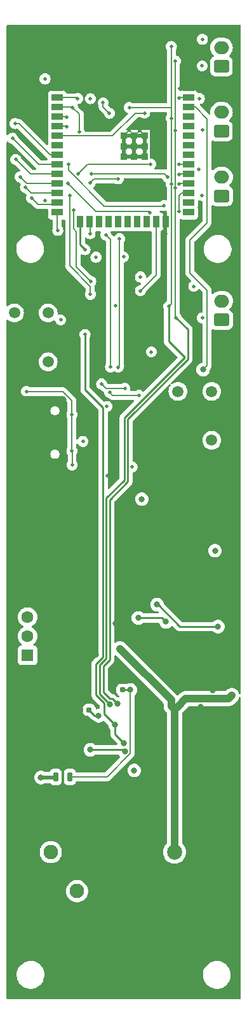
<source format=gbl>
G04 #@! TF.GenerationSoftware,KiCad,Pcbnew,7.0.10*
G04 #@! TF.CreationDate,2024-11-08T16:21:33-05:00*
G04 #@! TF.ProjectId,Sensify Main Board,53656e73-6966-4792-904d-61696e20426f,rev?*
G04 #@! TF.SameCoordinates,Original*
G04 #@! TF.FileFunction,Copper,L4,Bot*
G04 #@! TF.FilePolarity,Positive*
%FSLAX46Y46*%
G04 Gerber Fmt 4.6, Leading zero omitted, Abs format (unit mm)*
G04 Created by KiCad (PCBNEW 7.0.10) date 2024-11-08 16:21:33*
%MOMM*%
%LPD*%
G01*
G04 APERTURE LIST*
G04 Aperture macros list*
%AMRoundRect*
0 Rectangle with rounded corners*
0 $1 Rounding radius*
0 $2 $3 $4 $5 $6 $7 $8 $9 X,Y pos of 4 corners*
0 Add a 4 corners polygon primitive as box body*
4,1,4,$2,$3,$4,$5,$6,$7,$8,$9,$2,$3,0*
0 Add four circle primitives for the rounded corners*
1,1,$1+$1,$2,$3*
1,1,$1+$1,$4,$5*
1,1,$1+$1,$6,$7*
1,1,$1+$1,$8,$9*
0 Add four rect primitives between the rounded corners*
20,1,$1+$1,$2,$3,$4,$5,0*
20,1,$1+$1,$4,$5,$6,$7,0*
20,1,$1+$1,$6,$7,$8,$9,0*
20,1,$1+$1,$8,$9,$2,$3,0*%
G04 Aperture macros list end*
G04 #@! TA.AperFunction,ComponentPad*
%ADD10C,0.609600*%
G04 #@! TD*
G04 #@! TA.AperFunction,ComponentPad*
%ADD11C,2.025000*%
G04 #@! TD*
G04 #@! TA.AperFunction,ComponentPad*
%ADD12R,1.498000X1.498000*%
G04 #@! TD*
G04 #@! TA.AperFunction,ComponentPad*
%ADD13C,1.498000*%
G04 #@! TD*
G04 #@! TA.AperFunction,ComponentPad*
%ADD14RoundRect,0.250000X0.750000X-0.600000X0.750000X0.600000X-0.750000X0.600000X-0.750000X-0.600000X0*%
G04 #@! TD*
G04 #@! TA.AperFunction,ComponentPad*
%ADD15O,2.000000X1.700000*%
G04 #@! TD*
G04 #@! TA.AperFunction,ComponentPad*
%ADD16R,1.600200X1.600200*%
G04 #@! TD*
G04 #@! TA.AperFunction,ComponentPad*
%ADD17C,1.600200*%
G04 #@! TD*
G04 #@! TA.AperFunction,ComponentPad*
%ADD18C,1.950000*%
G04 #@! TD*
G04 #@! TA.AperFunction,ComponentPad*
%ADD19O,2.150000X1.050000*%
G04 #@! TD*
G04 #@! TA.AperFunction,ComponentPad*
%ADD20O,1.850000X1.050000*%
G04 #@! TD*
G04 #@! TA.AperFunction,SMDPad,CuDef*
%ADD21RoundRect,0.075000X-0.225000X0.540000X-0.225000X-0.540000X0.225000X-0.540000X0.225000X0.540000X0*%
G04 #@! TD*
G04 #@! TA.AperFunction,SMDPad,CuDef*
%ADD22R,1.498600X0.889000*%
G04 #@! TD*
G04 #@! TA.AperFunction,SMDPad,CuDef*
%ADD23R,0.889000X1.498600*%
G04 #@! TD*
G04 #@! TA.AperFunction,SMDPad,CuDef*
%ADD24R,0.889000X0.889000*%
G04 #@! TD*
G04 #@! TA.AperFunction,SMDPad,CuDef*
%ADD25RoundRect,0.160000X0.197500X0.160000X-0.197500X0.160000X-0.197500X-0.160000X0.197500X-0.160000X0*%
G04 #@! TD*
G04 #@! TA.AperFunction,SMDPad,CuDef*
%ADD26RoundRect,0.155000X0.212500X0.155000X-0.212500X0.155000X-0.212500X-0.155000X0.212500X-0.155000X0*%
G04 #@! TD*
G04 #@! TA.AperFunction,ViaPad*
%ADD27C,0.800000*%
G04 #@! TD*
G04 #@! TA.AperFunction,ViaPad*
%ADD28C,0.460000*%
G04 #@! TD*
G04 #@! TA.AperFunction,Conductor*
%ADD29C,0.250000*%
G04 #@! TD*
G04 #@! TA.AperFunction,Conductor*
%ADD30C,0.177800*%
G04 #@! TD*
G04 #@! TA.AperFunction,Conductor*
%ADD31C,1.000000*%
G04 #@! TD*
G04 #@! TA.AperFunction,Conductor*
%ADD32C,0.500000*%
G04 #@! TD*
G04 APERTURE END LIST*
D10*
X136741000Y-150457000D03*
X138341000Y-150457000D03*
X136741000Y-152057000D03*
X138341000Y-152057000D03*
X137541000Y-151257000D03*
D11*
X150170000Y-172092000D03*
X153670000Y-177292000D03*
D12*
X150617800Y-117345600D03*
D13*
X150617800Y-110845600D03*
X155117800Y-117345600D03*
X155117800Y-110845600D03*
D14*
X156441200Y-101326000D03*
D15*
X156441200Y-98826000D03*
D14*
X156413200Y-67625600D03*
D15*
X156413200Y-65125600D03*
D14*
X156413200Y-76222512D03*
D15*
X156413200Y-73722512D03*
D16*
X130556000Y-145923000D03*
D17*
X130556000Y-143383000D03*
X130556000Y-140843000D03*
D12*
X128814000Y-106908600D03*
D13*
X128814000Y-100408600D03*
X133314000Y-106908600D03*
X133314000Y-100408600D03*
D18*
X133660000Y-172092000D03*
X137160000Y-177292000D03*
X140660000Y-172092000D03*
D19*
X134713600Y-111990900D03*
X134713600Y-120630900D03*
D20*
X130563600Y-111990900D03*
X130563600Y-120630900D03*
D14*
X156438600Y-84847712D03*
D15*
X156438600Y-82347712D03*
D21*
X134305000Y-162091000D03*
X136205000Y-162091000D03*
X135255000Y-164211000D03*
D22*
X152031400Y-70530400D03*
X152031400Y-71800400D03*
X152031400Y-73070400D03*
X152031400Y-74340400D03*
X152031400Y-75610400D03*
X152031400Y-76880400D03*
X152031400Y-78150400D03*
X152031400Y-79420400D03*
X152031400Y-80690400D03*
X152031400Y-81960400D03*
X152031400Y-83230400D03*
X152031400Y-84500400D03*
X152031400Y-85770400D03*
X152031400Y-87040400D03*
D23*
X148996400Y-88290400D03*
X147726400Y-88290400D03*
X146456400Y-88290400D03*
X145186400Y-88290400D03*
X143916400Y-88290400D03*
X142646400Y-88290400D03*
X141376400Y-88290400D03*
X140106400Y-88290400D03*
X138836400Y-88290400D03*
X137566400Y-88290400D03*
D22*
X134531400Y-87040400D03*
X134531400Y-85770400D03*
X134531400Y-84500400D03*
X134531400Y-83230400D03*
X134531400Y-81960400D03*
X134531400Y-80690400D03*
X134531400Y-79420400D03*
X134531400Y-78150400D03*
X134531400Y-76880400D03*
X134531400Y-75610400D03*
X134531400Y-74340400D03*
X134531400Y-73070400D03*
X134531400Y-71800400D03*
X134531400Y-70530400D03*
D24*
X144781400Y-78250400D03*
X146181400Y-76850400D03*
X146181400Y-78250400D03*
X146181400Y-79650400D03*
X144781400Y-79650400D03*
X143381400Y-79650400D03*
X143381400Y-78250400D03*
X143381400Y-76850400D03*
X144781400Y-76850400D03*
D25*
X143256000Y-150533000D03*
X142061000Y-150533000D03*
D26*
X138773000Y-153200000D03*
X137638000Y-153200000D03*
D27*
X150114000Y-137972800D03*
X157353000Y-122097800D03*
X151028400Y-120167400D03*
D28*
X150876000Y-70535800D03*
D27*
X151056300Y-144526000D03*
X149504400Y-121996200D03*
X139649200Y-145846800D03*
D28*
X152044400Y-62458600D03*
D27*
X138633200Y-125831600D03*
X152806400Y-122021600D03*
D28*
X138963400Y-119735600D03*
D27*
X153619200Y-152806400D03*
X138684000Y-127101600D03*
X135001000Y-156845000D03*
D28*
X147878800Y-71932800D03*
X145186400Y-115468400D03*
D27*
X138684000Y-128397000D03*
D28*
X145491200Y-76123800D03*
X148539200Y-62458600D03*
D27*
X135331200Y-145440400D03*
X134010400Y-124714000D03*
X143129000Y-148899453D03*
X148590000Y-164084000D03*
X155244800Y-150571200D03*
D28*
X141169400Y-122047000D03*
D27*
X149377400Y-120142000D03*
D28*
X148539200Y-80721200D03*
D27*
X142290800Y-141681200D03*
D28*
X145211800Y-117094000D03*
X151790400Y-96901000D03*
D27*
X130810000Y-123494800D03*
D28*
X146735800Y-75514200D03*
X146837400Y-100558600D03*
D27*
X154686000Y-140868400D03*
X152679400Y-120167400D03*
X151130000Y-123977400D03*
X152781000Y-123977400D03*
D28*
X145135600Y-93954600D03*
D27*
X154279600Y-134569200D03*
D28*
X149021800Y-89916000D03*
X145948400Y-105587800D03*
X148590000Y-96977200D03*
D27*
X138480800Y-164592000D03*
D28*
X134975600Y-69240400D03*
D27*
X131521200Y-149453600D03*
D28*
X129844800Y-66268600D03*
X128270000Y-88747600D03*
X153187400Y-69265800D03*
X146685000Y-84251800D03*
D27*
X145923000Y-177317400D03*
X156210000Y-146253200D03*
D28*
X146685000Y-66827400D03*
X145821400Y-122072400D03*
D27*
X151155400Y-122021600D03*
X148945600Y-117297200D03*
D28*
X137566400Y-101727000D03*
X144043400Y-76098400D03*
D27*
X132181600Y-133248400D03*
X149479000Y-123952000D03*
D28*
X138226800Y-91998800D03*
D27*
X143411007Y-157588866D03*
D28*
X138226800Y-103276400D03*
D27*
X142240000Y-155194000D03*
X142900400Y-145084800D03*
X157784800Y-151282400D03*
X147828000Y-139192000D03*
X155956000Y-142113000D03*
X140043000Y-153962000D03*
X145796000Y-125171200D03*
D28*
X153873200Y-64033400D03*
X153822400Y-84790412D03*
X153847800Y-67564000D03*
X132892800Y-69291200D03*
X153873200Y-101070900D03*
X152730200Y-96875600D03*
X153466800Y-71907400D03*
X153873200Y-76057356D03*
X153390600Y-81330800D03*
D27*
X155549600Y-132029200D03*
D28*
X150785300Y-71805800D03*
X143365999Y-92964000D03*
X144500997Y-120878600D03*
D27*
X144780000Y-161239200D03*
D28*
X137947400Y-117500400D03*
X141146714Y-112845026D03*
X138938000Y-71932800D03*
X139686599Y-93005900D03*
X145618200Y-95631000D03*
X147066000Y-105587800D03*
X132892800Y-85445600D03*
X134975600Y-101346000D03*
X142328199Y-99457500D03*
D27*
X153974800Y-107950000D03*
D28*
X134594600Y-89433400D03*
D27*
X143549700Y-158726900D03*
X138938000Y-158496000D03*
X132334000Y-162179000D03*
D28*
X136474200Y-118745000D03*
X136499600Y-120624600D03*
X130403600Y-110845600D03*
X136474200Y-113919000D03*
X128905000Y-75234800D03*
X128549400Y-77190600D03*
X128981200Y-80000000D03*
X129565400Y-82321400D03*
X130274014Y-83709047D03*
X131114800Y-85140800D03*
X149214100Y-82321400D03*
X139039600Y-81915000D03*
X150770800Y-81965800D03*
X150799800Y-83261200D03*
X148767800Y-86131400D03*
X135991600Y-80670400D03*
X135915400Y-83185000D03*
X150770800Y-86893400D03*
X146863592Y-87111098D03*
X146989800Y-80619600D03*
X150770800Y-80670400D03*
X137261600Y-81940400D03*
D27*
X144272000Y-150533000D03*
D28*
X141503400Y-110972600D03*
X145415000Y-111379000D03*
X140436600Y-109855000D03*
X143535400Y-110413800D03*
D27*
X149024300Y-141478000D03*
X145341300Y-140970000D03*
D28*
X141478000Y-73863200D03*
X142657300Y-82575400D03*
X137236200Y-71907400D03*
X136169400Y-84759800D03*
D27*
X142566248Y-152399166D03*
D28*
X150266400Y-66929000D03*
X138938000Y-97942400D03*
X150251900Y-76123800D03*
X150251900Y-83769200D03*
X140639800Y-72466200D03*
X138887200Y-83134200D03*
X150368000Y-101041200D03*
X138988800Y-96215200D03*
X136575800Y-73101200D03*
X149733000Y-74523600D03*
X144119600Y-73101200D03*
D27*
X141567000Y-152438000D03*
D28*
X149733000Y-83286600D03*
X149733000Y-65000000D03*
X149402800Y-99542600D03*
X136677400Y-86715600D03*
X137464800Y-76361500D03*
X142646400Y-107619800D03*
X142824200Y-90551000D03*
X135813800Y-74345800D03*
X141630400Y-107594400D03*
X140995400Y-90043000D03*
X135813800Y-75615800D03*
X146166100Y-73837800D03*
X145618200Y-97459800D03*
X138887200Y-89865200D03*
D29*
X138480800Y-164541200D02*
X138480800Y-164592000D01*
D30*
X146181400Y-78250400D02*
X146181400Y-76850400D01*
X134531400Y-69684600D02*
X134975600Y-69240400D01*
X150876000Y-70535800D02*
X152026000Y-70535800D01*
X145491200Y-76140600D02*
X144781400Y-76850400D01*
X144781400Y-79650400D02*
X144781400Y-78250400D01*
X148996400Y-88290400D02*
X148996400Y-89890600D01*
X143381400Y-76850400D02*
X144781400Y-76850400D01*
X144781400Y-76836400D02*
X144043400Y-76098400D01*
X146181400Y-79650400D02*
X146181400Y-78250400D01*
X146181400Y-76850400D02*
X146181400Y-76814000D01*
X143381400Y-79650400D02*
X144781400Y-79650400D01*
D29*
X138480800Y-164592000D02*
X138531600Y-164592000D01*
D30*
X143381400Y-78250400D02*
X143381400Y-76850400D01*
D29*
X135255000Y-164211000D02*
X138150600Y-164211000D01*
D30*
X144781400Y-76850400D02*
X146181400Y-76850400D01*
D29*
X137638000Y-153200000D02*
X137638000Y-154208000D01*
D30*
X143381400Y-79650400D02*
X143381400Y-78250400D01*
D29*
X142061000Y-149967453D02*
X142061000Y-150533000D01*
D30*
X145491200Y-76123800D02*
X145491200Y-76140600D01*
D29*
X138531600Y-164592000D02*
X138430000Y-164490400D01*
D30*
X148996400Y-89890600D02*
X149021800Y-89916000D01*
X144043400Y-76188400D02*
X143381400Y-76850400D01*
X146181400Y-76814000D02*
X145491200Y-76123800D01*
X144781400Y-76850400D02*
X144781400Y-76836400D01*
D29*
X137638000Y-154208000D02*
X135001000Y-156845000D01*
D30*
X144043400Y-76098400D02*
X144043400Y-76188400D01*
X146181400Y-78250400D02*
X144781400Y-78250400D01*
X152026000Y-70535800D02*
X152031400Y-70530400D01*
X143381400Y-78250400D02*
X144781400Y-78250400D01*
X144781400Y-78250400D02*
X144781400Y-76850400D01*
D29*
X143129000Y-148899453D02*
X142061000Y-149967453D01*
D30*
X144781400Y-79650400D02*
X146181400Y-79650400D01*
X134531400Y-70530400D02*
X134531400Y-69684600D01*
D29*
X138150600Y-164211000D02*
X138480800Y-164541200D01*
X140766800Y-152274196D02*
X140766800Y-153720800D01*
X143411007Y-157588866D02*
X142240000Y-156417859D01*
X140766800Y-153720800D02*
X142240000Y-155194000D01*
X142240000Y-156417859D02*
X142240000Y-155194000D01*
X138226800Y-91998800D02*
X137566400Y-91338400D01*
X138226800Y-110614485D02*
X140614400Y-113002085D01*
X139693400Y-151200796D02*
X140766800Y-152274196D01*
X140614400Y-113002085D02*
X140614400Y-146166299D01*
X140614400Y-146166299D02*
X139693400Y-147087299D01*
X137566400Y-91338400D02*
X137566400Y-88290400D01*
X138226800Y-103276400D02*
X138226800Y-110614485D01*
X139693400Y-147087299D02*
X139693400Y-151200796D01*
D31*
X149707600Y-152694400D02*
X150170000Y-153156800D01*
X149707600Y-151892000D02*
X149707600Y-152694400D01*
X142900400Y-145084800D02*
X149707600Y-151892000D01*
X157784800Y-151282400D02*
X157378400Y-151688800D01*
X157378400Y-151688800D02*
X151638000Y-151688800D01*
X150170000Y-153156800D02*
X150170000Y-172092000D01*
X151638000Y-151688800D02*
X150571200Y-152755600D01*
X150571200Y-152755600D02*
X150170000Y-153156800D01*
D29*
X147828000Y-139192000D02*
X147955000Y-139192000D01*
X150876000Y-142113000D02*
X155956000Y-142113000D01*
X147955000Y-139192000D02*
X150876000Y-142113000D01*
X139535000Y-153962000D02*
X138773000Y-153200000D01*
X140043000Y-153962000D02*
X139535000Y-153962000D01*
D30*
X150790700Y-71800400D02*
X152031400Y-71800400D01*
X150785300Y-71805800D02*
X150790700Y-71800400D01*
X154519097Y-107405703D02*
X154519097Y-97394497D01*
X152222200Y-95097600D02*
X152222200Y-90703400D01*
X153974800Y-107950000D02*
X154519097Y-107405703D01*
X154519097Y-97394497D02*
X152222200Y-95097600D01*
X152958500Y-73070400D02*
X152031400Y-73070400D01*
X154519097Y-88406503D02*
X154519097Y-74630997D01*
X154519097Y-74630997D02*
X152958500Y-73070400D01*
X152222200Y-90703400D02*
X154519097Y-88406503D01*
X134531400Y-89370200D02*
X134531400Y-87040400D01*
X134594600Y-89433400D02*
X134531400Y-89370200D01*
D29*
X143549700Y-158726900D02*
X143318800Y-158496000D01*
X143318800Y-158496000D02*
X138938000Y-158496000D01*
D32*
X132334000Y-162179000D02*
X134217000Y-162179000D01*
D29*
X134217000Y-162179000D02*
X134305000Y-162091000D01*
D30*
X136474200Y-118745000D02*
X136474200Y-113919000D01*
X135269328Y-110845600D02*
X136474200Y-112050472D01*
X136474200Y-112050472D02*
X136474200Y-113919000D01*
X136499600Y-120624600D02*
X136499600Y-118770400D01*
X136499600Y-118770400D02*
X136474200Y-118745000D01*
X130403600Y-110845600D02*
X135269328Y-110845600D01*
X133604300Y-79420400D02*
X134531400Y-79420400D01*
X129418700Y-75234800D02*
X133604300Y-79420400D01*
X128905000Y-75234800D02*
X129418700Y-75234800D01*
X128549400Y-77190600D02*
X132049200Y-80690400D01*
D29*
X134531400Y-80690400D02*
X133957600Y-80690400D01*
D30*
X132049200Y-80690400D02*
X134531400Y-80690400D01*
X130941600Y-81960400D02*
X134531400Y-81960400D01*
X128981200Y-80000000D02*
X130941600Y-81960400D01*
X129565400Y-82321400D02*
X130474400Y-83230400D01*
X130474400Y-83230400D02*
X134531400Y-83230400D01*
X130274014Y-83709047D02*
X131065367Y-84500400D01*
X131065367Y-84500400D02*
X134531400Y-84500400D01*
X131938500Y-85964500D02*
X134337300Y-85964500D01*
X134337300Y-85964500D02*
X134531400Y-85770400D01*
X131114800Y-85140800D02*
X131938500Y-85964500D01*
X150776200Y-81960400D02*
X150770800Y-81965800D01*
X152031400Y-81960400D02*
X150776200Y-81960400D01*
X148807700Y-81915000D02*
X139039600Y-81915000D01*
X149214100Y-82321400D02*
X148807700Y-81915000D01*
X150830600Y-83230400D02*
X150799800Y-83261200D01*
X148691600Y-86207600D02*
X140794964Y-86207600D01*
X148767800Y-86131400D02*
X148691600Y-86207600D01*
X152031400Y-83230400D02*
X150830600Y-83230400D01*
X135991600Y-81404236D02*
X135991600Y-80670400D01*
X140794964Y-86207600D02*
X135991600Y-81404236D01*
X146863592Y-87111098D02*
X146671294Y-86918800D01*
X152031400Y-84500400D02*
X151104300Y-84500400D01*
X151104300Y-84500400D02*
X150770800Y-84833900D01*
X139649200Y-86918800D02*
X135915400Y-83185000D01*
X146671294Y-86918800D02*
X139649200Y-86918800D01*
X150770800Y-84833900D02*
X150770800Y-86893400D01*
X150790800Y-80690400D02*
X150770800Y-80670400D01*
X146989800Y-80619600D02*
X138582400Y-80619600D01*
X138582400Y-80619600D02*
X137261600Y-81940400D01*
X152031400Y-80690400D02*
X150790800Y-80690400D01*
X144272000Y-158978852D02*
X144272000Y-150533000D01*
X136205000Y-162091000D02*
X141159852Y-162091000D01*
D29*
X144272000Y-150533000D02*
X143256000Y-150533000D01*
D30*
X141159852Y-162091000D02*
X144272000Y-158978852D01*
X145415000Y-111379000D02*
X141909800Y-111379000D01*
X141909800Y-111379000D02*
X141503400Y-110972600D01*
X143535400Y-110413800D02*
X140995400Y-110413800D01*
X140995400Y-110413800D02*
X140436600Y-109855000D01*
D29*
X149024300Y-141478000D02*
X148516300Y-140970000D01*
X148516300Y-140970000D02*
X145341300Y-140970000D01*
X141514400Y-146539091D02*
X140665200Y-147388291D01*
X150368000Y-101041200D02*
X151942800Y-102616000D01*
D30*
X141478000Y-73863200D02*
X140639800Y-73025000D01*
D29*
X141867305Y-151713000D02*
X142553471Y-152399166D01*
D30*
X150251900Y-76123800D02*
X150251900Y-83769200D01*
X136158500Y-94146900D02*
X136158500Y-84770700D01*
D29*
X143945997Y-114523284D02*
X143945997Y-122804803D01*
X143945997Y-122804803D02*
X141514400Y-125236400D01*
D30*
X150266400Y-76109300D02*
X150266400Y-66929000D01*
D29*
X142553471Y-152399166D02*
X142566248Y-152399166D01*
X151942800Y-102616000D02*
X151942800Y-106526481D01*
D30*
X138887200Y-83134200D02*
X139446000Y-82575400D01*
X138938000Y-97942400D02*
X138938000Y-96926400D01*
D29*
X140665200Y-150825200D02*
X141553000Y-151713000D01*
D30*
X136158500Y-84770700D02*
X136169400Y-84759800D01*
D29*
X141514400Y-125236400D02*
X141514400Y-146539091D01*
X141553000Y-151713000D02*
X141867305Y-151713000D01*
X151942800Y-106526481D02*
X143945997Y-114523284D01*
D30*
X139446000Y-82575400D02*
X142657300Y-82575400D01*
X150251900Y-76123800D02*
X150266400Y-76109300D01*
D29*
X140665200Y-147388291D02*
X140665200Y-150825200D01*
D30*
X137236200Y-71907400D02*
X137129200Y-71800400D01*
X138938000Y-96926400D02*
X136158500Y-94146900D01*
X140639800Y-73025000D02*
X140639800Y-72466200D01*
X150368000Y-101041200D02*
X150251900Y-100925100D01*
X137129200Y-71800400D02*
X134531400Y-71800400D01*
X150251900Y-100925100D02*
X150251900Y-83769200D01*
D29*
X140182600Y-147234495D02*
X140182600Y-151053600D01*
D30*
X149733000Y-99212400D02*
X149733000Y-83286600D01*
D29*
X149381200Y-99564200D02*
X149381200Y-104228485D01*
D30*
X149733000Y-74523600D02*
X149733000Y-73101200D01*
X137047500Y-89599464D02*
X136677400Y-89229364D01*
X136545000Y-73070400D02*
X134531400Y-73070400D01*
X138988800Y-96215200D02*
X137047500Y-94273900D01*
X144119600Y-73101200D02*
X149733000Y-73101200D01*
D29*
X143459200Y-114373685D02*
X143459200Y-122655204D01*
D30*
X136677400Y-89229364D02*
X136677400Y-86715600D01*
D29*
X151492800Y-106340085D02*
X143459200Y-114373685D01*
D30*
X137047500Y-94273900D02*
X137047500Y-89599464D01*
D29*
X141064400Y-125050004D02*
X141064400Y-146352695D01*
D30*
X149402800Y-99542600D02*
X149733000Y-99212400D01*
D29*
X149381200Y-104228485D02*
X151492800Y-106340085D01*
D30*
X137464800Y-73990200D02*
X136575800Y-73101200D01*
X137464800Y-76361500D02*
X137464800Y-73990200D01*
X136575800Y-73101200D02*
X136545000Y-73070400D01*
D29*
X149402800Y-99542600D02*
X149381200Y-99564200D01*
D30*
X149733000Y-73101200D02*
X149733000Y-65000000D01*
D29*
X141064400Y-146352695D02*
X140182600Y-147234495D01*
X143459200Y-122655204D02*
X141064400Y-125050004D01*
D30*
X149733000Y-83286600D02*
X149733000Y-74523600D01*
D29*
X140182600Y-151053600D02*
X141567000Y-152438000D01*
D30*
X142847099Y-90573899D02*
X142847099Y-107419101D01*
X142847099Y-107419101D02*
X142646400Y-107619800D01*
X142824200Y-90551000D02*
X142847099Y-90573899D01*
X134531400Y-74340400D02*
X135808400Y-74340400D01*
X135808400Y-74340400D02*
X135813800Y-74345800D01*
X141630400Y-90678000D02*
X140995400Y-90043000D01*
X141630400Y-107594400D02*
X141630400Y-90678000D01*
X135808400Y-75610400D02*
X135813800Y-75615800D01*
X134531400Y-75610400D02*
X135808400Y-75610400D01*
X146166100Y-73837800D02*
X144927200Y-73837800D01*
X141884600Y-76880400D02*
X134531400Y-76880400D01*
X144927200Y-73837800D02*
X141884600Y-76880400D01*
X145618200Y-97459800D02*
X147726400Y-95351600D01*
X147726400Y-95351600D02*
X147726400Y-88290400D01*
X138887200Y-89865200D02*
X138887200Y-88341200D01*
X138887200Y-88341200D02*
X138836400Y-88290400D01*
G04 #@! TA.AperFunction,Conductor*
G36*
X127967703Y-77642432D02*
G01*
X127974181Y-77648464D01*
X127974658Y-77648941D01*
X128091059Y-77765342D01*
X128230443Y-77852922D01*
X128230445Y-77852922D01*
X128230451Y-77852926D01*
X128385812Y-77907289D01*
X128385815Y-77907289D01*
X128385820Y-77907291D01*
X128395366Y-77908366D01*
X128459781Y-77935430D01*
X128469169Y-77943906D01*
X131599362Y-81074099D01*
X131610055Y-81086292D01*
X131624727Y-81105412D01*
X131628835Y-81110765D01*
X131678176Y-81148625D01*
X131719377Y-81205052D01*
X131723532Y-81274798D01*
X131689320Y-81335719D01*
X131627602Y-81368471D01*
X131602688Y-81371000D01*
X131237100Y-81371000D01*
X131170061Y-81351315D01*
X131149419Y-81334681D01*
X129734506Y-79919769D01*
X129701021Y-79858446D01*
X129698966Y-79845965D01*
X129697891Y-79836420D01*
X129697889Y-79836415D01*
X129697889Y-79836412D01*
X129643526Y-79681051D01*
X129643522Y-79681044D01*
X129643522Y-79681043D01*
X129555942Y-79541659D01*
X129439541Y-79425258D01*
X129300157Y-79337678D01*
X129300156Y-79337677D01*
X129300155Y-79337677D01*
X129300153Y-79337676D01*
X129144774Y-79283307D01*
X128981204Y-79264878D01*
X128981196Y-79264878D01*
X128817625Y-79283307D01*
X128662246Y-79337676D01*
X128662244Y-79337677D01*
X128522858Y-79425258D01*
X128406458Y-79541658D01*
X128318877Y-79681044D01*
X128318876Y-79681046D01*
X128264507Y-79836425D01*
X128246078Y-79999996D01*
X128246078Y-80000003D01*
X128264507Y-80163574D01*
X128318876Y-80318953D01*
X128318877Y-80318955D01*
X128318878Y-80318957D01*
X128406458Y-80458341D01*
X128522859Y-80574742D01*
X128662243Y-80662322D01*
X128662245Y-80662322D01*
X128662251Y-80662326D01*
X128817612Y-80716689D01*
X128817615Y-80716689D01*
X128817620Y-80716691D01*
X128827166Y-80717766D01*
X128891581Y-80744830D01*
X128900969Y-80753306D01*
X129534801Y-81387138D01*
X129568286Y-81448461D01*
X129563302Y-81518153D01*
X129521430Y-81574086D01*
X129461005Y-81598039D01*
X129401825Y-81604707D01*
X129246446Y-81659076D01*
X129246444Y-81659077D01*
X129107058Y-81746658D01*
X128990658Y-81863058D01*
X128903077Y-82002444D01*
X128903076Y-82002446D01*
X128848707Y-82157825D01*
X128830278Y-82321396D01*
X128830278Y-82321403D01*
X128848707Y-82484974D01*
X128903076Y-82640353D01*
X128903077Y-82640355D01*
X128903078Y-82640357D01*
X128990658Y-82779741D01*
X129107059Y-82896142D01*
X129246443Y-82983722D01*
X129401820Y-83038091D01*
X129411366Y-83039166D01*
X129475780Y-83066230D01*
X129485168Y-83074706D01*
X129614645Y-83204183D01*
X129648130Y-83265506D01*
X129643146Y-83335198D01*
X129631959Y-83357834D01*
X129611692Y-83390089D01*
X129557321Y-83545472D01*
X129538892Y-83709043D01*
X129538892Y-83709050D01*
X129557321Y-83872621D01*
X129611690Y-84028000D01*
X129611691Y-84028002D01*
X129611692Y-84028004D01*
X129699272Y-84167388D01*
X129815673Y-84283789D01*
X129955057Y-84371369D01*
X130110434Y-84425738D01*
X130119980Y-84426813D01*
X130184394Y-84453877D01*
X130193782Y-84462353D01*
X130423511Y-84692081D01*
X130456996Y-84753404D01*
X130452872Y-84820716D01*
X130398107Y-84977225D01*
X130379678Y-85140796D01*
X130379678Y-85140803D01*
X130398107Y-85304374D01*
X130452476Y-85459753D01*
X130452477Y-85459755D01*
X130452478Y-85459757D01*
X130540058Y-85599141D01*
X130656459Y-85715542D01*
X130795843Y-85803122D01*
X130795845Y-85803122D01*
X130795851Y-85803126D01*
X130951212Y-85857489D01*
X130951215Y-85857489D01*
X130951220Y-85857491D01*
X130960766Y-85858566D01*
X131025181Y-85885630D01*
X131034569Y-85894106D01*
X131488662Y-86348199D01*
X131499355Y-86360392D01*
X131513667Y-86379042D01*
X131518135Y-86384865D01*
X131603486Y-86450357D01*
X131603487Y-86450357D01*
X131603487Y-86450358D01*
X131641255Y-86479339D01*
X131641257Y-86479340D01*
X131784636Y-86538730D01*
X131855225Y-86548023D01*
X131938499Y-86558986D01*
X131938500Y-86558986D01*
X131938501Y-86558986D01*
X131969074Y-86554961D01*
X131985259Y-86553900D01*
X133157600Y-86553900D01*
X133224639Y-86573585D01*
X133270394Y-86626389D01*
X133281600Y-86677900D01*
X133281600Y-87532770D01*
X133281601Y-87532776D01*
X133288008Y-87592383D01*
X133338302Y-87727228D01*
X133338306Y-87727235D01*
X133424552Y-87842444D01*
X133424555Y-87842447D01*
X133539764Y-87928693D01*
X133539771Y-87928697D01*
X133584718Y-87945461D01*
X133674617Y-87978991D01*
X133734227Y-87985400D01*
X133818001Y-87985399D01*
X133885038Y-88005083D01*
X133930794Y-88057886D01*
X133942000Y-88109399D01*
X133942000Y-89065952D01*
X133932595Y-89107176D01*
X133934578Y-89107870D01*
X133877907Y-89269825D01*
X133859478Y-89433396D01*
X133859478Y-89433403D01*
X133877907Y-89596974D01*
X133877908Y-89596979D01*
X133877909Y-89596980D01*
X133885637Y-89619065D01*
X133932276Y-89752353D01*
X133932277Y-89752355D01*
X133932278Y-89752357D01*
X134019858Y-89891741D01*
X134136259Y-90008142D01*
X134275643Y-90095722D01*
X134431020Y-90150091D01*
X134431023Y-90150091D01*
X134431025Y-90150092D01*
X134594596Y-90168522D01*
X134594600Y-90168522D01*
X134594604Y-90168522D01*
X134758174Y-90150092D01*
X134758175Y-90150091D01*
X134758180Y-90150091D01*
X134913557Y-90095722D01*
X135052941Y-90008142D01*
X135169342Y-89891741D01*
X135256922Y-89752357D01*
X135311291Y-89596980D01*
X135312649Y-89584931D01*
X135321880Y-89503005D01*
X135348946Y-89438591D01*
X135357074Y-89433008D01*
X135326123Y-89384846D01*
X135321880Y-89363794D01*
X135311292Y-89269825D01*
X135311291Y-89269823D01*
X135311291Y-89269820D01*
X135256922Y-89114443D01*
X135169342Y-88975059D01*
X135157119Y-88962836D01*
X135123634Y-88901513D01*
X135120800Y-88875155D01*
X135120800Y-88109399D01*
X135140485Y-88042360D01*
X135193289Y-87996605D01*
X135244800Y-87985399D01*
X135328571Y-87985399D01*
X135328572Y-87985399D01*
X135388183Y-87978991D01*
X135401766Y-87973924D01*
X135471455Y-87968939D01*
X135532779Y-88002423D01*
X135566266Y-88063745D01*
X135569100Y-88090106D01*
X135569100Y-89349911D01*
X135549415Y-89416950D01*
X135533196Y-89431003D01*
X135536284Y-89432856D01*
X135567240Y-89495494D01*
X135569100Y-89516888D01*
X135569100Y-94100141D01*
X135568039Y-94116326D01*
X135564014Y-94146898D01*
X135564014Y-94146900D01*
X135569100Y-94185531D01*
X135584271Y-94300763D01*
X135584272Y-94300767D01*
X135643658Y-94444140D01*
X135643659Y-94444142D01*
X135643660Y-94444143D01*
X135738135Y-94567265D01*
X135762610Y-94586045D01*
X135774797Y-94596734D01*
X138312281Y-97134218D01*
X138345766Y-97195541D01*
X138348600Y-97221899D01*
X138348600Y-97471664D01*
X138329594Y-97537634D01*
X138320507Y-97552098D01*
X138275677Y-97623444D01*
X138221307Y-97778825D01*
X138202878Y-97942396D01*
X138202878Y-97942403D01*
X138221307Y-98105974D01*
X138275676Y-98261353D01*
X138275677Y-98261355D01*
X138275678Y-98261357D01*
X138363258Y-98400741D01*
X138479659Y-98517142D01*
X138619043Y-98604722D01*
X138774420Y-98659091D01*
X138774423Y-98659091D01*
X138774425Y-98659092D01*
X138937996Y-98677522D01*
X138938000Y-98677522D01*
X138938004Y-98677522D01*
X139101574Y-98659092D01*
X139101575Y-98659091D01*
X139101580Y-98659091D01*
X139256957Y-98604722D01*
X139396341Y-98517142D01*
X139512742Y-98400741D01*
X139600322Y-98261357D01*
X139654691Y-98105980D01*
X139662740Y-98034542D01*
X139673122Y-97942403D01*
X139673122Y-97942396D01*
X139654692Y-97778825D01*
X139654691Y-97778823D01*
X139654691Y-97778820D01*
X139600322Y-97623443D01*
X139546405Y-97537634D01*
X139527400Y-97471664D01*
X139527400Y-96973158D01*
X139528461Y-96956972D01*
X139532486Y-96926399D01*
X139532486Y-96926398D01*
X139524394Y-96864938D01*
X139514664Y-96791025D01*
X139525430Y-96721992D01*
X139549922Y-96687160D01*
X139563542Y-96673541D01*
X139651122Y-96534157D01*
X139705491Y-96378780D01*
X139705492Y-96378774D01*
X139723922Y-96215203D01*
X139723922Y-96215196D01*
X139705492Y-96051625D01*
X139705491Y-96051623D01*
X139705491Y-96051620D01*
X139651122Y-95896243D01*
X139563542Y-95756859D01*
X139447141Y-95640458D01*
X139307757Y-95552878D01*
X139307756Y-95552877D01*
X139307755Y-95552877D01*
X139307753Y-95552876D01*
X139207979Y-95517964D01*
X139152380Y-95498509D01*
X139142820Y-95497431D01*
X139078409Y-95470362D01*
X139069030Y-95461893D01*
X137673219Y-94066082D01*
X137639734Y-94004759D01*
X137636900Y-93978401D01*
X137636900Y-93005903D01*
X138951477Y-93005903D01*
X138969906Y-93169474D01*
X139024275Y-93324853D01*
X139024276Y-93324855D01*
X139024277Y-93324857D01*
X139111857Y-93464241D01*
X139228258Y-93580642D01*
X139367642Y-93668222D01*
X139523019Y-93722591D01*
X139523022Y-93722591D01*
X139523024Y-93722592D01*
X139686595Y-93741022D01*
X139686599Y-93741022D01*
X139686603Y-93741022D01*
X139850173Y-93722592D01*
X139850174Y-93722591D01*
X139850179Y-93722591D01*
X140005556Y-93668222D01*
X140144940Y-93580642D01*
X140261341Y-93464241D01*
X140348921Y-93324857D01*
X140403290Y-93169480D01*
X140421721Y-93005900D01*
X140418443Y-92976810D01*
X140403291Y-92842325D01*
X140403290Y-92842323D01*
X140403290Y-92842320D01*
X140348921Y-92686943D01*
X140261341Y-92547559D01*
X140144940Y-92431158D01*
X140005556Y-92343578D01*
X140005555Y-92343577D01*
X140005554Y-92343577D01*
X140005552Y-92343576D01*
X139850173Y-92289207D01*
X139686603Y-92270778D01*
X139686595Y-92270778D01*
X139523024Y-92289207D01*
X139367645Y-92343576D01*
X139367643Y-92343577D01*
X139228257Y-92431158D01*
X139111857Y-92547558D01*
X139024276Y-92686944D01*
X139024275Y-92686946D01*
X138969906Y-92842325D01*
X138951477Y-93005896D01*
X138951477Y-93005903D01*
X137636900Y-93005903D01*
X137636900Y-92715238D01*
X137656585Y-92648199D01*
X137709389Y-92602444D01*
X137778547Y-92592500D01*
X137826868Y-92610242D01*
X137907843Y-92661122D01*
X138063220Y-92715491D01*
X138063223Y-92715491D01*
X138063225Y-92715492D01*
X138226796Y-92733922D01*
X138226800Y-92733922D01*
X138226804Y-92733922D01*
X138390374Y-92715492D01*
X138390375Y-92715491D01*
X138390380Y-92715491D01*
X138545757Y-92661122D01*
X138685141Y-92573542D01*
X138801542Y-92457141D01*
X138889122Y-92317757D01*
X138943491Y-92162380D01*
X138944630Y-92152270D01*
X138961922Y-91998803D01*
X138961922Y-91998796D01*
X138943492Y-91835225D01*
X138943491Y-91835223D01*
X138943491Y-91835220D01*
X138889122Y-91679843D01*
X138801542Y-91540459D01*
X138685141Y-91424058D01*
X138545757Y-91336478D01*
X138545755Y-91336477D01*
X138545753Y-91336476D01*
X138423736Y-91293780D01*
X138377011Y-91264421D01*
X138228217Y-91115626D01*
X138194734Y-91054305D01*
X138191900Y-91027947D01*
X138191900Y-90502345D01*
X138211585Y-90435306D01*
X138264389Y-90389551D01*
X138333547Y-90379607D01*
X138397103Y-90408632D01*
X138403581Y-90414664D01*
X138428859Y-90439942D01*
X138568243Y-90527522D01*
X138723620Y-90581891D01*
X138723623Y-90581891D01*
X138723625Y-90581892D01*
X138887196Y-90600322D01*
X138887200Y-90600322D01*
X138887204Y-90600322D01*
X139050774Y-90581892D01*
X139050775Y-90581891D01*
X139050780Y-90581891D01*
X139206157Y-90527522D01*
X139345541Y-90439942D01*
X139461942Y-90323541D01*
X139549522Y-90184157D01*
X139603891Y-90028780D01*
X139603892Y-90028774D01*
X139622322Y-89865203D01*
X139622322Y-89865196D01*
X139603892Y-89701623D01*
X139602343Y-89694838D01*
X139604578Y-89694327D01*
X139601560Y-89635396D01*
X139636278Y-89574763D01*
X139698265Y-89542525D01*
X139722159Y-89540199D01*
X140224267Y-89540199D01*
X140291306Y-89559884D01*
X140337061Y-89612688D01*
X140347005Y-89681846D01*
X140335987Y-89718000D01*
X140333079Y-89724036D01*
X140278707Y-89879425D01*
X140260278Y-90042996D01*
X140260278Y-90043003D01*
X140278707Y-90206574D01*
X140278708Y-90206579D01*
X140278709Y-90206580D01*
X140286437Y-90228665D01*
X140333076Y-90361953D01*
X140333077Y-90361955D01*
X140333078Y-90361957D01*
X140420658Y-90501341D01*
X140537059Y-90617742D01*
X140676443Y-90705322D01*
X140676445Y-90705322D01*
X140676451Y-90705326D01*
X140831812Y-90759689D01*
X140831815Y-90759689D01*
X140831820Y-90759691D01*
X140841366Y-90760766D01*
X140905781Y-90787830D01*
X140915169Y-90796306D01*
X141004681Y-90885818D01*
X141038166Y-90947141D01*
X141041000Y-90973499D01*
X141041000Y-107123664D01*
X141021994Y-107189636D01*
X140968077Y-107275444D01*
X140913707Y-107430825D01*
X140895278Y-107594396D01*
X140895278Y-107594403D01*
X140913707Y-107757974D01*
X140968076Y-107913353D01*
X140968077Y-107913355D01*
X140968078Y-107913357D01*
X141055658Y-108052741D01*
X141172059Y-108169142D01*
X141311443Y-108256722D01*
X141466820Y-108311091D01*
X141466823Y-108311091D01*
X141466825Y-108311092D01*
X141630396Y-108329522D01*
X141630400Y-108329522D01*
X141630404Y-108329522D01*
X141793974Y-108311092D01*
X141793975Y-108311091D01*
X141793980Y-108311091D01*
X141949357Y-108256722D01*
X142052216Y-108192091D01*
X142119451Y-108173091D01*
X142184159Y-108192091D01*
X142188057Y-108194540D01*
X142188059Y-108194542D01*
X142327443Y-108282122D01*
X142482820Y-108336491D01*
X142482823Y-108336491D01*
X142482825Y-108336492D01*
X142646396Y-108354922D01*
X142646400Y-108354922D01*
X142646404Y-108354922D01*
X142809974Y-108336492D01*
X142809975Y-108336491D01*
X142809980Y-108336491D01*
X142965357Y-108282122D01*
X143104741Y-108194542D01*
X143221142Y-108078141D01*
X143308722Y-107938757D01*
X143308723Y-107938751D01*
X143308726Y-107938748D01*
X143363089Y-107783387D01*
X143363090Y-107783382D01*
X143363091Y-107783380D01*
X143371936Y-107704862D01*
X143380593Y-107671305D01*
X143421328Y-107572965D01*
X143436499Y-107457732D01*
X143441585Y-107419101D01*
X143437560Y-107388527D01*
X143436499Y-107372342D01*
X143436499Y-105587803D01*
X146330878Y-105587803D01*
X146349307Y-105751374D01*
X146403676Y-105906753D01*
X146403677Y-105906755D01*
X146403678Y-105906757D01*
X146491258Y-106046141D01*
X146607659Y-106162542D01*
X146747043Y-106250122D01*
X146902420Y-106304491D01*
X146902423Y-106304491D01*
X146902425Y-106304492D01*
X147065996Y-106322922D01*
X147066000Y-106322922D01*
X147066004Y-106322922D01*
X147229574Y-106304492D01*
X147229575Y-106304491D01*
X147229580Y-106304491D01*
X147384957Y-106250122D01*
X147524341Y-106162542D01*
X147640742Y-106046141D01*
X147728322Y-105906757D01*
X147782691Y-105751380D01*
X147782692Y-105751374D01*
X147801122Y-105587803D01*
X147801122Y-105587796D01*
X147782692Y-105424225D01*
X147782691Y-105424223D01*
X147782691Y-105424220D01*
X147728322Y-105268843D01*
X147640742Y-105129459D01*
X147524341Y-105013058D01*
X147384957Y-104925478D01*
X147384956Y-104925477D01*
X147384955Y-104925477D01*
X147384953Y-104925476D01*
X147229574Y-104871107D01*
X147066004Y-104852678D01*
X147065996Y-104852678D01*
X146902425Y-104871107D01*
X146747046Y-104925476D01*
X146747044Y-104925477D01*
X146607658Y-105013058D01*
X146491258Y-105129458D01*
X146403677Y-105268844D01*
X146403676Y-105268846D01*
X146349307Y-105424225D01*
X146330878Y-105587796D01*
X146330878Y-105587803D01*
X143436499Y-105587803D01*
X143436499Y-93800823D01*
X143456184Y-93733784D01*
X143508988Y-93688029D01*
X143523097Y-93683253D01*
X143523006Y-93682992D01*
X143684947Y-93626326D01*
X143684950Y-93626323D01*
X143684956Y-93626322D01*
X143824340Y-93538742D01*
X143940741Y-93422341D01*
X144028321Y-93282957D01*
X144082690Y-93127580D01*
X144096400Y-93005900D01*
X144101121Y-92964003D01*
X144101121Y-92963996D01*
X144082691Y-92800425D01*
X144082690Y-92800423D01*
X144082690Y-92800420D01*
X144028321Y-92645043D01*
X143940741Y-92505659D01*
X143824340Y-92389258D01*
X143684956Y-92301678D01*
X143684955Y-92301677D01*
X143684954Y-92301677D01*
X143684952Y-92301676D01*
X143596649Y-92270778D01*
X143529579Y-92247309D01*
X143529576Y-92247308D01*
X143523007Y-92245010D01*
X143523730Y-92242942D01*
X143471908Y-92213939D01*
X143439065Y-92152270D01*
X143436499Y-92127177D01*
X143436499Y-90985292D01*
X143455506Y-90919319D01*
X143486521Y-90869958D01*
X143486522Y-90869957D01*
X143540891Y-90714580D01*
X143541371Y-90710319D01*
X143559322Y-90551003D01*
X143559322Y-90550996D01*
X143540892Y-90387425D01*
X143540891Y-90387423D01*
X143540891Y-90387420D01*
X143486522Y-90232043D01*
X143398942Y-90092659D01*
X143282541Y-89976258D01*
X143143157Y-89888678D01*
X143143156Y-89888677D01*
X143143155Y-89888677D01*
X143143153Y-89888676D01*
X142987774Y-89834307D01*
X142824204Y-89815878D01*
X142824196Y-89815878D01*
X142660625Y-89834307D01*
X142505246Y-89888676D01*
X142505244Y-89888677D01*
X142365858Y-89976258D01*
X142249458Y-90092658D01*
X142189077Y-90188756D01*
X142136743Y-90235047D01*
X142067689Y-90245696D01*
X142003841Y-90217321D01*
X141996402Y-90210465D01*
X141748706Y-89962769D01*
X141715221Y-89901446D01*
X141713166Y-89888965D01*
X141713134Y-89888677D01*
X141712091Y-89879420D01*
X141712089Y-89879415D01*
X141712089Y-89879412D01*
X141657725Y-89724048D01*
X141654815Y-89718007D01*
X141643459Y-89649067D01*
X141671177Y-89584931D01*
X141729170Y-89545962D01*
X141766532Y-89540199D01*
X141868771Y-89540199D01*
X141868772Y-89540199D01*
X141928383Y-89533791D01*
X141968065Y-89518989D01*
X142037756Y-89514004D01*
X142054722Y-89518985D01*
X142094417Y-89533791D01*
X142154027Y-89540200D01*
X143138772Y-89540199D01*
X143198383Y-89533791D01*
X143238065Y-89518989D01*
X143307756Y-89514004D01*
X143324722Y-89518985D01*
X143364417Y-89533791D01*
X143424027Y-89540200D01*
X144408772Y-89540199D01*
X144468383Y-89533791D01*
X144508065Y-89518989D01*
X144577756Y-89514004D01*
X144594722Y-89518985D01*
X144634417Y-89533791D01*
X144694027Y-89540200D01*
X145678772Y-89540199D01*
X145738383Y-89533791D01*
X145778065Y-89518989D01*
X145847756Y-89514004D01*
X145864722Y-89518985D01*
X145904417Y-89533791D01*
X145964027Y-89540200D01*
X146948772Y-89540199D01*
X146999747Y-89534719D01*
X147068505Y-89547125D01*
X147119642Y-89594736D01*
X147137000Y-89658009D01*
X147137000Y-95056100D01*
X147117315Y-95123139D01*
X147100681Y-95143781D01*
X146561736Y-95682725D01*
X146500413Y-95716210D01*
X146430721Y-95711226D01*
X146374788Y-95669354D01*
X146350835Y-95608927D01*
X146334892Y-95467425D01*
X146334891Y-95467423D01*
X146334891Y-95467420D01*
X146280522Y-95312043D01*
X146192942Y-95172659D01*
X146076541Y-95056258D01*
X145937157Y-94968678D01*
X145937156Y-94968677D01*
X145937155Y-94968677D01*
X145937153Y-94968676D01*
X145781774Y-94914307D01*
X145618204Y-94895878D01*
X145618196Y-94895878D01*
X145454625Y-94914307D01*
X145299246Y-94968676D01*
X145299244Y-94968677D01*
X145159858Y-95056258D01*
X145043458Y-95172658D01*
X144955877Y-95312044D01*
X144955876Y-95312046D01*
X144901507Y-95467425D01*
X144883078Y-95630996D01*
X144883078Y-95631003D01*
X144901507Y-95794574D01*
X144955876Y-95949953D01*
X144955877Y-95949955D01*
X144955878Y-95949957D01*
X145043458Y-96089341D01*
X145159859Y-96205742D01*
X145299243Y-96293322D01*
X145454620Y-96347691D01*
X145454623Y-96347691D01*
X145454625Y-96347692D01*
X145596127Y-96363635D01*
X145660541Y-96390701D01*
X145700096Y-96448296D01*
X145702234Y-96518133D01*
X145669925Y-96574536D01*
X145537968Y-96706493D01*
X145476645Y-96739978D01*
X145464178Y-96742031D01*
X145454629Y-96743107D01*
X145454619Y-96743109D01*
X145299246Y-96797476D01*
X145299244Y-96797477D01*
X145159858Y-96885058D01*
X145043458Y-97001458D01*
X144955877Y-97140844D01*
X144955876Y-97140846D01*
X144901507Y-97296225D01*
X144883078Y-97459796D01*
X144883078Y-97459803D01*
X144901507Y-97623374D01*
X144901508Y-97623379D01*
X144901509Y-97623380D01*
X144901531Y-97623443D01*
X144955876Y-97778753D01*
X144955877Y-97778755D01*
X144955878Y-97778757D01*
X145043458Y-97918141D01*
X145159859Y-98034542D01*
X145299243Y-98122122D01*
X145454620Y-98176491D01*
X145454623Y-98176491D01*
X145454625Y-98176492D01*
X145618196Y-98194922D01*
X145618200Y-98194922D01*
X145618204Y-98194922D01*
X145781774Y-98176492D01*
X145781775Y-98176491D01*
X145781780Y-98176491D01*
X145937157Y-98122122D01*
X146076541Y-98034542D01*
X146192942Y-97918141D01*
X146280522Y-97778757D01*
X146280523Y-97778751D01*
X146280526Y-97778748D01*
X146334889Y-97623387D01*
X146334891Y-97623380D01*
X146334892Y-97623374D01*
X146335966Y-97613832D01*
X146363029Y-97549419D01*
X146371496Y-97540039D01*
X148110112Y-95801424D01*
X148122289Y-95790744D01*
X148146765Y-95771965D01*
X148241240Y-95648843D01*
X148300629Y-95505464D01*
X148315800Y-95390231D01*
X148320886Y-95351600D01*
X148316861Y-95321026D01*
X148315800Y-95304841D01*
X148315800Y-89605930D01*
X148335485Y-89538891D01*
X148388289Y-89493136D01*
X148396471Y-89489747D01*
X148413231Y-89483496D01*
X148528446Y-89397246D01*
X148614696Y-89282031D01*
X148664991Y-89147183D01*
X148671400Y-89087573D01*
X148671399Y-87493228D01*
X148664991Y-87433617D01*
X148614696Y-87298769D01*
X148614695Y-87298768D01*
X148614693Y-87298764D01*
X148528447Y-87183555D01*
X148528444Y-87183552D01*
X148413235Y-87097306D01*
X148413228Y-87097302D01*
X148278382Y-87047008D01*
X148278383Y-87047008D01*
X148253086Y-87044289D01*
X148188535Y-87017551D01*
X148148687Y-86960159D01*
X148146193Y-86890334D01*
X148181845Y-86830245D01*
X148244325Y-86798970D01*
X148266341Y-86797000D01*
X148437144Y-86797000D01*
X148478098Y-86803958D01*
X148604220Y-86848091D01*
X148604223Y-86848092D01*
X148767796Y-86866522D01*
X148767800Y-86866522D01*
X148767804Y-86866522D01*
X148931376Y-86848092D01*
X148931378Y-86848091D01*
X148931380Y-86848091D01*
X148978645Y-86831551D01*
X149048424Y-86827990D01*
X149109051Y-86862718D01*
X149141279Y-86924711D01*
X149143600Y-86948593D01*
X149143600Y-98774197D01*
X149123915Y-98841236D01*
X149085572Y-98879191D01*
X148944458Y-98967858D01*
X148828058Y-99084258D01*
X148740477Y-99223644D01*
X148740476Y-99223646D01*
X148686107Y-99379025D01*
X148667678Y-99542596D01*
X148667678Y-99542603D01*
X148686107Y-99706176D01*
X148740475Y-99861549D01*
X148740478Y-99861557D01*
X148740481Y-99861562D01*
X148743420Y-99867664D01*
X148755700Y-99921467D01*
X148755700Y-104145740D01*
X148753975Y-104161357D01*
X148754261Y-104161384D01*
X148753526Y-104169150D01*
X148755639Y-104236357D01*
X148755700Y-104240252D01*
X148755700Y-104267842D01*
X148756203Y-104271820D01*
X148757118Y-104283452D01*
X148758490Y-104327109D01*
X148758491Y-104327112D01*
X148764080Y-104346352D01*
X148768024Y-104365396D01*
X148770536Y-104385277D01*
X148786614Y-104425888D01*
X148790397Y-104436937D01*
X148802581Y-104478873D01*
X148812780Y-104496119D01*
X148821338Y-104513588D01*
X148828714Y-104532217D01*
X148854381Y-104567545D01*
X148860793Y-104577306D01*
X148883028Y-104614902D01*
X148883033Y-104614909D01*
X148897190Y-104629065D01*
X148909828Y-104643861D01*
X148921605Y-104660071D01*
X148921606Y-104660072D01*
X148955257Y-104687910D01*
X148963897Y-104695772D01*
X150520529Y-106252405D01*
X150554013Y-106313726D01*
X150549029Y-106383418D01*
X150520528Y-106427765D01*
X146096369Y-110851924D01*
X146035046Y-110885409D01*
X145965354Y-110880425D01*
X145921007Y-110851924D01*
X145873341Y-110804258D01*
X145850013Y-110789600D01*
X145733957Y-110716678D01*
X145733956Y-110716677D01*
X145733955Y-110716677D01*
X145733953Y-110716676D01*
X145578574Y-110662307D01*
X145415004Y-110643878D01*
X145414996Y-110643878D01*
X145251425Y-110662307D01*
X145096044Y-110716677D01*
X145071112Y-110732343D01*
X145010234Y-110770594D01*
X144944264Y-110789600D01*
X144352593Y-110789600D01*
X144285554Y-110769915D01*
X144239799Y-110717111D01*
X144229855Y-110647953D01*
X144235552Y-110624645D01*
X144252092Y-110577376D01*
X144270522Y-110413803D01*
X144270522Y-110413796D01*
X144252092Y-110250225D01*
X144252091Y-110250223D01*
X144252091Y-110250220D01*
X144197722Y-110094843D01*
X144110142Y-109955459D01*
X143993741Y-109839058D01*
X143854357Y-109751478D01*
X143854356Y-109751477D01*
X143854355Y-109751477D01*
X143854353Y-109751476D01*
X143698974Y-109697107D01*
X143535404Y-109678678D01*
X143535396Y-109678678D01*
X143371825Y-109697107D01*
X143216444Y-109751477D01*
X143179570Y-109774646D01*
X143130634Y-109805394D01*
X143064664Y-109824400D01*
X141290899Y-109824400D01*
X141223860Y-109804715D01*
X141203218Y-109788081D01*
X141189906Y-109774769D01*
X141156421Y-109713446D01*
X141154366Y-109700965D01*
X141153291Y-109691420D01*
X141153289Y-109691415D01*
X141153289Y-109691412D01*
X141098926Y-109536051D01*
X141098922Y-109536044D01*
X141098922Y-109536043D01*
X141011342Y-109396659D01*
X140894941Y-109280258D01*
X140755557Y-109192678D01*
X140755556Y-109192677D01*
X140755555Y-109192677D01*
X140755553Y-109192676D01*
X140600174Y-109138307D01*
X140436604Y-109119878D01*
X140436596Y-109119878D01*
X140273025Y-109138307D01*
X140117646Y-109192676D01*
X140117644Y-109192677D01*
X139978258Y-109280258D01*
X139861858Y-109396658D01*
X139774277Y-109536044D01*
X139774276Y-109536046D01*
X139719907Y-109691425D01*
X139701478Y-109854996D01*
X139701478Y-109855003D01*
X139719907Y-110018574D01*
X139774276Y-110173953D01*
X139774277Y-110173955D01*
X139774278Y-110173957D01*
X139861858Y-110313341D01*
X139978259Y-110429742D01*
X140117643Y-110517322D01*
X140117645Y-110517322D01*
X140117651Y-110517326D01*
X140273012Y-110571689D01*
X140273015Y-110571689D01*
X140273020Y-110571691D01*
X140282566Y-110572766D01*
X140346981Y-110599830D01*
X140356369Y-110608306D01*
X140545562Y-110797499D01*
X140556255Y-110809692D01*
X140566419Y-110822937D01*
X140575035Y-110834165D01*
X140655986Y-110896281D01*
X140698157Y-110928640D01*
X140698932Y-110928961D01*
X140699485Y-110929407D01*
X140705199Y-110932706D01*
X140704684Y-110933596D01*
X140753337Y-110972800D01*
X140774704Y-111029640D01*
X140786707Y-111136174D01*
X140841076Y-111291553D01*
X140841077Y-111291555D01*
X140841078Y-111291557D01*
X140928658Y-111430941D01*
X141045059Y-111547342D01*
X141184443Y-111634922D01*
X141339820Y-111689291D01*
X141349366Y-111690366D01*
X141413780Y-111717431D01*
X141423166Y-111725905D01*
X141459969Y-111762707D01*
X141470665Y-111774903D01*
X141489435Y-111799365D01*
X141499751Y-111807281D01*
X141517116Y-111820605D01*
X141517147Y-111820631D01*
X141538924Y-111837340D01*
X141538925Y-111837340D01*
X141538926Y-111837341D01*
X141612557Y-111893840D01*
X141704279Y-111931832D01*
X141755935Y-111953229D01*
X141909800Y-111973486D01*
X141909801Y-111973486D01*
X141940372Y-111969461D01*
X141956558Y-111968400D01*
X144680532Y-111968400D01*
X144747571Y-111988085D01*
X144793326Y-112040889D01*
X144803270Y-112110047D01*
X144774245Y-112173603D01*
X144768213Y-112180081D01*
X143075408Y-113872884D01*
X143063151Y-113882705D01*
X143063334Y-113882926D01*
X143057322Y-113887899D01*
X143011298Y-113936908D01*
X143008591Y-113939701D01*
X142989089Y-113959202D01*
X142989075Y-113959219D01*
X142986607Y-113962400D01*
X142979043Y-113971255D01*
X142949137Y-114003103D01*
X142949136Y-114003105D01*
X142939484Y-114020661D01*
X142928810Y-114036911D01*
X142916529Y-114052746D01*
X142916524Y-114052753D01*
X142899175Y-114092843D01*
X142894038Y-114103329D01*
X142873003Y-114141591D01*
X142868022Y-114160992D01*
X142861721Y-114179395D01*
X142853762Y-114197787D01*
X142853761Y-114197790D01*
X142846928Y-114240928D01*
X142844560Y-114252359D01*
X142833701Y-114294656D01*
X142833700Y-114294667D01*
X142833700Y-114314701D01*
X142832173Y-114334100D01*
X142829040Y-114353879D01*
X142829040Y-114353880D01*
X142833150Y-114397359D01*
X142833700Y-114409028D01*
X142833700Y-122344751D01*
X142814015Y-122411790D01*
X142797381Y-122432432D01*
X141451581Y-123778232D01*
X141390258Y-123811717D01*
X141320566Y-123806733D01*
X141264633Y-123764861D01*
X141240216Y-123699397D01*
X141239900Y-123690551D01*
X141239900Y-113674332D01*
X141259585Y-113607293D01*
X141312389Y-113561538D01*
X141322941Y-113557291D01*
X141465671Y-113507348D01*
X141605055Y-113419768D01*
X141721456Y-113303367D01*
X141809036Y-113163983D01*
X141863405Y-113008606D01*
X141863406Y-113008600D01*
X141881836Y-112845029D01*
X141881836Y-112845022D01*
X141863406Y-112681451D01*
X141863405Y-112681449D01*
X141863405Y-112681446D01*
X141809036Y-112526069D01*
X141721456Y-112386685D01*
X141605055Y-112270284D01*
X141465671Y-112182704D01*
X141465670Y-112182703D01*
X141465669Y-112182703D01*
X141465667Y-112182702D01*
X141310288Y-112128333D01*
X141146718Y-112109904D01*
X141146710Y-112109904D01*
X140983139Y-112128333D01*
X140827754Y-112182704D01*
X140820503Y-112187261D01*
X140753266Y-112206260D01*
X140686432Y-112185891D01*
X140666853Y-112169947D01*
X138888619Y-110391713D01*
X138855134Y-110330390D01*
X138852300Y-110304032D01*
X138852300Y-103689683D01*
X138871307Y-103623710D01*
X138889121Y-103595358D01*
X138889122Y-103595357D01*
X138943491Y-103439980D01*
X138961922Y-103276400D01*
X138943491Y-103112820D01*
X138889122Y-102957443D01*
X138801542Y-102818059D01*
X138685141Y-102701658D01*
X138545757Y-102614078D01*
X138545756Y-102614077D01*
X138545755Y-102614077D01*
X138545753Y-102614076D01*
X138390374Y-102559707D01*
X138226804Y-102541278D01*
X138226796Y-102541278D01*
X138063225Y-102559707D01*
X137907846Y-102614076D01*
X137907844Y-102614077D01*
X137768458Y-102701658D01*
X137652058Y-102818058D01*
X137564477Y-102957444D01*
X137564476Y-102957446D01*
X137510107Y-103112825D01*
X137491678Y-103276396D01*
X137491678Y-103276403D01*
X137510107Y-103439974D01*
X137564478Y-103595358D01*
X137582293Y-103623710D01*
X137601300Y-103689683D01*
X137601300Y-110531740D01*
X137599575Y-110547357D01*
X137599861Y-110547384D01*
X137599126Y-110555150D01*
X137601239Y-110622357D01*
X137601300Y-110626252D01*
X137601300Y-110653842D01*
X137601803Y-110657820D01*
X137602718Y-110669452D01*
X137604090Y-110713109D01*
X137604091Y-110713112D01*
X137609680Y-110732352D01*
X137613624Y-110751396D01*
X137615964Y-110769915D01*
X137616136Y-110771277D01*
X137632214Y-110811888D01*
X137635997Y-110822937D01*
X137648181Y-110864873D01*
X137658380Y-110882119D01*
X137666938Y-110899588D01*
X137674314Y-110918217D01*
X137699981Y-110953545D01*
X137706393Y-110963306D01*
X137728628Y-111000902D01*
X137728633Y-111000909D01*
X137742790Y-111015065D01*
X137755427Y-111029860D01*
X137767206Y-111046072D01*
X137788147Y-111063396D01*
X137800857Y-111073910D01*
X137809498Y-111081773D01*
X139952581Y-113224856D01*
X139986066Y-113286179D01*
X139988900Y-113312537D01*
X139988900Y-145855845D01*
X139969215Y-145922884D01*
X139952581Y-145943526D01*
X139309608Y-146586498D01*
X139297351Y-146596319D01*
X139297534Y-146596540D01*
X139291522Y-146601513D01*
X139245498Y-146650522D01*
X139242791Y-146653315D01*
X139223289Y-146672816D01*
X139223275Y-146672833D01*
X139220807Y-146676014D01*
X139213243Y-146684869D01*
X139183337Y-146716717D01*
X139183336Y-146716719D01*
X139173684Y-146734275D01*
X139163010Y-146750525D01*
X139150729Y-146766360D01*
X139150724Y-146766367D01*
X139133375Y-146806457D01*
X139128238Y-146816943D01*
X139107203Y-146855205D01*
X139102222Y-146874606D01*
X139095921Y-146893009D01*
X139087962Y-146911401D01*
X139087961Y-146911404D01*
X139081128Y-146954542D01*
X139078760Y-146965973D01*
X139067901Y-147008270D01*
X139067900Y-147008281D01*
X139067900Y-147028315D01*
X139066373Y-147047714D01*
X139063240Y-147067493D01*
X139063240Y-147067494D01*
X139067350Y-147110973D01*
X139067900Y-147122642D01*
X139067900Y-151118051D01*
X139066175Y-151133668D01*
X139066461Y-151133695D01*
X139065726Y-151141461D01*
X139067839Y-151208668D01*
X139067900Y-151212563D01*
X139067900Y-151240153D01*
X139068403Y-151244131D01*
X139069318Y-151255763D01*
X139070690Y-151299420D01*
X139070691Y-151299423D01*
X139076280Y-151318663D01*
X139080224Y-151337707D01*
X139082220Y-151353500D01*
X139082736Y-151357588D01*
X139098814Y-151398199D01*
X139102597Y-151409248D01*
X139114760Y-151451113D01*
X139114782Y-151451186D01*
X139121382Y-151462347D01*
X139124980Y-151468430D01*
X139133536Y-151485896D01*
X139138019Y-151497216D01*
X139140914Y-151504528D01*
X139166581Y-151539856D01*
X139172993Y-151549617D01*
X139195228Y-151587213D01*
X139195233Y-151587220D01*
X139209390Y-151601376D01*
X139222027Y-151616171D01*
X139233806Y-151632383D01*
X139261688Y-151655449D01*
X139267457Y-151660221D01*
X139276098Y-151668084D01*
X140104981Y-152496967D01*
X140138466Y-152558290D01*
X140141300Y-152584648D01*
X140141300Y-152937500D01*
X140121615Y-153004539D01*
X140068811Y-153050294D01*
X140017300Y-153061500D01*
X139948354Y-153061500D01*
X139898701Y-153072054D01*
X139790676Y-153095015D01*
X139721008Y-153089699D01*
X139665275Y-153047562D01*
X139641170Y-152981982D01*
X139641008Y-152978912D01*
X139638076Y-152941645D01*
X139638076Y-152941642D01*
X139591870Y-152782600D01*
X139519969Y-152661023D01*
X139507565Y-152640049D01*
X139507558Y-152640040D01*
X139390459Y-152522941D01*
X139390450Y-152522934D01*
X139247898Y-152438629D01*
X139247895Y-152438628D01*
X139088862Y-152392424D01*
X139088856Y-152392423D01*
X139051703Y-152389500D01*
X138494309Y-152389500D01*
X138494284Y-152389501D01*
X138457145Y-152392423D01*
X138298099Y-152438630D01*
X138155549Y-152522934D01*
X138155540Y-152522941D01*
X138038441Y-152640040D01*
X138038434Y-152640049D01*
X137954129Y-152782601D01*
X137954128Y-152782604D01*
X137907924Y-152941637D01*
X137907923Y-152941643D01*
X137905000Y-152978789D01*
X137905000Y-153421190D01*
X137905001Y-153421215D01*
X137907923Y-153458354D01*
X137954130Y-153617400D01*
X138038434Y-153759950D01*
X138038441Y-153759959D01*
X138155540Y-153877058D01*
X138155544Y-153877061D01*
X138155546Y-153877063D01*
X138298100Y-153961370D01*
X138340041Y-153973555D01*
X138457137Y-154007575D01*
X138457140Y-154007575D01*
X138457142Y-154007576D01*
X138494297Y-154010500D01*
X138647546Y-154010499D01*
X138714586Y-154030183D01*
X138735228Y-154046818D01*
X139034194Y-154345784D01*
X139044019Y-154358048D01*
X139044240Y-154357866D01*
X139049210Y-154363874D01*
X139098239Y-154409915D01*
X139101036Y-154412626D01*
X139120530Y-154432120D01*
X139123695Y-154434575D01*
X139132571Y-154442156D01*
X139164418Y-154472062D01*
X139164422Y-154472064D01*
X139181973Y-154481713D01*
X139198231Y-154492392D01*
X139214064Y-154504674D01*
X139249410Y-154519968D01*
X139254155Y-154522022D01*
X139264635Y-154527155D01*
X139302908Y-154548197D01*
X139322312Y-154553179D01*
X139340706Y-154559476D01*
X139359105Y-154567438D01*
X139359106Y-154567438D01*
X139362621Y-154568959D01*
X139405524Y-154599788D01*
X139437128Y-154634887D01*
X139437135Y-154634893D01*
X139590265Y-154746148D01*
X139590270Y-154746151D01*
X139763192Y-154823142D01*
X139763197Y-154823144D01*
X139948354Y-154862500D01*
X139948355Y-154862500D01*
X140137644Y-154862500D01*
X140137646Y-154862500D01*
X140322803Y-154823144D01*
X140495730Y-154746151D01*
X140648582Y-154635097D01*
X140714386Y-154611619D01*
X140782440Y-154627444D01*
X140809146Y-154647736D01*
X141301038Y-155139629D01*
X141334523Y-155200952D01*
X141336678Y-155214348D01*
X141344968Y-155293227D01*
X141354326Y-155382256D01*
X141354327Y-155382259D01*
X141412818Y-155562277D01*
X141412821Y-155562284D01*
X141507467Y-155726216D01*
X141550772Y-155774310D01*
X141582650Y-155809715D01*
X141612880Y-155872706D01*
X141614500Y-155892687D01*
X141614500Y-156335114D01*
X141612775Y-156350731D01*
X141613061Y-156350758D01*
X141612326Y-156358524D01*
X141614439Y-156425731D01*
X141614500Y-156429626D01*
X141614500Y-156457216D01*
X141615003Y-156461194D01*
X141615918Y-156472826D01*
X141617290Y-156516483D01*
X141617291Y-156516486D01*
X141622880Y-156535726D01*
X141626824Y-156554770D01*
X141629108Y-156572849D01*
X141629336Y-156574651D01*
X141645414Y-156615262D01*
X141649197Y-156626311D01*
X141656674Y-156652047D01*
X141661382Y-156668249D01*
X141661637Y-156668681D01*
X141671580Y-156685493D01*
X141680138Y-156702962D01*
X141687514Y-156721591D01*
X141713181Y-156756919D01*
X141719593Y-156766680D01*
X141741828Y-156804276D01*
X141741833Y-156804283D01*
X141755990Y-156818439D01*
X141768628Y-156833235D01*
X141780405Y-156849445D01*
X141780406Y-156849446D01*
X141814057Y-156877284D01*
X141822698Y-156885147D01*
X142472045Y-157534495D01*
X142505530Y-157595818D01*
X142507685Y-157609213D01*
X142510381Y-157634857D01*
X142520752Y-157733539D01*
X142508184Y-157802267D01*
X142460452Y-157853292D01*
X142397432Y-157870500D01*
X139641748Y-157870500D01*
X139574709Y-157850815D01*
X139549600Y-157829474D01*
X139543873Y-157823114D01*
X139543869Y-157823110D01*
X139390734Y-157711851D01*
X139390729Y-157711848D01*
X139217807Y-157634857D01*
X139217802Y-157634855D01*
X139072001Y-157603865D01*
X139032646Y-157595500D01*
X138843354Y-157595500D01*
X138810897Y-157602398D01*
X138658197Y-157634855D01*
X138658192Y-157634857D01*
X138485270Y-157711848D01*
X138485265Y-157711851D01*
X138332129Y-157823111D01*
X138205466Y-157963785D01*
X138110821Y-158127715D01*
X138110818Y-158127722D01*
X138052327Y-158307740D01*
X138052326Y-158307744D01*
X138032540Y-158496000D01*
X138052326Y-158684256D01*
X138052327Y-158684259D01*
X138110818Y-158864277D01*
X138110821Y-158864284D01*
X138205467Y-159028216D01*
X138299562Y-159132719D01*
X138332129Y-159168888D01*
X138485265Y-159280148D01*
X138485270Y-159280151D01*
X138658192Y-159357142D01*
X138658197Y-159357144D01*
X138843354Y-159396500D01*
X138843355Y-159396500D01*
X139032644Y-159396500D01*
X139032646Y-159396500D01*
X139217803Y-159357144D01*
X139390730Y-159280151D01*
X139543871Y-159168888D01*
X139546788Y-159165647D01*
X139549600Y-159162526D01*
X139609087Y-159125879D01*
X139641748Y-159121500D01*
X142666123Y-159121500D01*
X142733162Y-159141185D01*
X142773510Y-159183500D01*
X142817167Y-159259116D01*
X142836107Y-159280151D01*
X142900008Y-159351121D01*
X142930238Y-159414113D01*
X142921612Y-159483448D01*
X142895539Y-159521774D01*
X140952034Y-161465281D01*
X140890711Y-161498766D01*
X140864353Y-161501600D01*
X137112707Y-161501600D01*
X137045668Y-161481915D01*
X136999913Y-161429111D01*
X136993938Y-161408306D01*
X136992790Y-161408614D01*
X136990687Y-161400769D01*
X136990687Y-161400764D01*
X136932698Y-161260767D01*
X136840451Y-161140549D01*
X136720233Y-161048302D01*
X136720229Y-161048300D01*
X136656801Y-161022027D01*
X136580236Y-160990313D01*
X136566171Y-160988461D01*
X136467727Y-160975500D01*
X136467720Y-160975500D01*
X135942280Y-160975500D01*
X135942272Y-160975500D01*
X135829764Y-160990313D01*
X135829763Y-160990313D01*
X135689770Y-161048300D01*
X135569549Y-161140549D01*
X135477300Y-161260770D01*
X135419313Y-161400763D01*
X135419313Y-161400764D01*
X135404500Y-161513272D01*
X135404500Y-162668727D01*
X135411820Y-162724323D01*
X135419313Y-162781236D01*
X135477302Y-162921233D01*
X135569549Y-163041451D01*
X135689767Y-163133698D01*
X135829764Y-163191687D01*
X135942280Y-163206500D01*
X135942287Y-163206500D01*
X136467713Y-163206500D01*
X136467720Y-163206500D01*
X136580236Y-163191687D01*
X136720233Y-163133698D01*
X136840451Y-163041451D01*
X136932698Y-162921233D01*
X136990687Y-162781236D01*
X136990687Y-162781228D01*
X136992790Y-162773386D01*
X136995953Y-162774233D01*
X137018031Y-162724323D01*
X137076353Y-162685849D01*
X137112707Y-162680400D01*
X141113094Y-162680400D01*
X141129280Y-162681461D01*
X141159851Y-162685486D01*
X141159852Y-162685486D01*
X141159853Y-162685486D01*
X141175887Y-162683374D01*
X141313716Y-162665229D01*
X141357896Y-162646929D01*
X141457095Y-162605840D01*
X141580217Y-162511365D01*
X141598999Y-162486885D01*
X141609679Y-162474708D01*
X142845187Y-161239200D01*
X143874540Y-161239200D01*
X143894326Y-161427456D01*
X143894327Y-161427459D01*
X143952818Y-161607477D01*
X143952821Y-161607484D01*
X144047467Y-161771416D01*
X144174129Y-161912088D01*
X144327265Y-162023348D01*
X144327270Y-162023351D01*
X144500192Y-162100342D01*
X144500197Y-162100344D01*
X144685354Y-162139700D01*
X144685355Y-162139700D01*
X144874644Y-162139700D01*
X144874646Y-162139700D01*
X145059803Y-162100344D01*
X145232730Y-162023351D01*
X145385871Y-161912088D01*
X145512533Y-161771416D01*
X145607179Y-161607484D01*
X145665674Y-161427456D01*
X145685460Y-161239200D01*
X145665674Y-161050944D01*
X145607179Y-160870916D01*
X145512533Y-160706984D01*
X145385871Y-160566312D01*
X145385870Y-160566311D01*
X145232734Y-160455051D01*
X145232729Y-160455048D01*
X145059807Y-160378057D01*
X145059802Y-160378055D01*
X144914001Y-160347065D01*
X144874646Y-160338700D01*
X144685354Y-160338700D01*
X144652897Y-160345598D01*
X144500197Y-160378055D01*
X144500192Y-160378057D01*
X144327270Y-160455048D01*
X144327265Y-160455051D01*
X144174129Y-160566311D01*
X144047466Y-160706985D01*
X143952821Y-160870915D01*
X143952818Y-160870922D01*
X143918839Y-160975500D01*
X143894326Y-161050944D01*
X143874540Y-161239200D01*
X142845187Y-161239200D01*
X144655708Y-159428679D01*
X144667885Y-159417999D01*
X144692365Y-159399217D01*
X144786840Y-159276095D01*
X144846229Y-159132716D01*
X144861400Y-159017483D01*
X144866486Y-158978852D01*
X144862461Y-158948278D01*
X144861400Y-158932093D01*
X144861400Y-151271779D01*
X144881085Y-151204740D01*
X144893240Y-151188818D01*
X145004533Y-151065216D01*
X145099179Y-150901284D01*
X145157674Y-150721256D01*
X145177460Y-150533000D01*
X145157674Y-150344744D01*
X145099179Y-150164716D01*
X145004533Y-150000784D01*
X144877871Y-149860112D01*
X144862917Y-149849247D01*
X144724734Y-149748851D01*
X144724729Y-149748848D01*
X144551807Y-149671857D01*
X144551802Y-149671855D01*
X144406001Y-149640865D01*
X144366646Y-149632500D01*
X144177354Y-149632500D01*
X144144897Y-149639398D01*
X143992197Y-149671855D01*
X143992192Y-149671857D01*
X143819261Y-149748852D01*
X143814204Y-149751772D01*
X143746302Y-149768237D01*
X143715327Y-149762764D01*
X143573433Y-149718548D01*
X143573431Y-149718547D01*
X143573429Y-149718547D01*
X143526835Y-149714313D01*
X143506881Y-149712500D01*
X143506878Y-149712500D01*
X143005111Y-149712500D01*
X142938573Y-149718546D01*
X142938566Y-149718548D01*
X142785433Y-149766265D01*
X142785429Y-149766267D01*
X142648170Y-149849242D01*
X142648165Y-149849246D01*
X142534746Y-149962665D01*
X142534742Y-149962670D01*
X142451767Y-150099929D01*
X142451765Y-150099933D01*
X142404048Y-150253065D01*
X142398000Y-150319621D01*
X142398000Y-150746388D01*
X142404046Y-150812926D01*
X142404048Y-150812933D01*
X142451765Y-150966066D01*
X142451767Y-150966070D01*
X142534742Y-151103329D01*
X142534746Y-151103334D01*
X142648165Y-151216753D01*
X142648170Y-151216757D01*
X142734330Y-151268842D01*
X142781518Y-151320369D01*
X142793357Y-151389229D01*
X142766089Y-151453557D01*
X142708370Y-151492932D01*
X142667393Y-151497216D01*
X142667393Y-151498666D01*
X142588924Y-151498666D01*
X142521885Y-151478981D01*
X142501243Y-151462347D01*
X142368108Y-151329212D01*
X142358285Y-151316950D01*
X142358064Y-151317134D01*
X142353091Y-151311122D01*
X142304081Y-151265099D01*
X142301282Y-151262386D01*
X142281782Y-151242885D01*
X142281776Y-151242880D01*
X142278591Y-151240409D01*
X142269739Y-151232848D01*
X142237887Y-151202938D01*
X142237885Y-151202936D01*
X142237882Y-151202935D01*
X142220334Y-151193288D01*
X142204068Y-151182604D01*
X142188237Y-151170324D01*
X142148154Y-151152978D01*
X142137668Y-151147841D01*
X142099399Y-151126803D01*
X142099397Y-151126802D01*
X142079998Y-151121822D01*
X142061586Y-151115518D01*
X142043203Y-151107562D01*
X142043197Y-151107560D01*
X142000065Y-151100729D01*
X141988627Y-151098361D01*
X141946325Y-151087500D01*
X141946324Y-151087500D01*
X141926289Y-151087500D01*
X141906891Y-151085973D01*
X141899467Y-151084797D01*
X141887110Y-151082840D01*
X141887107Y-151082839D01*
X141872399Y-151084230D01*
X141803805Y-151070940D01*
X141773051Y-151048461D01*
X141327019Y-150602428D01*
X141293534Y-150541105D01*
X141290700Y-150514747D01*
X141290700Y-147698743D01*
X141310385Y-147631704D01*
X141327019Y-147611062D01*
X141898188Y-147039892D01*
X141910442Y-147030077D01*
X141910259Y-147029855D01*
X141916268Y-147024882D01*
X141916277Y-147024877D01*
X141962349Y-146975813D01*
X141964966Y-146973114D01*
X141984520Y-146953562D01*
X141986976Y-146950394D01*
X141994556Y-146941518D01*
X142024462Y-146909673D01*
X142034113Y-146892115D01*
X142044796Y-146875852D01*
X142057073Y-146860027D01*
X142074421Y-146819935D01*
X142079551Y-146809462D01*
X142100597Y-146771183D01*
X142105580Y-146751771D01*
X142111881Y-146733371D01*
X142119837Y-146714987D01*
X142126670Y-146671839D01*
X142129033Y-146660429D01*
X142139900Y-146618110D01*
X142139900Y-146598074D01*
X142141427Y-146578673D01*
X142144560Y-146558895D01*
X142140450Y-146515415D01*
X142139900Y-146503746D01*
X142139900Y-146038583D01*
X142159585Y-145971544D01*
X142212389Y-145925789D01*
X142281547Y-145915845D01*
X142345103Y-145944870D01*
X142351581Y-145950902D01*
X148670781Y-152270102D01*
X148704266Y-152331425D01*
X148707100Y-152357783D01*
X148707100Y-152680121D01*
X148707060Y-152683261D01*
X148704843Y-152770762D01*
X148704843Y-152770771D01*
X148715248Y-152828820D01*
X148716556Y-152838148D01*
X148722525Y-152896830D01*
X148722527Y-152896844D01*
X148731633Y-152925868D01*
X148735372Y-152941101D01*
X148740742Y-152971053D01*
X148740742Y-152971055D01*
X148762620Y-153025824D01*
X148765777Y-153034692D01*
X148783441Y-153090988D01*
X148783442Y-153090989D01*
X148783444Y-153090995D01*
X148798203Y-153117585D01*
X148804936Y-153131761D01*
X148816222Y-153160014D01*
X148816227Y-153160024D01*
X148848680Y-153209266D01*
X148853562Y-153217323D01*
X148882188Y-153268898D01*
X148882189Y-153268900D01*
X148882191Y-153268902D01*
X148902010Y-153291988D01*
X148911455Y-153304515D01*
X148928199Y-153329921D01*
X148969899Y-153371620D01*
X148976304Y-153378531D01*
X149012937Y-153421202D01*
X149014734Y-153423295D01*
X149038787Y-153441913D01*
X149050568Y-153452289D01*
X149133181Y-153534902D01*
X149166666Y-153596225D01*
X149169500Y-153622583D01*
X149169500Y-170899617D01*
X149149815Y-170966656D01*
X149126033Y-170993906D01*
X149096841Y-171018839D01*
X148942170Y-171199934D01*
X148942169Y-171199935D01*
X148817738Y-171402988D01*
X148726600Y-171623016D01*
X148671006Y-171854585D01*
X148652322Y-172092000D01*
X148671006Y-172329414D01*
X148726600Y-172560983D01*
X148817738Y-172781011D01*
X148942169Y-172984064D01*
X148942170Y-172984065D01*
X148942171Y-172984067D01*
X148942173Y-172984069D01*
X149096840Y-173165160D01*
X149277931Y-173319827D01*
X149277933Y-173319828D01*
X149277934Y-173319829D01*
X149277935Y-173319830D01*
X149480988Y-173444261D01*
X149566078Y-173479506D01*
X149701012Y-173535398D01*
X149932583Y-173590993D01*
X150170000Y-173609678D01*
X150407417Y-173590993D01*
X150638988Y-173535398D01*
X150859011Y-173444261D01*
X151062069Y-173319827D01*
X151243160Y-173165160D01*
X151397827Y-172984069D01*
X151522261Y-172781011D01*
X151613398Y-172560988D01*
X151668993Y-172329417D01*
X151687678Y-172092000D01*
X151668993Y-171854583D01*
X151613398Y-171623012D01*
X151522261Y-171402989D01*
X151522261Y-171402988D01*
X151397830Y-171199935D01*
X151397829Y-171199934D01*
X151397828Y-171199933D01*
X151397827Y-171199931D01*
X151243160Y-171018840D01*
X151227625Y-171005571D01*
X151213967Y-170993906D01*
X151175775Y-170935398D01*
X151170500Y-170899617D01*
X151170500Y-153622583D01*
X151190185Y-153555544D01*
X151206819Y-153534902D01*
X151252863Y-153488858D01*
X151314540Y-153427181D01*
X151314540Y-153427180D01*
X152016101Y-152725619D01*
X152077424Y-152692134D01*
X152103782Y-152689300D01*
X157364121Y-152689300D01*
X157367263Y-152689340D01*
X157454758Y-152691557D01*
X157454758Y-152691556D01*
X157454763Y-152691557D01*
X157512825Y-152681149D01*
X157522154Y-152679841D01*
X157580838Y-152673874D01*
X157609871Y-152664764D01*
X157625100Y-152661026D01*
X157655053Y-152655658D01*
X157655057Y-152655656D01*
X157655059Y-152655656D01*
X157709823Y-152633780D01*
X157718692Y-152630621D01*
X157774988Y-152612959D01*
X157801600Y-152598187D01*
X157815762Y-152591462D01*
X157844017Y-152580177D01*
X157893279Y-152547709D01*
X157901310Y-152542843D01*
X157952902Y-152514209D01*
X157952909Y-152514202D01*
X157952912Y-152514201D01*
X157975983Y-152494394D01*
X157988525Y-152484937D01*
X158013919Y-152468202D01*
X158055637Y-152426482D01*
X158062522Y-152420101D01*
X158107295Y-152381666D01*
X158125920Y-152357602D01*
X158136280Y-152345839D01*
X158528140Y-151953981D01*
X158624498Y-151835807D01*
X158718709Y-151655449D01*
X158760284Y-151510149D01*
X158797652Y-151451113D01*
X158861005Y-151421649D01*
X158930231Y-151431114D01*
X158983350Y-151476503D01*
X159003497Y-151543405D01*
X159003500Y-151544262D01*
X159003500Y-191495900D01*
X158983815Y-191562939D01*
X158931011Y-191608694D01*
X158879500Y-191619900D01*
X127886500Y-191619900D01*
X127819461Y-191600215D01*
X127773706Y-191547411D01*
X127762500Y-191495900D01*
X127762500Y-188484963D01*
X129108187Y-188484963D01*
X129137813Y-188754213D01*
X129137815Y-188754224D01*
X129206326Y-189016282D01*
X129206328Y-189016288D01*
X129312270Y-189265590D01*
X129384398Y-189383775D01*
X129453379Y-189496805D01*
X129453386Y-189496815D01*
X129626653Y-189705019D01*
X129626659Y-189705024D01*
X129828398Y-189885782D01*
X130054310Y-190035244D01*
X130299576Y-190150220D01*
X130299583Y-190150222D01*
X130299585Y-190150223D01*
X130558957Y-190228257D01*
X130558964Y-190228258D01*
X130558969Y-190228260D01*
X130826961Y-190267700D01*
X130826966Y-190267700D01*
X131030029Y-190267700D01*
X131030031Y-190267700D01*
X131030036Y-190267699D01*
X131030048Y-190267699D01*
X131067591Y-190264950D01*
X131232556Y-190252877D01*
X131345158Y-190227793D01*
X131496946Y-190193982D01*
X131496948Y-190193981D01*
X131496953Y-190193980D01*
X131749958Y-190097214D01*
X131986177Y-189964641D01*
X132200577Y-189799088D01*
X132388586Y-189604081D01*
X132546199Y-189383779D01*
X132620187Y-189239869D01*
X132670049Y-189142890D01*
X132670051Y-189142884D01*
X132670056Y-189142875D01*
X132757518Y-188886505D01*
X132806719Y-188620133D01*
X132811659Y-188484963D01*
X153949387Y-188484963D01*
X153979013Y-188754213D01*
X153979015Y-188754224D01*
X154047526Y-189016282D01*
X154047528Y-189016288D01*
X154153470Y-189265590D01*
X154225598Y-189383775D01*
X154294579Y-189496805D01*
X154294586Y-189496815D01*
X154467853Y-189705019D01*
X154467859Y-189705024D01*
X154669598Y-189885782D01*
X154895510Y-190035244D01*
X155140776Y-190150220D01*
X155140783Y-190150222D01*
X155140785Y-190150223D01*
X155400157Y-190228257D01*
X155400164Y-190228258D01*
X155400169Y-190228260D01*
X155668161Y-190267700D01*
X155668166Y-190267700D01*
X155871229Y-190267700D01*
X155871231Y-190267700D01*
X155871236Y-190267699D01*
X155871248Y-190267699D01*
X155908791Y-190264950D01*
X156073756Y-190252877D01*
X156186358Y-190227793D01*
X156338146Y-190193982D01*
X156338148Y-190193981D01*
X156338153Y-190193980D01*
X156591158Y-190097214D01*
X156827377Y-189964641D01*
X157041777Y-189799088D01*
X157229786Y-189604081D01*
X157387399Y-189383779D01*
X157461387Y-189239869D01*
X157511249Y-189142890D01*
X157511251Y-189142884D01*
X157511256Y-189142875D01*
X157598718Y-188886505D01*
X157647919Y-188620133D01*
X157657812Y-188349435D01*
X157628186Y-188080182D01*
X157559672Y-187818112D01*
X157453730Y-187568810D01*
X157312618Y-187337590D01*
X157223347Y-187230319D01*
X157139346Y-187129380D01*
X157139340Y-187129375D01*
X156937602Y-186948618D01*
X156711692Y-186799157D01*
X156711690Y-186799156D01*
X156466424Y-186684180D01*
X156466419Y-186684178D01*
X156466414Y-186684176D01*
X156207042Y-186606142D01*
X156207028Y-186606139D01*
X156091391Y-186589121D01*
X155939039Y-186566700D01*
X155735969Y-186566700D01*
X155735951Y-186566700D01*
X155533444Y-186581523D01*
X155533431Y-186581525D01*
X155269053Y-186640417D01*
X155269046Y-186640420D01*
X155016039Y-186737187D01*
X154779826Y-186869757D01*
X154565422Y-187035312D01*
X154377422Y-187230309D01*
X154377416Y-187230316D01*
X154219802Y-187450619D01*
X154219799Y-187450624D01*
X154095950Y-187691509D01*
X154095943Y-187691527D01*
X154008484Y-187947885D01*
X154008481Y-187947899D01*
X153959281Y-188214268D01*
X153959280Y-188214275D01*
X153949387Y-188484963D01*
X132811659Y-188484963D01*
X132816612Y-188349435D01*
X132786986Y-188080182D01*
X132718472Y-187818112D01*
X132612530Y-187568810D01*
X132471418Y-187337590D01*
X132382147Y-187230319D01*
X132298146Y-187129380D01*
X132298140Y-187129375D01*
X132096402Y-186948618D01*
X131870492Y-186799157D01*
X131870490Y-186799156D01*
X131625224Y-186684180D01*
X131625219Y-186684178D01*
X131625214Y-186684176D01*
X131365842Y-186606142D01*
X131365828Y-186606139D01*
X131250191Y-186589121D01*
X131097839Y-186566700D01*
X130894769Y-186566700D01*
X130894751Y-186566700D01*
X130692244Y-186581523D01*
X130692231Y-186581525D01*
X130427853Y-186640417D01*
X130427846Y-186640420D01*
X130174839Y-186737187D01*
X129938626Y-186869757D01*
X129724222Y-187035312D01*
X129536222Y-187230309D01*
X129536216Y-187230316D01*
X129378602Y-187450619D01*
X129378599Y-187450624D01*
X129254750Y-187691509D01*
X129254743Y-187691527D01*
X129167284Y-187947885D01*
X129167281Y-187947899D01*
X129118081Y-188214268D01*
X129118080Y-188214275D01*
X129108187Y-188484963D01*
X127762500Y-188484963D01*
X127762500Y-177292005D01*
X135679443Y-177292005D01*
X135699634Y-177535683D01*
X135699636Y-177535695D01*
X135759663Y-177772734D01*
X135857888Y-177996666D01*
X135991632Y-178201378D01*
X136157242Y-178381277D01*
X136157246Y-178381281D01*
X136350212Y-178531473D01*
X136565267Y-178647855D01*
X136565270Y-178647856D01*
X136796541Y-178727251D01*
X136796543Y-178727251D01*
X136796545Y-178727252D01*
X137037737Y-178767500D01*
X137037738Y-178767500D01*
X137282262Y-178767500D01*
X137282263Y-178767500D01*
X137523455Y-178727252D01*
X137754733Y-178647855D01*
X137969788Y-178531473D01*
X138162754Y-178381281D01*
X138328368Y-178201377D01*
X138462111Y-177996667D01*
X138560336Y-177772736D01*
X138620364Y-177535692D01*
X138640557Y-177292000D01*
X138620364Y-177048308D01*
X138560336Y-176811264D01*
X138462111Y-176587333D01*
X138328368Y-176382623D01*
X138328367Y-176382621D01*
X138162757Y-176202722D01*
X138162747Y-176202713D01*
X137969791Y-176052529D01*
X137969787Y-176052526D01*
X137754734Y-175936145D01*
X137754729Y-175936143D01*
X137523458Y-175856748D01*
X137342561Y-175826562D01*
X137282263Y-175816500D01*
X137037737Y-175816500D01*
X136989498Y-175824549D01*
X136796541Y-175856748D01*
X136565270Y-175936143D01*
X136565265Y-175936145D01*
X136350212Y-176052526D01*
X136350208Y-176052529D01*
X136157252Y-176202713D01*
X136157242Y-176202722D01*
X135991632Y-176382621D01*
X135857888Y-176587333D01*
X135759663Y-176811265D01*
X135699636Y-177048304D01*
X135699634Y-177048316D01*
X135679443Y-177291994D01*
X135679443Y-177292005D01*
X127762500Y-177292005D01*
X127762500Y-172092005D01*
X132179443Y-172092005D01*
X132199634Y-172335683D01*
X132199636Y-172335695D01*
X132259663Y-172572734D01*
X132357888Y-172796666D01*
X132491632Y-173001378D01*
X132657242Y-173181277D01*
X132657246Y-173181281D01*
X132850212Y-173331473D01*
X133065267Y-173447855D01*
X133065270Y-173447856D01*
X133296541Y-173527251D01*
X133296543Y-173527251D01*
X133296545Y-173527252D01*
X133537737Y-173567500D01*
X133537738Y-173567500D01*
X133782262Y-173567500D01*
X133782263Y-173567500D01*
X134023455Y-173527252D01*
X134254733Y-173447855D01*
X134469788Y-173331473D01*
X134662754Y-173181281D01*
X134828368Y-173001377D01*
X134962111Y-172796667D01*
X135060336Y-172572736D01*
X135120364Y-172335692D01*
X135140557Y-172092000D01*
X135120364Y-171848308D01*
X135060336Y-171611264D01*
X134962111Y-171387333D01*
X134828367Y-171182621D01*
X134662757Y-171002722D01*
X134662747Y-171002713D01*
X134469791Y-170852529D01*
X134469787Y-170852526D01*
X134254734Y-170736145D01*
X134254729Y-170736143D01*
X134023458Y-170656748D01*
X133842561Y-170626562D01*
X133782263Y-170616500D01*
X133537737Y-170616500D01*
X133489498Y-170624549D01*
X133296541Y-170656748D01*
X133065270Y-170736143D01*
X133065265Y-170736145D01*
X132850212Y-170852526D01*
X132850208Y-170852529D01*
X132657252Y-171002713D01*
X132657242Y-171002722D01*
X132491632Y-171182621D01*
X132357888Y-171387333D01*
X132259663Y-171611265D01*
X132199636Y-171848304D01*
X132199634Y-171848316D01*
X132179443Y-172091994D01*
X132179443Y-172092005D01*
X127762500Y-172092005D01*
X127762500Y-162179000D01*
X131428540Y-162179000D01*
X131448326Y-162367256D01*
X131448327Y-162367259D01*
X131506818Y-162547277D01*
X131506821Y-162547284D01*
X131601467Y-162711216D01*
X131728129Y-162851888D01*
X131881265Y-162963148D01*
X131881270Y-162963151D01*
X132054192Y-163040142D01*
X132054197Y-163040144D01*
X132239354Y-163079500D01*
X132239355Y-163079500D01*
X132428644Y-163079500D01*
X132428646Y-163079500D01*
X132613803Y-163040144D01*
X132786730Y-162963151D01*
X132788776Y-162961664D01*
X132800452Y-162953182D01*
X132866258Y-162929702D01*
X132873337Y-162929500D01*
X133522496Y-162929500D01*
X133589535Y-162949185D01*
X133620869Y-162978010D01*
X133669549Y-163041451D01*
X133789767Y-163133698D01*
X133929764Y-163191687D01*
X134042280Y-163206500D01*
X134042287Y-163206500D01*
X134567713Y-163206500D01*
X134567720Y-163206500D01*
X134680236Y-163191687D01*
X134820233Y-163133698D01*
X134940451Y-163041451D01*
X135032698Y-162921233D01*
X135090687Y-162781236D01*
X135105500Y-162668720D01*
X135105500Y-161513280D01*
X135090687Y-161400764D01*
X135032698Y-161260767D01*
X134940451Y-161140549D01*
X134820233Y-161048302D01*
X134820229Y-161048300D01*
X134756801Y-161022027D01*
X134680236Y-160990313D01*
X134666171Y-160988461D01*
X134567727Y-160975500D01*
X134567720Y-160975500D01*
X134042280Y-160975500D01*
X134042272Y-160975500D01*
X133929764Y-160990313D01*
X133929763Y-160990313D01*
X133789770Y-161048300D01*
X133669549Y-161140549D01*
X133577300Y-161260770D01*
X133539531Y-161351953D01*
X133495690Y-161406356D01*
X133429396Y-161428421D01*
X133424970Y-161428500D01*
X132873337Y-161428500D01*
X132806298Y-161408815D01*
X132800452Y-161404818D01*
X132786734Y-161394851D01*
X132786729Y-161394848D01*
X132613807Y-161317857D01*
X132613802Y-161317855D01*
X132468001Y-161286865D01*
X132428646Y-161278500D01*
X132239354Y-161278500D01*
X132206897Y-161285398D01*
X132054197Y-161317855D01*
X132054192Y-161317857D01*
X131881270Y-161394848D01*
X131881265Y-161394851D01*
X131728129Y-161506111D01*
X131601466Y-161646785D01*
X131506821Y-161810715D01*
X131506818Y-161810722D01*
X131448327Y-161990740D01*
X131448326Y-161990744D01*
X131428540Y-162179000D01*
X127762500Y-162179000D01*
X127762500Y-143383000D01*
X129250432Y-143383000D01*
X129270266Y-143609705D01*
X129270268Y-143609715D01*
X129329164Y-143829523D01*
X129329166Y-143829527D01*
X129329167Y-143829531D01*
X129377256Y-143932657D01*
X129425344Y-144035783D01*
X129425345Y-144035785D01*
X129555873Y-144222198D01*
X129555877Y-144222203D01*
X129716797Y-144383123D01*
X129716799Y-144383124D01*
X129716801Y-144383126D01*
X129741175Y-144400193D01*
X129784800Y-144454770D01*
X129791994Y-144524268D01*
X129760471Y-144586623D01*
X129700241Y-144622037D01*
X129683307Y-144625058D01*
X129648416Y-144628809D01*
X129513571Y-144679102D01*
X129513564Y-144679106D01*
X129398355Y-144765352D01*
X129398352Y-144765355D01*
X129312106Y-144880564D01*
X129312102Y-144880571D01*
X129261808Y-145015417D01*
X129255401Y-145075016D01*
X129255401Y-145075023D01*
X129255400Y-145075035D01*
X129255400Y-146770970D01*
X129255401Y-146770976D01*
X129261808Y-146830583D01*
X129312102Y-146965428D01*
X129312106Y-146965435D01*
X129398352Y-147080644D01*
X129398355Y-147080647D01*
X129513564Y-147166893D01*
X129513571Y-147166897D01*
X129648417Y-147217191D01*
X129648416Y-147217191D01*
X129655344Y-147217935D01*
X129708027Y-147223600D01*
X131403972Y-147223599D01*
X131463583Y-147217191D01*
X131598431Y-147166896D01*
X131713646Y-147080646D01*
X131799896Y-146965431D01*
X131850191Y-146830583D01*
X131856600Y-146770973D01*
X131856599Y-145075028D01*
X131850191Y-145015417D01*
X131799896Y-144880569D01*
X131799895Y-144880568D01*
X131799893Y-144880564D01*
X131713647Y-144765355D01*
X131713644Y-144765352D01*
X131598435Y-144679106D01*
X131598428Y-144679102D01*
X131463583Y-144628808D01*
X131428690Y-144625057D01*
X131364140Y-144598318D01*
X131324292Y-144540926D01*
X131321799Y-144471100D01*
X131357452Y-144411012D01*
X131370818Y-144400196D01*
X131395203Y-144383123D01*
X131556123Y-144222203D01*
X131686655Y-144035784D01*
X131782833Y-143829531D01*
X131841733Y-143609710D01*
X131861568Y-143383000D01*
X131841733Y-143156290D01*
X131782833Y-142936469D01*
X131686655Y-142730216D01*
X131683832Y-142726185D01*
X131556126Y-142543801D01*
X131556121Y-142543795D01*
X131395204Y-142382878D01*
X131395198Y-142382873D01*
X131208785Y-142252345D01*
X131208783Y-142252344D01*
X131150962Y-142225382D01*
X131098523Y-142179210D01*
X131079371Y-142112016D01*
X131099587Y-142045135D01*
X131150962Y-142000618D01*
X131208784Y-141973655D01*
X131395203Y-141843123D01*
X131556123Y-141682203D01*
X131686655Y-141495784D01*
X131782833Y-141289531D01*
X131841733Y-141069710D01*
X131861568Y-140843000D01*
X131841733Y-140616290D01*
X131782833Y-140396469D01*
X131686655Y-140190216D01*
X131683597Y-140185849D01*
X131556126Y-140003801D01*
X131556121Y-140003795D01*
X131395204Y-139842878D01*
X131395198Y-139842873D01*
X131208785Y-139712345D01*
X131208783Y-139712344D01*
X131105657Y-139664256D01*
X131002531Y-139616167D01*
X131002527Y-139616166D01*
X131002523Y-139616164D01*
X130782715Y-139557268D01*
X130782705Y-139557266D01*
X130556001Y-139537432D01*
X130555999Y-139537432D01*
X130329294Y-139557266D01*
X130329284Y-139557268D01*
X130109476Y-139616164D01*
X130109467Y-139616168D01*
X129903216Y-139712344D01*
X129903214Y-139712345D01*
X129716801Y-139842873D01*
X129716795Y-139842878D01*
X129555878Y-140003795D01*
X129555873Y-140003801D01*
X129425345Y-140190214D01*
X129425344Y-140190216D01*
X129329168Y-140396467D01*
X129329164Y-140396476D01*
X129270268Y-140616284D01*
X129270266Y-140616294D01*
X129250432Y-140842999D01*
X129250432Y-140843000D01*
X129270266Y-141069705D01*
X129270268Y-141069715D01*
X129329164Y-141289523D01*
X129329166Y-141289527D01*
X129329167Y-141289531D01*
X129351898Y-141338277D01*
X129425344Y-141495783D01*
X129425345Y-141495785D01*
X129555873Y-141682198D01*
X129555878Y-141682204D01*
X129716795Y-141843121D01*
X129716801Y-141843126D01*
X129903214Y-141973654D01*
X129903216Y-141973655D01*
X129961037Y-142000618D01*
X130013476Y-142046791D01*
X130032628Y-142113984D01*
X130012412Y-142180866D01*
X129961037Y-142225382D01*
X129903216Y-142252344D01*
X129903214Y-142252345D01*
X129716801Y-142382873D01*
X129716795Y-142382878D01*
X129555878Y-142543795D01*
X129555873Y-142543801D01*
X129425345Y-142730214D01*
X129425344Y-142730216D01*
X129329168Y-142936467D01*
X129329164Y-142936476D01*
X129270268Y-143156284D01*
X129270266Y-143156294D01*
X129250432Y-143382999D01*
X129250432Y-143383000D01*
X127762500Y-143383000D01*
X127762500Y-119200901D01*
X133607918Y-119200901D01*
X133628555Y-119357660D01*
X133628556Y-119357662D01*
X133689064Y-119503741D01*
X133785318Y-119629182D01*
X133910759Y-119725436D01*
X134056838Y-119785944D01*
X134174239Y-119801400D01*
X134174246Y-119801400D01*
X134252954Y-119801400D01*
X134252961Y-119801400D01*
X134370362Y-119785944D01*
X134516441Y-119725436D01*
X134641882Y-119629182D01*
X134738136Y-119503741D01*
X134798644Y-119357662D01*
X134812402Y-119253154D01*
X134819282Y-119200901D01*
X134819282Y-119200898D01*
X134798644Y-119044139D01*
X134798644Y-119044138D01*
X134738136Y-118898059D01*
X134641882Y-118772618D01*
X134516441Y-118676364D01*
X134370362Y-118615856D01*
X134370360Y-118615855D01*
X134252970Y-118600401D01*
X134252967Y-118600400D01*
X134252961Y-118600400D01*
X134174239Y-118600400D01*
X134174233Y-118600400D01*
X134174229Y-118600401D01*
X134056839Y-118615855D01*
X134056837Y-118615856D01*
X133910760Y-118676363D01*
X133785318Y-118772618D01*
X133689063Y-118898060D01*
X133628556Y-119044137D01*
X133628555Y-119044139D01*
X133607918Y-119200898D01*
X133607918Y-119200901D01*
X127762500Y-119200901D01*
X127762500Y-113420901D01*
X133607918Y-113420901D01*
X133628555Y-113577660D01*
X133628556Y-113577662D01*
X133689064Y-113723741D01*
X133785318Y-113849182D01*
X133910759Y-113945436D01*
X134056838Y-114005944D01*
X134174239Y-114021400D01*
X134174246Y-114021400D01*
X134252954Y-114021400D01*
X134252961Y-114021400D01*
X134370362Y-114005944D01*
X134516441Y-113945436D01*
X134641882Y-113849182D01*
X134738136Y-113723741D01*
X134798644Y-113577662D01*
X134812402Y-113473154D01*
X134819282Y-113420901D01*
X134819282Y-113420898D01*
X134798644Y-113264139D01*
X134798644Y-113264138D01*
X134738136Y-113118059D01*
X134641882Y-112992618D01*
X134516441Y-112896364D01*
X134370362Y-112835856D01*
X134370360Y-112835855D01*
X134252970Y-112820401D01*
X134252967Y-112820400D01*
X134252961Y-112820400D01*
X134174239Y-112820400D01*
X134174233Y-112820400D01*
X134174229Y-112820401D01*
X134056839Y-112835855D01*
X134056837Y-112835856D01*
X133910760Y-112896363D01*
X133785318Y-112992618D01*
X133689063Y-113118060D01*
X133628556Y-113264137D01*
X133628555Y-113264139D01*
X133607918Y-113420898D01*
X133607918Y-113420901D01*
X127762500Y-113420901D01*
X127762500Y-110845603D01*
X129668478Y-110845603D01*
X129686907Y-111009174D01*
X129741276Y-111164553D01*
X129741277Y-111164555D01*
X129741278Y-111164557D01*
X129828858Y-111303941D01*
X129945259Y-111420342D01*
X130084643Y-111507922D01*
X130240020Y-111562291D01*
X130240023Y-111562291D01*
X130240025Y-111562292D01*
X130403596Y-111580722D01*
X130403600Y-111580722D01*
X130403604Y-111580722D01*
X130567174Y-111562292D01*
X130567175Y-111562291D01*
X130567180Y-111562291D01*
X130722557Y-111507922D01*
X130808365Y-111454005D01*
X130874336Y-111435000D01*
X134973829Y-111435000D01*
X135040868Y-111454685D01*
X135061510Y-111471319D01*
X135848481Y-112258290D01*
X135881966Y-112319613D01*
X135884800Y-112345971D01*
X135884800Y-113448264D01*
X135865794Y-113514236D01*
X135811877Y-113600044D01*
X135757507Y-113755425D01*
X135739078Y-113918996D01*
X135739078Y-113919003D01*
X135757507Y-114082574D01*
X135811877Y-114237956D01*
X135865794Y-114323764D01*
X135884800Y-114389736D01*
X135884800Y-118274264D01*
X135865794Y-118340236D01*
X135811877Y-118426044D01*
X135757507Y-118581425D01*
X135739078Y-118744996D01*
X135739078Y-118745003D01*
X135757507Y-118908574D01*
X135811876Y-119063953D01*
X135811877Y-119063955D01*
X135811878Y-119063957D01*
X135891194Y-119190189D01*
X135910200Y-119256160D01*
X135910200Y-120153864D01*
X135891194Y-120219836D01*
X135837277Y-120305644D01*
X135782907Y-120461025D01*
X135764478Y-120624596D01*
X135764478Y-120624603D01*
X135782907Y-120788174D01*
X135837276Y-120943553D01*
X135837277Y-120943555D01*
X135837278Y-120943557D01*
X135924858Y-121082941D01*
X136041259Y-121199342D01*
X136180643Y-121286922D01*
X136336020Y-121341291D01*
X136336023Y-121341291D01*
X136336025Y-121341292D01*
X136499596Y-121359722D01*
X136499600Y-121359722D01*
X136499604Y-121359722D01*
X136663174Y-121341292D01*
X136663175Y-121341291D01*
X136663180Y-121341291D01*
X136818557Y-121286922D01*
X136957941Y-121199342D01*
X137074342Y-121082941D01*
X137161922Y-120943557D01*
X137216291Y-120788180D01*
X137234722Y-120624600D01*
X137227403Y-120559646D01*
X137216292Y-120461025D01*
X137216291Y-120461023D01*
X137216291Y-120461020D01*
X137161922Y-120305643D01*
X137108005Y-120219834D01*
X137089000Y-120153864D01*
X137089000Y-119175312D01*
X137108006Y-119109340D01*
X137136522Y-119063957D01*
X137190891Y-118908580D01*
X137190892Y-118908574D01*
X137209322Y-118745003D01*
X137209322Y-118744996D01*
X137190892Y-118581425D01*
X137190891Y-118581423D01*
X137190891Y-118581420D01*
X137136522Y-118426043D01*
X137082605Y-118340234D01*
X137063600Y-118274264D01*
X137063600Y-117897290D01*
X137083285Y-117830251D01*
X137136089Y-117784496D01*
X137205247Y-117774552D01*
X137268803Y-117803577D01*
X137292594Y-117831319D01*
X137372655Y-117958738D01*
X137372658Y-117958741D01*
X137489059Y-118075142D01*
X137628443Y-118162722D01*
X137783820Y-118217091D01*
X137783823Y-118217091D01*
X137783825Y-118217092D01*
X137947396Y-118235522D01*
X137947400Y-118235522D01*
X137947404Y-118235522D01*
X138110974Y-118217092D01*
X138110975Y-118217091D01*
X138110980Y-118217091D01*
X138266357Y-118162722D01*
X138405741Y-118075142D01*
X138522142Y-117958741D01*
X138609722Y-117819357D01*
X138664091Y-117663980D01*
X138675423Y-117563407D01*
X138682522Y-117500403D01*
X138682522Y-117500396D01*
X138664092Y-117336825D01*
X138664091Y-117336823D01*
X138664091Y-117336820D01*
X138609722Y-117181443D01*
X138522142Y-117042059D01*
X138405741Y-116925658D01*
X138266357Y-116838078D01*
X138266356Y-116838077D01*
X138266355Y-116838077D01*
X138266353Y-116838076D01*
X138110974Y-116783707D01*
X137947404Y-116765278D01*
X137947396Y-116765278D01*
X137783825Y-116783707D01*
X137628446Y-116838076D01*
X137628444Y-116838077D01*
X137489058Y-116925658D01*
X137372658Y-117042058D01*
X137292594Y-117169481D01*
X137240259Y-117215772D01*
X137171206Y-117226420D01*
X137107357Y-117198045D01*
X137068985Y-117139656D01*
X137063600Y-117103509D01*
X137063600Y-114389736D01*
X137082606Y-114323764D01*
X137100896Y-114294656D01*
X137136522Y-114237957D01*
X137190891Y-114082580D01*
X137194252Y-114052749D01*
X137209322Y-113919003D01*
X137209322Y-113918996D01*
X137190892Y-113755425D01*
X137190891Y-113755423D01*
X137190891Y-113755420D01*
X137136522Y-113600043D01*
X137082605Y-113514234D01*
X137063600Y-113448264D01*
X137063600Y-112097230D01*
X137064661Y-112081044D01*
X137068686Y-112050472D01*
X137067424Y-112040889D01*
X137048429Y-111896607D01*
X137011429Y-111807282D01*
X136998017Y-111774903D01*
X136989041Y-111753231D01*
X136989040Y-111753230D01*
X136989040Y-111753229D01*
X136934262Y-111681841D01*
X136918285Y-111661019D01*
X136918283Y-111661017D01*
X136894565Y-111630107D01*
X136894564Y-111630106D01*
X136870095Y-111611330D01*
X136857902Y-111600636D01*
X135719162Y-110461897D01*
X135708473Y-110449710D01*
X135689693Y-110425235D01*
X135566571Y-110330760D01*
X135565678Y-110330390D01*
X135423191Y-110271370D01*
X135423192Y-110271370D01*
X135419303Y-110270859D01*
X135419299Y-110270857D01*
X135419295Y-110270858D01*
X135269329Y-110251114D01*
X135269327Y-110251114D01*
X135238756Y-110255139D01*
X135222570Y-110256200D01*
X130874336Y-110256200D01*
X130808365Y-110237194D01*
X130722557Y-110183278D01*
X130722556Y-110183277D01*
X130722555Y-110183277D01*
X130567174Y-110128907D01*
X130403604Y-110110478D01*
X130403596Y-110110478D01*
X130240025Y-110128907D01*
X130084646Y-110183276D01*
X130084644Y-110183277D01*
X129945258Y-110270858D01*
X129828858Y-110387258D01*
X129741277Y-110526644D01*
X129741276Y-110526646D01*
X129686907Y-110682025D01*
X129668478Y-110845596D01*
X129668478Y-110845603D01*
X127762500Y-110845603D01*
X127762500Y-106908601D01*
X132059727Y-106908601D01*
X132078781Y-107126396D01*
X132078783Y-107126407D01*
X132135366Y-107337579D01*
X132135368Y-107337583D01*
X132135369Y-107337587D01*
X132178847Y-107430825D01*
X132227768Y-107535737D01*
X132227770Y-107535741D01*
X132353167Y-107714826D01*
X132353172Y-107714832D01*
X132507767Y-107869427D01*
X132507773Y-107869432D01*
X132686858Y-107994829D01*
X132686860Y-107994830D01*
X132686863Y-107994832D01*
X132885013Y-108087231D01*
X133096198Y-108143818D01*
X133251770Y-108157428D01*
X133313998Y-108162873D01*
X133314000Y-108162873D01*
X133314002Y-108162873D01*
X133368450Y-108158109D01*
X133531802Y-108143818D01*
X133742987Y-108087231D01*
X133941137Y-107994832D01*
X134120231Y-107869429D01*
X134274829Y-107714831D01*
X134400232Y-107535737D01*
X134492631Y-107337587D01*
X134549218Y-107126402D01*
X134568273Y-106908600D01*
X134549218Y-106690798D01*
X134492631Y-106479613D01*
X134400232Y-106281464D01*
X134274829Y-106102369D01*
X134120231Y-105947771D01*
X134120227Y-105947768D01*
X134120226Y-105947767D01*
X133941141Y-105822370D01*
X133941137Y-105822368D01*
X133941133Y-105822366D01*
X133742987Y-105729969D01*
X133742983Y-105729968D01*
X133742979Y-105729966D01*
X133531807Y-105673383D01*
X133531803Y-105673382D01*
X133531802Y-105673382D01*
X133531801Y-105673381D01*
X133531796Y-105673381D01*
X133314002Y-105654327D01*
X133313998Y-105654327D01*
X133096203Y-105673381D01*
X133096192Y-105673383D01*
X132885020Y-105729966D01*
X132885011Y-105729970D01*
X132686866Y-105822366D01*
X132507766Y-105947772D01*
X132353172Y-106102366D01*
X132227766Y-106281466D01*
X132135370Y-106479611D01*
X132135366Y-106479620D01*
X132078783Y-106690792D01*
X132078781Y-106690803D01*
X132059727Y-106908598D01*
X132059727Y-106908601D01*
X127762500Y-106908601D01*
X127762500Y-101423522D01*
X127782185Y-101356483D01*
X127834989Y-101310728D01*
X127904147Y-101300784D01*
X127967703Y-101329809D01*
X127974181Y-101335841D01*
X128007767Y-101369427D01*
X128007773Y-101369432D01*
X128186858Y-101494829D01*
X128186860Y-101494830D01*
X128186863Y-101494832D01*
X128385013Y-101587231D01*
X128596198Y-101643818D01*
X128751770Y-101657428D01*
X128813998Y-101662873D01*
X128814000Y-101662873D01*
X128814002Y-101662873D01*
X128868450Y-101658109D01*
X129031802Y-101643818D01*
X129242987Y-101587231D01*
X129441137Y-101494832D01*
X129620231Y-101369429D01*
X129774829Y-101214831D01*
X129900232Y-101035737D01*
X129992631Y-100837587D01*
X130049218Y-100626402D01*
X130068273Y-100408601D01*
X132059727Y-100408601D01*
X132078781Y-100626396D01*
X132078783Y-100626407D01*
X132135366Y-100837579D01*
X132135368Y-100837583D01*
X132135369Y-100837587D01*
X132223714Y-101027043D01*
X132227768Y-101035737D01*
X132227770Y-101035741D01*
X132353167Y-101214826D01*
X132353172Y-101214832D01*
X132507767Y-101369427D01*
X132507773Y-101369432D01*
X132686858Y-101494829D01*
X132686860Y-101494830D01*
X132686863Y-101494832D01*
X132885013Y-101587231D01*
X133096198Y-101643818D01*
X133251770Y-101657428D01*
X133313998Y-101662873D01*
X133314000Y-101662873D01*
X133314002Y-101662873D01*
X133368450Y-101658109D01*
X133531802Y-101643818D01*
X133742987Y-101587231D01*
X133941137Y-101494832D01*
X134063156Y-101409392D01*
X134129362Y-101387065D01*
X134197129Y-101404075D01*
X134244943Y-101455023D01*
X134257500Y-101497082D01*
X134258907Y-101509574D01*
X134313276Y-101664953D01*
X134313277Y-101664955D01*
X134313278Y-101664957D01*
X134400858Y-101804341D01*
X134517259Y-101920742D01*
X134656643Y-102008322D01*
X134812020Y-102062691D01*
X134812023Y-102062691D01*
X134812025Y-102062692D01*
X134975596Y-102081122D01*
X134975600Y-102081122D01*
X134975604Y-102081122D01*
X135139174Y-102062692D01*
X135139175Y-102062691D01*
X135139180Y-102062691D01*
X135294557Y-102008322D01*
X135433941Y-101920742D01*
X135550342Y-101804341D01*
X135637922Y-101664957D01*
X135692291Y-101509580D01*
X135692292Y-101509574D01*
X135710722Y-101346003D01*
X135710722Y-101345996D01*
X135692292Y-101182425D01*
X135692291Y-101182423D01*
X135692291Y-101182420D01*
X135637922Y-101027043D01*
X135550342Y-100887659D01*
X135433941Y-100771258D01*
X135294557Y-100683678D01*
X135294556Y-100683677D01*
X135294555Y-100683677D01*
X135294553Y-100683676D01*
X135161265Y-100637037D01*
X135139180Y-100629309D01*
X135139179Y-100629308D01*
X135139174Y-100629307D01*
X134975604Y-100610878D01*
X134975596Y-100610878D01*
X134812024Y-100629307D01*
X134721870Y-100660853D01*
X134652092Y-100664414D01*
X134591465Y-100629684D01*
X134559238Y-100567691D01*
X134557389Y-100533003D01*
X134568273Y-100408600D01*
X134568273Y-100408598D01*
X134549218Y-100190803D01*
X134549218Y-100190798D01*
X134492631Y-99979613D01*
X134400232Y-99781464D01*
X134274829Y-99602369D01*
X134120231Y-99447771D01*
X134120227Y-99447768D01*
X134120226Y-99447767D01*
X133941141Y-99322370D01*
X133941137Y-99322368D01*
X133871001Y-99289663D01*
X133742987Y-99229969D01*
X133742983Y-99229968D01*
X133742979Y-99229966D01*
X133531807Y-99173383D01*
X133531803Y-99173382D01*
X133531802Y-99173382D01*
X133531801Y-99173381D01*
X133531796Y-99173381D01*
X133314002Y-99154327D01*
X133313998Y-99154327D01*
X133096203Y-99173381D01*
X133096192Y-99173383D01*
X132885020Y-99229966D01*
X132885011Y-99229970D01*
X132686866Y-99322366D01*
X132507766Y-99447772D01*
X132353172Y-99602366D01*
X132227766Y-99781466D01*
X132135370Y-99979611D01*
X132135366Y-99979620D01*
X132078783Y-100190792D01*
X132078781Y-100190803D01*
X132059727Y-100408598D01*
X132059727Y-100408601D01*
X130068273Y-100408601D01*
X130068273Y-100408600D01*
X130049218Y-100190798D01*
X129992631Y-99979613D01*
X129900232Y-99781464D01*
X129774829Y-99602369D01*
X129620231Y-99447771D01*
X129620227Y-99447768D01*
X129620226Y-99447767D01*
X129441141Y-99322370D01*
X129441137Y-99322368D01*
X129371001Y-99289663D01*
X129242987Y-99229969D01*
X129242983Y-99229968D01*
X129242979Y-99229966D01*
X129031807Y-99173383D01*
X129031803Y-99173382D01*
X129031802Y-99173382D01*
X129031801Y-99173381D01*
X129031796Y-99173381D01*
X128814002Y-99154327D01*
X128813998Y-99154327D01*
X128596203Y-99173381D01*
X128596192Y-99173383D01*
X128385020Y-99229966D01*
X128385011Y-99229970D01*
X128186866Y-99322366D01*
X128007766Y-99447772D01*
X127974181Y-99481358D01*
X127912858Y-99514843D01*
X127843166Y-99509859D01*
X127787233Y-99467987D01*
X127762816Y-99402523D01*
X127762500Y-99393677D01*
X127762500Y-91964963D01*
X129057387Y-91964963D01*
X129087013Y-92234213D01*
X129087015Y-92234224D01*
X129155526Y-92496282D01*
X129155528Y-92496288D01*
X129261470Y-92745590D01*
X129320504Y-92842320D01*
X129402579Y-92976805D01*
X129402586Y-92976815D01*
X129575853Y-93185019D01*
X129575859Y-93185024D01*
X129731918Y-93324853D01*
X129777598Y-93365782D01*
X130003510Y-93515244D01*
X130248776Y-93630220D01*
X130248783Y-93630222D01*
X130248785Y-93630223D01*
X130508157Y-93708257D01*
X130508164Y-93708258D01*
X130508169Y-93708260D01*
X130776161Y-93747700D01*
X130776166Y-93747700D01*
X130979229Y-93747700D01*
X130979231Y-93747700D01*
X130979236Y-93747699D01*
X130979248Y-93747699D01*
X131016791Y-93744950D01*
X131181756Y-93732877D01*
X131294358Y-93707793D01*
X131446146Y-93673982D01*
X131446148Y-93673981D01*
X131446153Y-93673980D01*
X131699158Y-93577214D01*
X131935377Y-93444641D01*
X132149777Y-93279088D01*
X132337786Y-93084081D01*
X132495399Y-92863779D01*
X132586316Y-92686944D01*
X132619249Y-92622890D01*
X132619251Y-92622884D01*
X132619256Y-92622875D01*
X132706718Y-92366505D01*
X132755919Y-92100133D01*
X132765812Y-91829435D01*
X132736186Y-91560182D01*
X132667672Y-91298112D01*
X132561730Y-91048810D01*
X132420618Y-90817590D01*
X132373329Y-90760766D01*
X132247346Y-90609380D01*
X132247340Y-90609375D01*
X132045602Y-90428618D01*
X131819692Y-90279157D01*
X131777361Y-90259313D01*
X131574424Y-90164180D01*
X131574419Y-90164178D01*
X131574414Y-90164176D01*
X131315042Y-90086142D01*
X131315028Y-90086139D01*
X131199391Y-90069121D01*
X131047039Y-90046700D01*
X130843969Y-90046700D01*
X130843951Y-90046700D01*
X130641444Y-90061523D01*
X130641431Y-90061525D01*
X130377053Y-90120417D01*
X130377046Y-90120420D01*
X130124039Y-90217187D01*
X129887826Y-90349757D01*
X129673422Y-90515312D01*
X129485422Y-90710309D01*
X129485416Y-90710316D01*
X129327802Y-90930619D01*
X129327799Y-90930624D01*
X129203950Y-91171509D01*
X129203943Y-91171527D01*
X129116484Y-91427885D01*
X129116481Y-91427899D01*
X129067281Y-91694268D01*
X129067280Y-91694275D01*
X129057387Y-91964963D01*
X127762500Y-91964963D01*
X127762500Y-77736145D01*
X127782185Y-77669106D01*
X127834989Y-77623351D01*
X127904147Y-77613407D01*
X127967703Y-77642432D01*
G37*
G04 #@! TD.AperFunction*
G04 #@! TA.AperFunction,Conductor*
G36*
X158946539Y-62148585D02*
G01*
X158992294Y-62201389D01*
X159003500Y-62252900D01*
X159003500Y-151008339D01*
X158983815Y-151075378D01*
X158931011Y-151121133D01*
X158861853Y-151131077D01*
X158798297Y-151102052D01*
X158762165Y-151048446D01*
X158734006Y-150966066D01*
X158698616Y-150862528D01*
X158653646Y-150786136D01*
X158595393Y-150687178D01*
X158595392Y-150687177D01*
X158595390Y-150687173D01*
X158458979Y-150536187D01*
X158413778Y-150502995D01*
X158294971Y-150415753D01*
X158294964Y-150415749D01*
X158110074Y-150330797D01*
X158110061Y-150330792D01*
X157911853Y-150284797D01*
X157708438Y-150279644D01*
X157708435Y-150279644D01*
X157508150Y-150315540D01*
X157508145Y-150315542D01*
X157319183Y-150391023D01*
X157319171Y-150391029D01*
X157149283Y-150502995D01*
X157111174Y-150541105D01*
X157000296Y-150651982D01*
X156938975Y-150685466D01*
X156912617Y-150688300D01*
X151652262Y-150688300D01*
X151649121Y-150688260D01*
X151647900Y-150688229D01*
X151561639Y-150686042D01*
X151561635Y-150686042D01*
X151503578Y-150696448D01*
X151494252Y-150697756D01*
X151435564Y-150703725D01*
X151435562Y-150703726D01*
X151406526Y-150712835D01*
X151391290Y-150716574D01*
X151361350Y-150721941D01*
X151361349Y-150721941D01*
X151306567Y-150743822D01*
X151297698Y-150746979D01*
X151241414Y-150764640D01*
X151241410Y-150764642D01*
X151214811Y-150779405D01*
X151200638Y-150786136D01*
X151172382Y-150797423D01*
X151172378Y-150797425D01*
X151123122Y-150829886D01*
X151115069Y-150834765D01*
X151063501Y-150863388D01*
X151040413Y-150883208D01*
X151027887Y-150892652D01*
X151002485Y-150909394D01*
X151002478Y-150909400D01*
X150960774Y-150951103D01*
X150953869Y-150957503D01*
X150909102Y-150995936D01*
X150890480Y-151019993D01*
X150880108Y-151031769D01*
X150658880Y-151252997D01*
X150597557Y-151286482D01*
X150527865Y-151281498D01*
X150483519Y-151252998D01*
X150445299Y-151214779D01*
X150438906Y-151207882D01*
X150400466Y-151163105D01*
X150376400Y-151144476D01*
X150364622Y-151134102D01*
X143571982Y-144341462D01*
X143494792Y-144278521D01*
X143453807Y-144245102D01*
X143273449Y-144150891D01*
X143077818Y-144094913D01*
X143077817Y-144094912D01*
X143077816Y-144094912D01*
X142874925Y-144079462D01*
X142874922Y-144079462D01*
X142673078Y-144105168D01*
X142673070Y-144105170D01*
X142480529Y-144170983D01*
X142480525Y-144170985D01*
X142326805Y-144261476D01*
X142259046Y-144278521D01*
X142192829Y-144256227D01*
X142149176Y-144201673D01*
X142139900Y-144154616D01*
X142139900Y-140970000D01*
X144435840Y-140970000D01*
X144455626Y-141158256D01*
X144455627Y-141158259D01*
X144514118Y-141338277D01*
X144514121Y-141338284D01*
X144608767Y-141502216D01*
X144710485Y-141615185D01*
X144735429Y-141642888D01*
X144888565Y-141754148D01*
X144888570Y-141754151D01*
X145061492Y-141831142D01*
X145061497Y-141831144D01*
X145246654Y-141870500D01*
X145246655Y-141870500D01*
X145435944Y-141870500D01*
X145435946Y-141870500D01*
X145621103Y-141831144D01*
X145794030Y-141754151D01*
X145947171Y-141642888D01*
X145950088Y-141639647D01*
X145952900Y-141636526D01*
X146012387Y-141599879D01*
X146045048Y-141595500D01*
X148025545Y-141595500D01*
X148092584Y-141615185D01*
X148138339Y-141667989D01*
X148143476Y-141681182D01*
X148197118Y-141846278D01*
X148197121Y-141846284D01*
X148291767Y-142010216D01*
X148418429Y-142150888D01*
X148571565Y-142262148D01*
X148571570Y-142262151D01*
X148744492Y-142339142D01*
X148744497Y-142339144D01*
X148929654Y-142378500D01*
X148929655Y-142378500D01*
X149118944Y-142378500D01*
X149118946Y-142378500D01*
X149304103Y-142339144D01*
X149477030Y-142262151D01*
X149630171Y-142150888D01*
X149731841Y-142037971D01*
X149791328Y-142001323D01*
X149861185Y-142002654D01*
X149911672Y-142033263D01*
X150375197Y-142496788D01*
X150385022Y-142509051D01*
X150385243Y-142508869D01*
X150390211Y-142514874D01*
X150439222Y-142560899D01*
X150442021Y-142563612D01*
X150461522Y-142583114D01*
X150461526Y-142583117D01*
X150461529Y-142583120D01*
X150464702Y-142585581D01*
X150473574Y-142593159D01*
X150505418Y-142623062D01*
X150522976Y-142632714D01*
X150539233Y-142643393D01*
X150555064Y-142655673D01*
X150584803Y-142668542D01*
X150595152Y-142673021D01*
X150605641Y-142678160D01*
X150629457Y-142691252D01*
X150643908Y-142699197D01*
X150656523Y-142702435D01*
X150663305Y-142704177D01*
X150681719Y-142710481D01*
X150700104Y-142718438D01*
X150743261Y-142725273D01*
X150754656Y-142727632D01*
X150796981Y-142738500D01*
X150817016Y-142738500D01*
X150836413Y-142740026D01*
X150856196Y-142743160D01*
X150899675Y-142739050D01*
X150911344Y-142738500D01*
X155252252Y-142738500D01*
X155319291Y-142758185D01*
X155344400Y-142779526D01*
X155350126Y-142785885D01*
X155350130Y-142785889D01*
X155503265Y-142897148D01*
X155503270Y-142897151D01*
X155676192Y-142974142D01*
X155676197Y-142974144D01*
X155861354Y-143013500D01*
X155861355Y-143013500D01*
X156050644Y-143013500D01*
X156050646Y-143013500D01*
X156235803Y-142974144D01*
X156408730Y-142897151D01*
X156561871Y-142785888D01*
X156688533Y-142645216D01*
X156783179Y-142481284D01*
X156841674Y-142301256D01*
X156861460Y-142113000D01*
X156841674Y-141924744D01*
X156783179Y-141744716D01*
X156688533Y-141580784D01*
X156561871Y-141440112D01*
X156561870Y-141440111D01*
X156408734Y-141328851D01*
X156408729Y-141328848D01*
X156235807Y-141251857D01*
X156235802Y-141251855D01*
X156090001Y-141220865D01*
X156050646Y-141212500D01*
X155861354Y-141212500D01*
X155828897Y-141219398D01*
X155676197Y-141251855D01*
X155676192Y-141251857D01*
X155503270Y-141328848D01*
X155503265Y-141328851D01*
X155350130Y-141440110D01*
X155350126Y-141440114D01*
X155344400Y-141446474D01*
X155284913Y-141483121D01*
X155252252Y-141487500D01*
X151186452Y-141487500D01*
X151119413Y-141467815D01*
X151098771Y-141451181D01*
X148752045Y-139104454D01*
X148718560Y-139043131D01*
X148716405Y-139029731D01*
X148713674Y-139003745D01*
X148713672Y-139003740D01*
X148655179Y-138823716D01*
X148560533Y-138659784D01*
X148433871Y-138519112D01*
X148433870Y-138519111D01*
X148280734Y-138407851D01*
X148280729Y-138407848D01*
X148107807Y-138330857D01*
X148107802Y-138330855D01*
X147962001Y-138299865D01*
X147922646Y-138291500D01*
X147733354Y-138291500D01*
X147700897Y-138298398D01*
X147548197Y-138330855D01*
X147548192Y-138330857D01*
X147375270Y-138407848D01*
X147375265Y-138407851D01*
X147222129Y-138519111D01*
X147095466Y-138659785D01*
X147000821Y-138823715D01*
X147000818Y-138823722D01*
X146942327Y-139003740D01*
X146942326Y-139003744D01*
X146922540Y-139192000D01*
X146942326Y-139380256D01*
X146942327Y-139380259D01*
X147000818Y-139560277D01*
X147000821Y-139560284D01*
X147095467Y-139724216D01*
X147202307Y-139842873D01*
X147222129Y-139864888D01*
X147375265Y-139976148D01*
X147375270Y-139976151D01*
X147548192Y-140053142D01*
X147548197Y-140053144D01*
X147733354Y-140092500D01*
X147733355Y-140092500D01*
X147919548Y-140092500D01*
X147986587Y-140112185D01*
X148007229Y-140128819D01*
X148011229Y-140132819D01*
X148044714Y-140194142D01*
X148039730Y-140263834D01*
X147997858Y-140319767D01*
X147932394Y-140344184D01*
X147923548Y-140344500D01*
X146045048Y-140344500D01*
X145978009Y-140324815D01*
X145952900Y-140303474D01*
X145947173Y-140297114D01*
X145947169Y-140297110D01*
X145794034Y-140185851D01*
X145794029Y-140185848D01*
X145621107Y-140108857D01*
X145621102Y-140108855D01*
X145475301Y-140077865D01*
X145435946Y-140069500D01*
X145246654Y-140069500D01*
X145214197Y-140076398D01*
X145061497Y-140108855D01*
X145061492Y-140108857D01*
X144888570Y-140185848D01*
X144888565Y-140185851D01*
X144735429Y-140297111D01*
X144608766Y-140437785D01*
X144514121Y-140601715D01*
X144514118Y-140601722D01*
X144455627Y-140781740D01*
X144455626Y-140781744D01*
X144435840Y-140970000D01*
X142139900Y-140970000D01*
X142139900Y-132029200D01*
X154644140Y-132029200D01*
X154663926Y-132217456D01*
X154663927Y-132217459D01*
X154722418Y-132397477D01*
X154722421Y-132397484D01*
X154817067Y-132561416D01*
X154943729Y-132702088D01*
X155096865Y-132813348D01*
X155096870Y-132813351D01*
X155269792Y-132890342D01*
X155269797Y-132890344D01*
X155454954Y-132929700D01*
X155454955Y-132929700D01*
X155644244Y-132929700D01*
X155644246Y-132929700D01*
X155829403Y-132890344D01*
X156002330Y-132813351D01*
X156155471Y-132702088D01*
X156282133Y-132561416D01*
X156376779Y-132397484D01*
X156435274Y-132217456D01*
X156455060Y-132029200D01*
X156435274Y-131840944D01*
X156376779Y-131660916D01*
X156282133Y-131496984D01*
X156155471Y-131356312D01*
X156155470Y-131356311D01*
X156002334Y-131245051D01*
X156002329Y-131245048D01*
X155829407Y-131168057D01*
X155829402Y-131168055D01*
X155683601Y-131137065D01*
X155644246Y-131128700D01*
X155454954Y-131128700D01*
X155422497Y-131135598D01*
X155269797Y-131168055D01*
X155269792Y-131168057D01*
X155096870Y-131245048D01*
X155096865Y-131245051D01*
X154943729Y-131356311D01*
X154817066Y-131496985D01*
X154722421Y-131660915D01*
X154722418Y-131660922D01*
X154663927Y-131840940D01*
X154663926Y-131840944D01*
X154644140Y-132029200D01*
X142139900Y-132029200D01*
X142139900Y-125546852D01*
X142159585Y-125479813D01*
X142176219Y-125459171D01*
X142464190Y-125171200D01*
X144890540Y-125171200D01*
X144910326Y-125359456D01*
X144910327Y-125359459D01*
X144968818Y-125539477D01*
X144968821Y-125539484D01*
X145063467Y-125703416D01*
X145190129Y-125844088D01*
X145343265Y-125955348D01*
X145343270Y-125955351D01*
X145516192Y-126032342D01*
X145516197Y-126032344D01*
X145701354Y-126071700D01*
X145701355Y-126071700D01*
X145890644Y-126071700D01*
X145890646Y-126071700D01*
X146075803Y-126032344D01*
X146248730Y-125955351D01*
X146401871Y-125844088D01*
X146528533Y-125703416D01*
X146623179Y-125539484D01*
X146681674Y-125359456D01*
X146701460Y-125171200D01*
X146681674Y-124982944D01*
X146623179Y-124802916D01*
X146528533Y-124638984D01*
X146401871Y-124498312D01*
X146401870Y-124498311D01*
X146248734Y-124387051D01*
X146248729Y-124387048D01*
X146075807Y-124310057D01*
X146075802Y-124310055D01*
X145930001Y-124279065D01*
X145890646Y-124270700D01*
X145701354Y-124270700D01*
X145668897Y-124277598D01*
X145516197Y-124310055D01*
X145516192Y-124310057D01*
X145343270Y-124387048D01*
X145343265Y-124387051D01*
X145190129Y-124498311D01*
X145063466Y-124638985D01*
X144968821Y-124802915D01*
X144968818Y-124802922D01*
X144910327Y-124982940D01*
X144910326Y-124982944D01*
X144890540Y-125171200D01*
X142464190Y-125171200D01*
X143248342Y-124387048D01*
X144329785Y-123305604D01*
X144342039Y-123295789D01*
X144341856Y-123295567D01*
X144347865Y-123290594D01*
X144347874Y-123290589D01*
X144393946Y-123241525D01*
X144396563Y-123238826D01*
X144416117Y-123219274D01*
X144418573Y-123216106D01*
X144426153Y-123207230D01*
X144456059Y-123175385D01*
X144465710Y-123157827D01*
X144476393Y-123141564D01*
X144488670Y-123125739D01*
X144506018Y-123085647D01*
X144511148Y-123075174D01*
X144532194Y-123036895D01*
X144537177Y-123017483D01*
X144543478Y-122999083D01*
X144551434Y-122980699D01*
X144558267Y-122937551D01*
X144560630Y-122926141D01*
X144571497Y-122883822D01*
X144571497Y-122863786D01*
X144573024Y-122844385D01*
X144576157Y-122824607D01*
X144572047Y-122781127D01*
X144571497Y-122769458D01*
X144571497Y-121715423D01*
X144591182Y-121648384D01*
X144643986Y-121602629D01*
X144658095Y-121597853D01*
X144658004Y-121597592D01*
X144819945Y-121540926D01*
X144819948Y-121540923D01*
X144819954Y-121540922D01*
X144959338Y-121453342D01*
X145075739Y-121336941D01*
X145163319Y-121197557D01*
X145217688Y-121042180D01*
X145228800Y-120943557D01*
X145236119Y-120878603D01*
X145236119Y-120878596D01*
X145217689Y-120715025D01*
X145217688Y-120715023D01*
X145217688Y-120715020D01*
X145163319Y-120559643D01*
X145075739Y-120420259D01*
X144959338Y-120303858D01*
X144819954Y-120216278D01*
X144819953Y-120216277D01*
X144819952Y-120216277D01*
X144819950Y-120216276D01*
X144742333Y-120189117D01*
X144664577Y-120161909D01*
X144664574Y-120161908D01*
X144658005Y-120159610D01*
X144658728Y-120157542D01*
X144606906Y-120128539D01*
X144574063Y-120066870D01*
X144571497Y-120041777D01*
X144571497Y-117345601D01*
X153863527Y-117345601D01*
X153882581Y-117563396D01*
X153882583Y-117563407D01*
X153939166Y-117774579D01*
X153939168Y-117774583D01*
X153939169Y-117774587D01*
X154025040Y-117958738D01*
X154031568Y-117972737D01*
X154031570Y-117972741D01*
X154156967Y-118151826D01*
X154156972Y-118151832D01*
X154311567Y-118306427D01*
X154311573Y-118306432D01*
X154490658Y-118431829D01*
X154490660Y-118431830D01*
X154490663Y-118431832D01*
X154688813Y-118524231D01*
X154899998Y-118580818D01*
X155055570Y-118594428D01*
X155117798Y-118599873D01*
X155117800Y-118599873D01*
X155117802Y-118599873D01*
X155172250Y-118595109D01*
X155335602Y-118580818D01*
X155546787Y-118524231D01*
X155744937Y-118431832D01*
X155924031Y-118306429D01*
X156078629Y-118151831D01*
X156204032Y-117972737D01*
X156296431Y-117774587D01*
X156353018Y-117563402D01*
X156372073Y-117345600D01*
X156353018Y-117127798D01*
X156296431Y-116916613D01*
X156204032Y-116718464D01*
X156078629Y-116539369D01*
X155924031Y-116384771D01*
X155924027Y-116384768D01*
X155924026Y-116384767D01*
X155744941Y-116259370D01*
X155744937Y-116259368D01*
X155744933Y-116259366D01*
X155546787Y-116166969D01*
X155546783Y-116166968D01*
X155546779Y-116166966D01*
X155335607Y-116110383D01*
X155335603Y-116110382D01*
X155335602Y-116110382D01*
X155335601Y-116110381D01*
X155335596Y-116110381D01*
X155117802Y-116091327D01*
X155117798Y-116091327D01*
X154900003Y-116110381D01*
X154899992Y-116110383D01*
X154688820Y-116166966D01*
X154688811Y-116166970D01*
X154490666Y-116259366D01*
X154311566Y-116384772D01*
X154156972Y-116539366D01*
X154031566Y-116718466D01*
X153939170Y-116916611D01*
X153939166Y-116916620D01*
X153882583Y-117127792D01*
X153882581Y-117127803D01*
X153863527Y-117345598D01*
X153863527Y-117345601D01*
X144571497Y-117345601D01*
X144571497Y-114833736D01*
X144591182Y-114766697D01*
X144607816Y-114746055D01*
X147007900Y-112345971D01*
X149454657Y-109899213D01*
X149515978Y-109865730D01*
X149585670Y-109870714D01*
X149641603Y-109912586D01*
X149666020Y-109978050D01*
X149651168Y-110046323D01*
X149643911Y-110058019D01*
X149531566Y-110218466D01*
X149439170Y-110416611D01*
X149439166Y-110416620D01*
X149382583Y-110627792D01*
X149382581Y-110627803D01*
X149363527Y-110845598D01*
X149363527Y-110845601D01*
X149382581Y-111063396D01*
X149382583Y-111063407D01*
X149439166Y-111274579D01*
X149439168Y-111274583D01*
X149439169Y-111274587D01*
X149452857Y-111303941D01*
X149531568Y-111472737D01*
X149531570Y-111472741D01*
X149656967Y-111651826D01*
X149656972Y-111651832D01*
X149811567Y-111806427D01*
X149811573Y-111806432D01*
X149990658Y-111931829D01*
X149990660Y-111931830D01*
X149990663Y-111931832D01*
X150188813Y-112024231D01*
X150399998Y-112080818D01*
X150555570Y-112094428D01*
X150617798Y-112099873D01*
X150617800Y-112099873D01*
X150617802Y-112099873D01*
X150672250Y-112095109D01*
X150835602Y-112080818D01*
X151046787Y-112024231D01*
X151244937Y-111931832D01*
X151424031Y-111806429D01*
X151578629Y-111651831D01*
X151704032Y-111472737D01*
X151796431Y-111274587D01*
X151853018Y-111063402D01*
X151872073Y-110845601D01*
X153863527Y-110845601D01*
X153882581Y-111063396D01*
X153882583Y-111063407D01*
X153939166Y-111274579D01*
X153939168Y-111274583D01*
X153939169Y-111274587D01*
X153952857Y-111303941D01*
X154031568Y-111472737D01*
X154031570Y-111472741D01*
X154156967Y-111651826D01*
X154156972Y-111651832D01*
X154311567Y-111806427D01*
X154311573Y-111806432D01*
X154490658Y-111931829D01*
X154490660Y-111931830D01*
X154490663Y-111931832D01*
X154688813Y-112024231D01*
X154899998Y-112080818D01*
X155055570Y-112094428D01*
X155117798Y-112099873D01*
X155117800Y-112099873D01*
X155117802Y-112099873D01*
X155172250Y-112095109D01*
X155335602Y-112080818D01*
X155546787Y-112024231D01*
X155744937Y-111931832D01*
X155924031Y-111806429D01*
X156078629Y-111651831D01*
X156204032Y-111472737D01*
X156296431Y-111274587D01*
X156353018Y-111063402D01*
X156372073Y-110845600D01*
X156368931Y-110809692D01*
X156363832Y-110751403D01*
X156353018Y-110627798D01*
X156307025Y-110456149D01*
X156296433Y-110416620D01*
X156296432Y-110416619D01*
X156296431Y-110416613D01*
X156204032Y-110218464D01*
X156078629Y-110039369D01*
X155924031Y-109884771D01*
X155924027Y-109884768D01*
X155924026Y-109884767D01*
X155744941Y-109759370D01*
X155744937Y-109759368D01*
X155728015Y-109751477D01*
X155546787Y-109666969D01*
X155546783Y-109666968D01*
X155546779Y-109666966D01*
X155335607Y-109610383D01*
X155335603Y-109610382D01*
X155335602Y-109610382D01*
X155335601Y-109610381D01*
X155335596Y-109610381D01*
X155117802Y-109591327D01*
X155117798Y-109591327D01*
X154900003Y-109610381D01*
X154899992Y-109610383D01*
X154688820Y-109666966D01*
X154688811Y-109666970D01*
X154490666Y-109759366D01*
X154311566Y-109884772D01*
X154156972Y-110039366D01*
X154031566Y-110218466D01*
X153939170Y-110416611D01*
X153939166Y-110416620D01*
X153882583Y-110627792D01*
X153882581Y-110627803D01*
X153863527Y-110845598D01*
X153863527Y-110845601D01*
X151872073Y-110845601D01*
X151872073Y-110845600D01*
X151868931Y-110809692D01*
X151863832Y-110751403D01*
X151853018Y-110627798D01*
X151807025Y-110456149D01*
X151796433Y-110416620D01*
X151796432Y-110416619D01*
X151796431Y-110416613D01*
X151704032Y-110218464D01*
X151578629Y-110039369D01*
X151424031Y-109884771D01*
X151424027Y-109884768D01*
X151424026Y-109884767D01*
X151244941Y-109759370D01*
X151244937Y-109759368D01*
X151228015Y-109751477D01*
X151046787Y-109666969D01*
X151046783Y-109666968D01*
X151046779Y-109666966D01*
X150835607Y-109610383D01*
X150835603Y-109610382D01*
X150835602Y-109610382D01*
X150835601Y-109610381D01*
X150835596Y-109610381D01*
X150617802Y-109591327D01*
X150617798Y-109591327D01*
X150400003Y-109610381D01*
X150399992Y-109610383D01*
X150188820Y-109666966D01*
X150188811Y-109666970D01*
X149990666Y-109759366D01*
X149830219Y-109871711D01*
X149764012Y-109894039D01*
X149696245Y-109877027D01*
X149648433Y-109826079D01*
X149635755Y-109757369D01*
X149662237Y-109692713D01*
X149671406Y-109682464D01*
X152326588Y-107027282D01*
X152338842Y-107017467D01*
X152338659Y-107017245D01*
X152344668Y-107012272D01*
X152344677Y-107012267D01*
X152390749Y-106963203D01*
X152393366Y-106960504D01*
X152412920Y-106940952D01*
X152415376Y-106937784D01*
X152422956Y-106928908D01*
X152452862Y-106897063D01*
X152462513Y-106879505D01*
X152473196Y-106863242D01*
X152485473Y-106847417D01*
X152502821Y-106807325D01*
X152507951Y-106796852D01*
X152528997Y-106758573D01*
X152533980Y-106739161D01*
X152540281Y-106720761D01*
X152548237Y-106702377D01*
X152555070Y-106659229D01*
X152557433Y-106647819D01*
X152568300Y-106605500D01*
X152568300Y-106585464D01*
X152569827Y-106566063D01*
X152572960Y-106546285D01*
X152568850Y-106502805D01*
X152568300Y-106491136D01*
X152568300Y-102698742D01*
X152570024Y-102683122D01*
X152569739Y-102683095D01*
X152570473Y-102675333D01*
X152568361Y-102608112D01*
X152568300Y-102604218D01*
X152568300Y-102576656D01*
X152568300Y-102576650D01*
X152567796Y-102572668D01*
X152566881Y-102561029D01*
X152566840Y-102559709D01*
X152565510Y-102517373D01*
X152559919Y-102498130D01*
X152555973Y-102479078D01*
X152553464Y-102459208D01*
X152537379Y-102418583D01*
X152533604Y-102407555D01*
X152521418Y-102365610D01*
X152511219Y-102348364D01*
X152502658Y-102330888D01*
X152495287Y-102312271D01*
X152495286Y-102312268D01*
X152469605Y-102276921D01*
X152463209Y-102267182D01*
X152440971Y-102229580D01*
X152440969Y-102229578D01*
X152440966Y-102229574D01*
X152426805Y-102215413D01*
X152414170Y-102200620D01*
X152402393Y-102184412D01*
X152368745Y-102156576D01*
X152360104Y-102148713D01*
X151102378Y-100890987D01*
X151073017Y-100844260D01*
X151070682Y-100837588D01*
X151030322Y-100722243D01*
X150942742Y-100582859D01*
X150877619Y-100517736D01*
X150844134Y-100456413D01*
X150841300Y-100430055D01*
X150841300Y-88027844D01*
X150860985Y-87960805D01*
X150913789Y-87915050D01*
X150982947Y-87905106D01*
X151031551Y-87925240D01*
X151031986Y-87924446D01*
X151039382Y-87928484D01*
X151039617Y-87928582D01*
X151039769Y-87928696D01*
X151039771Y-87928697D01*
X151174617Y-87978991D01*
X151174616Y-87978991D01*
X151181544Y-87979735D01*
X151234227Y-87985400D01*
X152828572Y-87985399D01*
X152888183Y-87978991D01*
X153023031Y-87928696D01*
X153138246Y-87842446D01*
X153224496Y-87727231D01*
X153274791Y-87592383D01*
X153281200Y-87532773D01*
X153281199Y-86548028D01*
X153274791Y-86488417D01*
X153271405Y-86479340D01*
X153259990Y-86448734D01*
X153255005Y-86379042D01*
X153259987Y-86362071D01*
X153274791Y-86322383D01*
X153281200Y-86262773D01*
X153281199Y-85537449D01*
X153300883Y-85470411D01*
X153353687Y-85424656D01*
X153422846Y-85414712D01*
X153471169Y-85432455D01*
X153503443Y-85452734D01*
X153658820Y-85507103D01*
X153658823Y-85507103D01*
X153658825Y-85507104D01*
X153759152Y-85518407D01*
X153819580Y-85525216D01*
X153883994Y-85552282D01*
X153923549Y-85609877D01*
X153929697Y-85648436D01*
X153929697Y-88111003D01*
X153910012Y-88178042D01*
X153893378Y-88198684D01*
X151838498Y-90253563D01*
X151826309Y-90264254D01*
X151801836Y-90283034D01*
X151707358Y-90406159D01*
X151653881Y-90535265D01*
X151653882Y-90535266D01*
X151647971Y-90549536D01*
X151627714Y-90703399D01*
X151627714Y-90703400D01*
X151631739Y-90733972D01*
X151632800Y-90750158D01*
X151632800Y-95050841D01*
X151631739Y-95067026D01*
X151627714Y-95097598D01*
X151627714Y-95097600D01*
X151632800Y-95136231D01*
X151647971Y-95251463D01*
X151647972Y-95251467D01*
X151707358Y-95394840D01*
X151707359Y-95394842D01*
X151707360Y-95394843D01*
X151801835Y-95517965D01*
X151826310Y-95536745D01*
X151838497Y-95547434D01*
X152358467Y-96067404D01*
X152391952Y-96128727D01*
X152386968Y-96198419D01*
X152345096Y-96254352D01*
X152336759Y-96260078D01*
X152271860Y-96300856D01*
X152155458Y-96417258D01*
X152067877Y-96556644D01*
X152067876Y-96556646D01*
X152013507Y-96712025D01*
X151995078Y-96875596D01*
X151995078Y-96875603D01*
X152013507Y-97039174D01*
X152067876Y-97194553D01*
X152067877Y-97194555D01*
X152067878Y-97194557D01*
X152155458Y-97333941D01*
X152271859Y-97450342D01*
X152411243Y-97537922D01*
X152566620Y-97592291D01*
X152566623Y-97592291D01*
X152566625Y-97592292D01*
X152730196Y-97610722D01*
X152730200Y-97610722D01*
X152730204Y-97610722D01*
X152893774Y-97592292D01*
X152893775Y-97592291D01*
X152893780Y-97592291D01*
X153049157Y-97537922D01*
X153188541Y-97450342D01*
X153304942Y-97333941D01*
X153345722Y-97269039D01*
X153398054Y-97222750D01*
X153467107Y-97212101D01*
X153530956Y-97240476D01*
X153538395Y-97247332D01*
X153893378Y-97602315D01*
X153926863Y-97663638D01*
X153929697Y-97689996D01*
X153929697Y-100218598D01*
X153910012Y-100285637D01*
X153857208Y-100331392D01*
X153819581Y-100341818D01*
X153709625Y-100354207D01*
X153554246Y-100408576D01*
X153554244Y-100408577D01*
X153414858Y-100496158D01*
X153298458Y-100612558D01*
X153210877Y-100751944D01*
X153210876Y-100751946D01*
X153156507Y-100907325D01*
X153138078Y-101070896D01*
X153138078Y-101070903D01*
X153156507Y-101234474D01*
X153210876Y-101389853D01*
X153210877Y-101389855D01*
X153210878Y-101389857D01*
X153298458Y-101529241D01*
X153414859Y-101645642D01*
X153554243Y-101733222D01*
X153709620Y-101787591D01*
X153709624Y-101787591D01*
X153709626Y-101787592D01*
X153760425Y-101793315D01*
X153819580Y-101799980D01*
X153883993Y-101827046D01*
X153923549Y-101884640D01*
X153929697Y-101923200D01*
X153929697Y-106938556D01*
X153910012Y-107005595D01*
X153857208Y-107051350D01*
X153831478Y-107059846D01*
X153694997Y-107088855D01*
X153694992Y-107088857D01*
X153522070Y-107165848D01*
X153522065Y-107165851D01*
X153368929Y-107277111D01*
X153242266Y-107417785D01*
X153147621Y-107581715D01*
X153147618Y-107581722D01*
X153090351Y-107757974D01*
X153089126Y-107761744D01*
X153069340Y-107950000D01*
X153089126Y-108138256D01*
X153089127Y-108138259D01*
X153147618Y-108318277D01*
X153147621Y-108318284D01*
X153242267Y-108482216D01*
X153368929Y-108622888D01*
X153522065Y-108734148D01*
X153522070Y-108734151D01*
X153694992Y-108811142D01*
X153694997Y-108811144D01*
X153880154Y-108850500D01*
X153880155Y-108850500D01*
X154069444Y-108850500D01*
X154069446Y-108850500D01*
X154254603Y-108811144D01*
X154427530Y-108734151D01*
X154580671Y-108622888D01*
X154707333Y-108482216D01*
X154801979Y-108318284D01*
X154860474Y-108138256D01*
X154880260Y-107950000D01*
X154880260Y-107949997D01*
X154880260Y-107949995D01*
X154879884Y-107946419D01*
X154880260Y-107944362D01*
X154880260Y-107943500D01*
X154880418Y-107943500D01*
X154892451Y-107877689D01*
X154927718Y-107835079D01*
X154939462Y-107826068D01*
X155033937Y-107702946D01*
X155093326Y-107559567D01*
X155108497Y-107444334D01*
X155113583Y-107405703D01*
X155109558Y-107375129D01*
X155108497Y-107358944D01*
X155108497Y-102670541D01*
X155128182Y-102603502D01*
X155180986Y-102557747D01*
X155250144Y-102547803D01*
X155297590Y-102565000D01*
X155371866Y-102610814D01*
X155538403Y-102665999D01*
X155641191Y-102676500D01*
X157241208Y-102676499D01*
X157252623Y-102675333D01*
X157299533Y-102670541D01*
X157343997Y-102665999D01*
X157510534Y-102610814D01*
X157659856Y-102518712D01*
X157783912Y-102394656D01*
X157876014Y-102245334D01*
X157931199Y-102078797D01*
X157941700Y-101976009D01*
X157941699Y-100675992D01*
X157931199Y-100573203D01*
X157876014Y-100406666D01*
X157783912Y-100257344D01*
X157659856Y-100133288D01*
X157578858Y-100083328D01*
X157505079Y-100037821D01*
X157458355Y-99985873D01*
X157447132Y-99916910D01*
X157474976Y-99852828D01*
X157482495Y-99844601D01*
X157545632Y-99781464D01*
X157629695Y-99697401D01*
X157765235Y-99503830D01*
X157865103Y-99289663D01*
X157926263Y-99061408D01*
X157946859Y-98826000D01*
X157926263Y-98590592D01*
X157865103Y-98362337D01*
X157765235Y-98148171D01*
X157765234Y-98148169D01*
X157629694Y-97954597D01*
X157462602Y-97787505D01*
X157269030Y-97651965D01*
X157269028Y-97651964D01*
X157141061Y-97592292D01*
X157054863Y-97552097D01*
X157054859Y-97552096D01*
X157054855Y-97552094D01*
X156826613Y-97490938D01*
X156826603Y-97490936D01*
X156650167Y-97475500D01*
X156650166Y-97475500D01*
X156232234Y-97475500D01*
X156232233Y-97475500D01*
X156055796Y-97490936D01*
X156055786Y-97490938D01*
X155827544Y-97552094D01*
X155827535Y-97552098D01*
X155613371Y-97651964D01*
X155613369Y-97651965D01*
X155419797Y-97787505D01*
X155320178Y-97887125D01*
X155258855Y-97920610D01*
X155189163Y-97915626D01*
X155133230Y-97873754D01*
X155108813Y-97808290D01*
X155108497Y-97799444D01*
X155108497Y-97441255D01*
X155109558Y-97425069D01*
X155113583Y-97394497D01*
X155113583Y-97394496D01*
X155111226Y-97376595D01*
X155093326Y-97240633D01*
X155064292Y-97170537D01*
X155033938Y-97097255D01*
X155033936Y-97097253D01*
X154989377Y-97039182D01*
X154989374Y-97039179D01*
X154989370Y-97039174D01*
X154939462Y-96974132D01*
X154939460Y-96974131D01*
X154939460Y-96974130D01*
X154914989Y-96955352D01*
X154902796Y-96944659D01*
X152847919Y-94889782D01*
X152814434Y-94828459D01*
X152811600Y-94802101D01*
X152811600Y-91964963D01*
X154050987Y-91964963D01*
X154080613Y-92234213D01*
X154080615Y-92234224D01*
X154149126Y-92496282D01*
X154149128Y-92496288D01*
X154255070Y-92745590D01*
X154314104Y-92842320D01*
X154396179Y-92976805D01*
X154396186Y-92976815D01*
X154569453Y-93185019D01*
X154569459Y-93185024D01*
X154725518Y-93324853D01*
X154771198Y-93365782D01*
X154997110Y-93515244D01*
X155242376Y-93630220D01*
X155242383Y-93630222D01*
X155242385Y-93630223D01*
X155501757Y-93708257D01*
X155501764Y-93708258D01*
X155501769Y-93708260D01*
X155769761Y-93747700D01*
X155769766Y-93747700D01*
X155972829Y-93747700D01*
X155972831Y-93747700D01*
X155972836Y-93747699D01*
X155972848Y-93747699D01*
X156010391Y-93744950D01*
X156175356Y-93732877D01*
X156287958Y-93707793D01*
X156439746Y-93673982D01*
X156439748Y-93673981D01*
X156439753Y-93673980D01*
X156692758Y-93577214D01*
X156928977Y-93444641D01*
X157143377Y-93279088D01*
X157331386Y-93084081D01*
X157488999Y-92863779D01*
X157579916Y-92686944D01*
X157612849Y-92622890D01*
X157612851Y-92622884D01*
X157612856Y-92622875D01*
X157700318Y-92366505D01*
X157749519Y-92100133D01*
X157759412Y-91829435D01*
X157729786Y-91560182D01*
X157661272Y-91298112D01*
X157555330Y-91048810D01*
X157414218Y-90817590D01*
X157366929Y-90760766D01*
X157240946Y-90609380D01*
X157240940Y-90609375D01*
X157039202Y-90428618D01*
X156813292Y-90279157D01*
X156770961Y-90259313D01*
X156568024Y-90164180D01*
X156568019Y-90164178D01*
X156568014Y-90164176D01*
X156308642Y-90086142D01*
X156308628Y-90086139D01*
X156192991Y-90069121D01*
X156040639Y-90046700D01*
X155837569Y-90046700D01*
X155837551Y-90046700D01*
X155635044Y-90061523D01*
X155635031Y-90061525D01*
X155370653Y-90120417D01*
X155370646Y-90120420D01*
X155117639Y-90217187D01*
X154881426Y-90349757D01*
X154667022Y-90515312D01*
X154479022Y-90710309D01*
X154479016Y-90710316D01*
X154321402Y-90930619D01*
X154321399Y-90930624D01*
X154197550Y-91171509D01*
X154197543Y-91171527D01*
X154110084Y-91427885D01*
X154110081Y-91427899D01*
X154060881Y-91694268D01*
X154060880Y-91694275D01*
X154050987Y-91964963D01*
X152811600Y-91964963D01*
X152811600Y-90998898D01*
X152831285Y-90931859D01*
X152847914Y-90911222D01*
X154902805Y-88856330D01*
X154914982Y-88845650D01*
X154939462Y-88826868D01*
X155033937Y-88703746D01*
X155093326Y-88560367D01*
X155108497Y-88445134D01*
X155113583Y-88406503D01*
X155109558Y-88375929D01*
X155108497Y-88359744D01*
X155108497Y-86193857D01*
X155128182Y-86126818D01*
X155180986Y-86081063D01*
X155250144Y-86071119D01*
X155297591Y-86088317D01*
X155369266Y-86132526D01*
X155535803Y-86187711D01*
X155638591Y-86198212D01*
X157238608Y-86198211D01*
X157341397Y-86187711D01*
X157507934Y-86132526D01*
X157657256Y-86040424D01*
X157781312Y-85916368D01*
X157873414Y-85767046D01*
X157928599Y-85600509D01*
X157939100Y-85497721D01*
X157939099Y-84197704D01*
X157928599Y-84094915D01*
X157873414Y-83928378D01*
X157781312Y-83779056D01*
X157657256Y-83655000D01*
X157555990Y-83592539D01*
X157502479Y-83559533D01*
X157455755Y-83507585D01*
X157444532Y-83438622D01*
X157472376Y-83374540D01*
X157479895Y-83366313D01*
X157548428Y-83297780D01*
X157627095Y-83219113D01*
X157762635Y-83025542D01*
X157862503Y-82811375D01*
X157923663Y-82583120D01*
X157944259Y-82347712D01*
X157923663Y-82112304D01*
X157862503Y-81884049D01*
X157762635Y-81669883D01*
X157762634Y-81669881D01*
X157627094Y-81476309D01*
X157460002Y-81309217D01*
X157266430Y-81173677D01*
X157266428Y-81173676D01*
X157159346Y-81123743D01*
X157052263Y-81073809D01*
X157052259Y-81073808D01*
X157052255Y-81073806D01*
X156824013Y-81012650D01*
X156824003Y-81012648D01*
X156647567Y-80997212D01*
X156647566Y-80997212D01*
X156229634Y-80997212D01*
X156229633Y-80997212D01*
X156053196Y-81012648D01*
X156053186Y-81012650D01*
X155824944Y-81073806D01*
X155824935Y-81073810D01*
X155610771Y-81173676D01*
X155610769Y-81173677D01*
X155417197Y-81309217D01*
X155320178Y-81406237D01*
X155258855Y-81439722D01*
X155189163Y-81434738D01*
X155133230Y-81392866D01*
X155108813Y-81327402D01*
X155108497Y-81318556D01*
X155108497Y-77584323D01*
X155128182Y-77517284D01*
X155180986Y-77471529D01*
X155250144Y-77461585D01*
X155297591Y-77478783D01*
X155343866Y-77507326D01*
X155510403Y-77562511D01*
X155613191Y-77573012D01*
X157213208Y-77573011D01*
X157315997Y-77562511D01*
X157482534Y-77507326D01*
X157631856Y-77415224D01*
X157755912Y-77291168D01*
X157848014Y-77141846D01*
X157903199Y-76975309D01*
X157913700Y-76872521D01*
X157913699Y-75572504D01*
X157903199Y-75469715D01*
X157848014Y-75303178D01*
X157755912Y-75153856D01*
X157631856Y-75029800D01*
X157500926Y-74949042D01*
X157477079Y-74934333D01*
X157430355Y-74882385D01*
X157419132Y-74813422D01*
X157446976Y-74749340D01*
X157454495Y-74741113D01*
X157525980Y-74669628D01*
X157601695Y-74593913D01*
X157737235Y-74400342D01*
X157837103Y-74186175D01*
X157898263Y-73957920D01*
X157918859Y-73722512D01*
X157916273Y-73692960D01*
X157910099Y-73622383D01*
X157898263Y-73487104D01*
X157837103Y-73258849D01*
X157737235Y-73044683D01*
X157737234Y-73044681D01*
X157601694Y-72851109D01*
X157434602Y-72684017D01*
X157241030Y-72548477D01*
X157241028Y-72548476D01*
X157091459Y-72478731D01*
X157026863Y-72448609D01*
X157026859Y-72448608D01*
X157026855Y-72448606D01*
X156798613Y-72387450D01*
X156798603Y-72387448D01*
X156622167Y-72372012D01*
X156622166Y-72372012D01*
X156204234Y-72372012D01*
X156204233Y-72372012D01*
X156027796Y-72387448D01*
X156027786Y-72387450D01*
X155799544Y-72448606D01*
X155799535Y-72448610D01*
X155585371Y-72548476D01*
X155585369Y-72548477D01*
X155391797Y-72684017D01*
X155224706Y-72851109D01*
X155224701Y-72851116D01*
X155089167Y-73044677D01*
X155089165Y-73044681D01*
X154989298Y-73258847D01*
X154989294Y-73258856D01*
X154928138Y-73487098D01*
X154928136Y-73487108D01*
X154907541Y-73722511D01*
X154907541Y-73722512D01*
X154922277Y-73890941D01*
X154908511Y-73959441D01*
X154859895Y-74009624D01*
X154791867Y-74025558D01*
X154726023Y-74002183D01*
X154711068Y-73989430D01*
X153556625Y-72834987D01*
X153523140Y-72773664D01*
X153528124Y-72703972D01*
X153569996Y-72648039D01*
X153623826Y-72626704D01*
X153623584Y-72625643D01*
X153630371Y-72624093D01*
X153630375Y-72624091D01*
X153630380Y-72624091D01*
X153785757Y-72569722D01*
X153925141Y-72482142D01*
X154041542Y-72365741D01*
X154129122Y-72226357D01*
X154183491Y-72070980D01*
X154200294Y-71921852D01*
X154201922Y-71907403D01*
X154201922Y-71907396D01*
X154183492Y-71743825D01*
X154183491Y-71743823D01*
X154183491Y-71743820D01*
X154129122Y-71588443D01*
X154041542Y-71449059D01*
X153925141Y-71332658D01*
X153785757Y-71245078D01*
X153785756Y-71245077D01*
X153785755Y-71245077D01*
X153785753Y-71245076D01*
X153630374Y-71190707D01*
X153466804Y-71172278D01*
X153466796Y-71172278D01*
X153351507Y-71185267D01*
X153282685Y-71173212D01*
X153231306Y-71125863D01*
X153229056Y-71121185D01*
X153228747Y-71121354D01*
X153224493Y-71113564D01*
X153138247Y-70998355D01*
X153138244Y-70998352D01*
X153023035Y-70912106D01*
X153023028Y-70912102D01*
X152888182Y-70861808D01*
X152888183Y-70861808D01*
X152828583Y-70855401D01*
X152828581Y-70855400D01*
X152828573Y-70855400D01*
X152828564Y-70855400D01*
X151234229Y-70855400D01*
X151234223Y-70855401D01*
X151174616Y-70861808D01*
X151039764Y-70912105D01*
X151039223Y-70912401D01*
X151038619Y-70912532D01*
X151031459Y-70915203D01*
X151031074Y-70914173D01*
X150970950Y-70927251D01*
X150905486Y-70902832D01*
X150863617Y-70846897D01*
X150855800Y-70803567D01*
X150855800Y-67564003D01*
X153112678Y-67564003D01*
X153131107Y-67727574D01*
X153185476Y-67882953D01*
X153185477Y-67882955D01*
X153185478Y-67882957D01*
X153273058Y-68022341D01*
X153389459Y-68138742D01*
X153528843Y-68226322D01*
X153684220Y-68280691D01*
X153684223Y-68280691D01*
X153684225Y-68280692D01*
X153847796Y-68299122D01*
X153847800Y-68299122D01*
X153847804Y-68299122D01*
X154011374Y-68280692D01*
X154011375Y-68280691D01*
X154011380Y-68280691D01*
X154166757Y-68226322D01*
X154306141Y-68138742D01*
X154422542Y-68022341D01*
X154510122Y-67882957D01*
X154564491Y-67727580D01*
X154582922Y-67564000D01*
X154564491Y-67400420D01*
X154510122Y-67245043D01*
X154422542Y-67105659D01*
X154306141Y-66989258D01*
X154166757Y-66901678D01*
X154166756Y-66901677D01*
X154166755Y-66901677D01*
X154166753Y-66901676D01*
X154011374Y-66847307D01*
X153847804Y-66828878D01*
X153847796Y-66828878D01*
X153684225Y-66847307D01*
X153528846Y-66901676D01*
X153528844Y-66901677D01*
X153389458Y-66989258D01*
X153273058Y-67105658D01*
X153185477Y-67245044D01*
X153185476Y-67245046D01*
X153131107Y-67400425D01*
X153112678Y-67563996D01*
X153112678Y-67564003D01*
X150855800Y-67564003D01*
X150855800Y-67399736D01*
X150874806Y-67333764D01*
X150928722Y-67247957D01*
X150983091Y-67092580D01*
X150996272Y-66975598D01*
X151001522Y-66929003D01*
X151001522Y-66928996D01*
X150983092Y-66765425D01*
X150983091Y-66765423D01*
X150983091Y-66765420D01*
X150928722Y-66610043D01*
X150841142Y-66470659D01*
X150724741Y-66354258D01*
X150585357Y-66266678D01*
X150585356Y-66266677D01*
X150585355Y-66266677D01*
X150585353Y-66266676D01*
X150460909Y-66223131D01*
X150429980Y-66212309D01*
X150429979Y-66212308D01*
X150429971Y-66212306D01*
X150423184Y-66210757D01*
X150423618Y-66208855D01*
X150368102Y-66185527D01*
X150328547Y-66127931D01*
X150322400Y-66089374D01*
X150322400Y-65470736D01*
X150341406Y-65404764D01*
X150395322Y-65318957D01*
X150449691Y-65163580D01*
X150449692Y-65163574D01*
X150453971Y-65125600D01*
X154907541Y-65125600D01*
X154928136Y-65361003D01*
X154928138Y-65361013D01*
X154989294Y-65589255D01*
X154989296Y-65589259D01*
X154989297Y-65589263D01*
X155039231Y-65696346D01*
X155089164Y-65803428D01*
X155089165Y-65803430D01*
X155224705Y-65997002D01*
X155371904Y-66144201D01*
X155405389Y-66205524D01*
X155400405Y-66275216D01*
X155358533Y-66331149D01*
X155349320Y-66337420D01*
X155194547Y-66432885D01*
X155194543Y-66432888D01*
X155070489Y-66556942D01*
X154978387Y-66706263D01*
X154978386Y-66706266D01*
X154923201Y-66872803D01*
X154923201Y-66872804D01*
X154923200Y-66872804D01*
X154912700Y-66975583D01*
X154912700Y-68275601D01*
X154912701Y-68275618D01*
X154923200Y-68378396D01*
X154923201Y-68378399D01*
X154978385Y-68544931D01*
X154978387Y-68544936D01*
X154996627Y-68574507D01*
X155070488Y-68694256D01*
X155194544Y-68818312D01*
X155343866Y-68910414D01*
X155510403Y-68965599D01*
X155613191Y-68976100D01*
X157213208Y-68976099D01*
X157315997Y-68965599D01*
X157482534Y-68910414D01*
X157631856Y-68818312D01*
X157755912Y-68694256D01*
X157848014Y-68544934D01*
X157903199Y-68378397D01*
X157913700Y-68275609D01*
X157913699Y-66975592D01*
X157903199Y-66872803D01*
X157848014Y-66706266D01*
X157755912Y-66556944D01*
X157631856Y-66432888D01*
X157504376Y-66354258D01*
X157477079Y-66337421D01*
X157430355Y-66285473D01*
X157419132Y-66216510D01*
X157446976Y-66152428D01*
X157454495Y-66144201D01*
X157509322Y-66089374D01*
X157601695Y-65997001D01*
X157737235Y-65803430D01*
X157837103Y-65589263D01*
X157898263Y-65361008D01*
X157918859Y-65125600D01*
X157898263Y-64890192D01*
X157837103Y-64661937D01*
X157737235Y-64447771D01*
X157737234Y-64447769D01*
X157601694Y-64254197D01*
X157434602Y-64087105D01*
X157241030Y-63951565D01*
X157241028Y-63951564D01*
X157065738Y-63869825D01*
X157026863Y-63851697D01*
X157026859Y-63851696D01*
X157026855Y-63851694D01*
X156798613Y-63790538D01*
X156798603Y-63790536D01*
X156622167Y-63775100D01*
X156622166Y-63775100D01*
X156204234Y-63775100D01*
X156204233Y-63775100D01*
X156027796Y-63790536D01*
X156027786Y-63790538D01*
X155799544Y-63851694D01*
X155799535Y-63851698D01*
X155585371Y-63951564D01*
X155585369Y-63951565D01*
X155391797Y-64087105D01*
X155224706Y-64254197D01*
X155224701Y-64254204D01*
X155089167Y-64447765D01*
X155089165Y-64447769D01*
X154989298Y-64661935D01*
X154989294Y-64661944D01*
X154928138Y-64890186D01*
X154928136Y-64890196D01*
X154907541Y-65125599D01*
X154907541Y-65125600D01*
X150453971Y-65125600D01*
X150468122Y-65000003D01*
X150468122Y-64999996D01*
X150449692Y-64836425D01*
X150449691Y-64836423D01*
X150449691Y-64836420D01*
X150395322Y-64681043D01*
X150307742Y-64541659D01*
X150191341Y-64425258D01*
X150051957Y-64337678D01*
X150051956Y-64337677D01*
X150051955Y-64337677D01*
X150051953Y-64337676D01*
X149896574Y-64283307D01*
X149733004Y-64264878D01*
X149732996Y-64264878D01*
X149569425Y-64283307D01*
X149414046Y-64337676D01*
X149414044Y-64337677D01*
X149274658Y-64425258D01*
X149158258Y-64541658D01*
X149070677Y-64681044D01*
X149070676Y-64681046D01*
X149016307Y-64836425D01*
X148997878Y-64999996D01*
X148997878Y-65000003D01*
X149016307Y-65163574D01*
X149070677Y-65318956D01*
X149124594Y-65404764D01*
X149143600Y-65470736D01*
X149143600Y-72387800D01*
X149123915Y-72454839D01*
X149071111Y-72500594D01*
X149019600Y-72511800D01*
X144590336Y-72511800D01*
X144524365Y-72492794D01*
X144438557Y-72438878D01*
X144438556Y-72438877D01*
X144438555Y-72438877D01*
X144283174Y-72384507D01*
X144119604Y-72366078D01*
X144119596Y-72366078D01*
X143956025Y-72384507D01*
X143800646Y-72438876D01*
X143800644Y-72438877D01*
X143661258Y-72526458D01*
X143544858Y-72642858D01*
X143457277Y-72782244D01*
X143457276Y-72782246D01*
X143402907Y-72937625D01*
X143384478Y-73101196D01*
X143384478Y-73101203D01*
X143402907Y-73264774D01*
X143457276Y-73420153D01*
X143457277Y-73420155D01*
X143457278Y-73420157D01*
X143544858Y-73559541D01*
X143661259Y-73675942D01*
X143800643Y-73763522D01*
X143800646Y-73763523D01*
X143800648Y-73763524D01*
X143808099Y-73766131D01*
X143886462Y-73793551D01*
X143943237Y-73834271D01*
X143968985Y-73899223D01*
X143955530Y-73967785D01*
X143933188Y-73998273D01*
X141676782Y-76254681D01*
X141615459Y-76288166D01*
X141589101Y-76291000D01*
X138301622Y-76291000D01*
X138234583Y-76271315D01*
X138188828Y-76218511D01*
X138184051Y-76204400D01*
X138183790Y-76204492D01*
X138181491Y-76197922D01*
X138181491Y-76197920D01*
X138127122Y-76042543D01*
X138073205Y-75956734D01*
X138054200Y-75890764D01*
X138054200Y-74036958D01*
X138055261Y-74020772D01*
X138059286Y-73990200D01*
X138055036Y-73957920D01*
X138039029Y-73836336D01*
X137991882Y-73722511D01*
X137979642Y-73692961D01*
X137979641Y-73692960D01*
X137979640Y-73692957D01*
X137966190Y-73675429D01*
X137885165Y-73569835D01*
X137885163Y-73569834D01*
X137885163Y-73569833D01*
X137860692Y-73551055D01*
X137848499Y-73540362D01*
X137329106Y-73020969D01*
X137295621Y-72959646D01*
X137293566Y-72947165D01*
X137292491Y-72937620D01*
X137292489Y-72937615D01*
X137292489Y-72937612D01*
X137242369Y-72794379D01*
X137238807Y-72724600D01*
X137273535Y-72663973D01*
X137335528Y-72631745D01*
X137345528Y-72630204D01*
X137399773Y-72624092D01*
X137399773Y-72624091D01*
X137399780Y-72624091D01*
X137555157Y-72569722D01*
X137694541Y-72482142D01*
X137810942Y-72365741D01*
X137898522Y-72226357D01*
X137952891Y-72070980D01*
X137960003Y-72007859D01*
X137962449Y-71986154D01*
X137989468Y-71921852D01*
X138179742Y-71921852D01*
X138207809Y-71978643D01*
X138208889Y-71986154D01*
X138221307Y-72096374D01*
X138275676Y-72251753D01*
X138275677Y-72251755D01*
X138275678Y-72251757D01*
X138363258Y-72391141D01*
X138479659Y-72507542D01*
X138619043Y-72595122D01*
X138774420Y-72649491D01*
X138774423Y-72649491D01*
X138774425Y-72649492D01*
X138937996Y-72667922D01*
X138938000Y-72667922D01*
X138938004Y-72667922D01*
X139101574Y-72649492D01*
X139101575Y-72649491D01*
X139101580Y-72649491D01*
X139256957Y-72595122D01*
X139396341Y-72507542D01*
X139437680Y-72466203D01*
X139904678Y-72466203D01*
X139923107Y-72629774D01*
X139977477Y-72785156D01*
X140031394Y-72870964D01*
X140050400Y-72936936D01*
X140050400Y-72978241D01*
X140049339Y-72994426D01*
X140045314Y-73024998D01*
X140045314Y-73025000D01*
X140050400Y-73063631D01*
X140065571Y-73178863D01*
X140065572Y-73178867D01*
X140124958Y-73322240D01*
X140124959Y-73322242D01*
X140124960Y-73322243D01*
X140219435Y-73445365D01*
X140243910Y-73464145D01*
X140256097Y-73474834D01*
X140724693Y-73943430D01*
X140758178Y-74004753D01*
X140760232Y-74017221D01*
X140761309Y-74026779D01*
X140761309Y-74026780D01*
X140815676Y-74182153D01*
X140815677Y-74182155D01*
X140815678Y-74182157D01*
X140903258Y-74321541D01*
X141019659Y-74437942D01*
X141159043Y-74525522D01*
X141314420Y-74579891D01*
X141314423Y-74579891D01*
X141314425Y-74579892D01*
X141477996Y-74598322D01*
X141478000Y-74598322D01*
X141478004Y-74598322D01*
X141641574Y-74579892D01*
X141641575Y-74579891D01*
X141641580Y-74579891D01*
X141796957Y-74525522D01*
X141936341Y-74437942D01*
X142052742Y-74321541D01*
X142140322Y-74182157D01*
X142194691Y-74026780D01*
X142197173Y-74004753D01*
X142213122Y-73863203D01*
X142213122Y-73863196D01*
X142194692Y-73699625D01*
X142194691Y-73699623D01*
X142194691Y-73699620D01*
X142140322Y-73544243D01*
X142052742Y-73404859D01*
X141936341Y-73288458D01*
X141796957Y-73200878D01*
X141796956Y-73200877D01*
X141796955Y-73200877D01*
X141796953Y-73200876D01*
X141698793Y-73166528D01*
X141641580Y-73146509D01*
X141632020Y-73145431D01*
X141567609Y-73118362D01*
X141558230Y-73109893D01*
X141339426Y-72891089D01*
X141305941Y-72829766D01*
X141310065Y-72762454D01*
X141356491Y-72629780D01*
X141356491Y-72629778D01*
X141356492Y-72629776D01*
X141374922Y-72466203D01*
X141374922Y-72466196D01*
X141356492Y-72302625D01*
X141356491Y-72302623D01*
X141356491Y-72302620D01*
X141302122Y-72147243D01*
X141214542Y-72007859D01*
X141098141Y-71891458D01*
X140958757Y-71803878D01*
X140958756Y-71803877D01*
X140958755Y-71803877D01*
X140958753Y-71803876D01*
X140803374Y-71749507D01*
X140639804Y-71731078D01*
X140639796Y-71731078D01*
X140476225Y-71749507D01*
X140320846Y-71803876D01*
X140320844Y-71803877D01*
X140181458Y-71891458D01*
X140065058Y-72007858D01*
X139977477Y-72147244D01*
X139977476Y-72147246D01*
X139923107Y-72302625D01*
X139904678Y-72466196D01*
X139904678Y-72466203D01*
X139437680Y-72466203D01*
X139512742Y-72391141D01*
X139600322Y-72251757D01*
X139654691Y-72096380D01*
X139664665Y-72007858D01*
X139673122Y-71932803D01*
X139673122Y-71932796D01*
X139654692Y-71769225D01*
X139654691Y-71769223D01*
X139654691Y-71769220D01*
X139600322Y-71613843D01*
X139512742Y-71474459D01*
X139396341Y-71358058D01*
X139256957Y-71270478D01*
X139256956Y-71270477D01*
X139256955Y-71270477D01*
X139256953Y-71270476D01*
X139101574Y-71216107D01*
X138938004Y-71197678D01*
X138937996Y-71197678D01*
X138774425Y-71216107D01*
X138619046Y-71270476D01*
X138619044Y-71270477D01*
X138479658Y-71358058D01*
X138363258Y-71474458D01*
X138275677Y-71613844D01*
X138275676Y-71613846D01*
X138221307Y-71769225D01*
X138211750Y-71854047D01*
X138184683Y-71918460D01*
X138179742Y-71921852D01*
X137989468Y-71921852D01*
X137989515Y-71921740D01*
X137994455Y-71918346D01*
X137966389Y-71861555D01*
X137965311Y-71854051D01*
X137959658Y-71803876D01*
X137952892Y-71743826D01*
X137952891Y-71743824D01*
X137952891Y-71743820D01*
X137898522Y-71588443D01*
X137810942Y-71449059D01*
X137694541Y-71332658D01*
X137555157Y-71245078D01*
X137555156Y-71245077D01*
X137555155Y-71245077D01*
X137555153Y-71245076D01*
X137399774Y-71190707D01*
X137236204Y-71172278D01*
X137236196Y-71172278D01*
X137072623Y-71190707D01*
X137034520Y-71204041D01*
X136993565Y-71211000D01*
X135846931Y-71211000D01*
X135779892Y-71191315D01*
X135734137Y-71138511D01*
X135730749Y-71130333D01*
X135724497Y-71113571D01*
X135724493Y-71113564D01*
X135638247Y-70998355D01*
X135638244Y-70998352D01*
X135523035Y-70912106D01*
X135523028Y-70912102D01*
X135388182Y-70861808D01*
X135388183Y-70861808D01*
X135328583Y-70855401D01*
X135328581Y-70855400D01*
X135328573Y-70855400D01*
X135328564Y-70855400D01*
X133734229Y-70855400D01*
X133734223Y-70855401D01*
X133674616Y-70861808D01*
X133539771Y-70912102D01*
X133539764Y-70912106D01*
X133424555Y-70998352D01*
X133424552Y-70998355D01*
X133338306Y-71113564D01*
X133338302Y-71113571D01*
X133288008Y-71248417D01*
X133281601Y-71308016D01*
X133281600Y-71308035D01*
X133281600Y-72292770D01*
X133281601Y-72292776D01*
X133288008Y-72352382D01*
X133302810Y-72392069D01*
X133307793Y-72461761D01*
X133302810Y-72478731D01*
X133288008Y-72518417D01*
X133281601Y-72578016D01*
X133281600Y-72578035D01*
X133281600Y-73562770D01*
X133281601Y-73562776D01*
X133288008Y-73622382D01*
X133302810Y-73662069D01*
X133307793Y-73731761D01*
X133302810Y-73748731D01*
X133288008Y-73788417D01*
X133281601Y-73848016D01*
X133281600Y-73848035D01*
X133281600Y-74832770D01*
X133281601Y-74832776D01*
X133288008Y-74892382D01*
X133302810Y-74932069D01*
X133307793Y-75001761D01*
X133302810Y-75018731D01*
X133288008Y-75058417D01*
X133281834Y-75115847D01*
X133281601Y-75118023D01*
X133281600Y-75118035D01*
X133281600Y-76102770D01*
X133281601Y-76102776D01*
X133288008Y-76162382D01*
X133302810Y-76202069D01*
X133307793Y-76271761D01*
X133302810Y-76288731D01*
X133288008Y-76328417D01*
X133281601Y-76388016D01*
X133281600Y-76388035D01*
X133281600Y-77372770D01*
X133281601Y-77372776D01*
X133288008Y-77432382D01*
X133302810Y-77472069D01*
X133307793Y-77541761D01*
X133302810Y-77558731D01*
X133288008Y-77598417D01*
X133282628Y-77648464D01*
X133281601Y-77658025D01*
X133281600Y-77658035D01*
X133281600Y-77964800D01*
X133261915Y-78031839D01*
X133209111Y-78077594D01*
X133139953Y-78087538D01*
X133076397Y-78058513D01*
X133069919Y-78052481D01*
X129868534Y-74851097D01*
X129857845Y-74838910D01*
X129839065Y-74814435D01*
X129715943Y-74719960D01*
X129715941Y-74719959D01*
X129572563Y-74660570D01*
X129572564Y-74660570D01*
X129568675Y-74660059D01*
X129568671Y-74660057D01*
X129568667Y-74660058D01*
X129418701Y-74640314D01*
X129418699Y-74640314D01*
X129391264Y-74643926D01*
X129322228Y-74633161D01*
X129309117Y-74625987D01*
X129223957Y-74572478D01*
X129223956Y-74572477D01*
X129223955Y-74572477D01*
X129068574Y-74518107D01*
X128905004Y-74499678D01*
X128904996Y-74499678D01*
X128741425Y-74518107D01*
X128586046Y-74572476D01*
X128586044Y-74572477D01*
X128446658Y-74660058D01*
X128330258Y-74776458D01*
X128242677Y-74915844D01*
X128242676Y-74915846D01*
X128188307Y-75071225D01*
X128169878Y-75234796D01*
X128169878Y-75234803D01*
X128188307Y-75398374D01*
X128242676Y-75553753D01*
X128242677Y-75553755D01*
X128242678Y-75553757D01*
X128330258Y-75693141D01*
X128446659Y-75809542D01*
X128586043Y-75897122D01*
X128741420Y-75951491D01*
X128741423Y-75951491D01*
X128741425Y-75951492D01*
X128904996Y-75969922D01*
X128905000Y-75969922D01*
X128905004Y-75969922D01*
X129068574Y-75951492D01*
X129068575Y-75951491D01*
X129068580Y-75951491D01*
X129167847Y-75916755D01*
X129237621Y-75913193D01*
X129296478Y-75946115D01*
X131257651Y-77907289D01*
X133154464Y-79804102D01*
X133165158Y-79816295D01*
X133183932Y-79840762D01*
X133183933Y-79840763D01*
X133183935Y-79840765D01*
X133233276Y-79878626D01*
X133274477Y-79935052D01*
X133278632Y-80004798D01*
X133244420Y-80065719D01*
X133182702Y-80098471D01*
X133157788Y-80101000D01*
X132344699Y-80101000D01*
X132277660Y-80081315D01*
X132257018Y-80064681D01*
X129302706Y-77110369D01*
X129269221Y-77049046D01*
X129267166Y-77036565D01*
X129266091Y-77027020D01*
X129266089Y-77027015D01*
X129266089Y-77027012D01*
X129211726Y-76871651D01*
X129211722Y-76871644D01*
X129211722Y-76871643D01*
X129124142Y-76732259D01*
X129007741Y-76615858D01*
X128868357Y-76528278D01*
X128868356Y-76528277D01*
X128868355Y-76528277D01*
X128868353Y-76528276D01*
X128712974Y-76473907D01*
X128549404Y-76455478D01*
X128549396Y-76455478D01*
X128385825Y-76473907D01*
X128230446Y-76528276D01*
X128230444Y-76528277D01*
X128091058Y-76615858D01*
X127974181Y-76732736D01*
X127912858Y-76766221D01*
X127843166Y-76761237D01*
X127787233Y-76719365D01*
X127762816Y-76653901D01*
X127762500Y-76645055D01*
X127762500Y-69291203D01*
X132157678Y-69291203D01*
X132176107Y-69454774D01*
X132230476Y-69610153D01*
X132230477Y-69610155D01*
X132230478Y-69610157D01*
X132318058Y-69749541D01*
X132434459Y-69865942D01*
X132573843Y-69953522D01*
X132729220Y-70007891D01*
X132729223Y-70007891D01*
X132729225Y-70007892D01*
X132892796Y-70026322D01*
X132892800Y-70026322D01*
X132892804Y-70026322D01*
X133056374Y-70007892D01*
X133056375Y-70007891D01*
X133056380Y-70007891D01*
X133211757Y-69953522D01*
X133351141Y-69865942D01*
X133467542Y-69749541D01*
X133555122Y-69610157D01*
X133609491Y-69454780D01*
X133627922Y-69291200D01*
X133609491Y-69127620D01*
X133555122Y-68972243D01*
X133467542Y-68832859D01*
X133351141Y-68716458D01*
X133211757Y-68628878D01*
X133211756Y-68628877D01*
X133211755Y-68628877D01*
X133211753Y-68628876D01*
X133056374Y-68574507D01*
X132892804Y-68556078D01*
X132892796Y-68556078D01*
X132729225Y-68574507D01*
X132573846Y-68628876D01*
X132573844Y-68628877D01*
X132434458Y-68716458D01*
X132318058Y-68832858D01*
X132230477Y-68972244D01*
X132230476Y-68972246D01*
X132176107Y-69127625D01*
X132157678Y-69291196D01*
X132157678Y-69291203D01*
X127762500Y-69291203D01*
X127762500Y-64033403D01*
X153138078Y-64033403D01*
X153156507Y-64196974D01*
X153210876Y-64352353D01*
X153210877Y-64352355D01*
X153210878Y-64352357D01*
X153298458Y-64491741D01*
X153414859Y-64608142D01*
X153554243Y-64695722D01*
X153709620Y-64750091D01*
X153709623Y-64750091D01*
X153709625Y-64750092D01*
X153873196Y-64768522D01*
X153873200Y-64768522D01*
X153873204Y-64768522D01*
X154036774Y-64750092D01*
X154036775Y-64750091D01*
X154036780Y-64750091D01*
X154192157Y-64695722D01*
X154331541Y-64608142D01*
X154447942Y-64491741D01*
X154535522Y-64352357D01*
X154589891Y-64196980D01*
X154608322Y-64033400D01*
X154599101Y-63951565D01*
X154589892Y-63869825D01*
X154589891Y-63869823D01*
X154589891Y-63869820D01*
X154535522Y-63714443D01*
X154447942Y-63575059D01*
X154331541Y-63458658D01*
X154192157Y-63371078D01*
X154192156Y-63371077D01*
X154192155Y-63371077D01*
X154192153Y-63371076D01*
X154036774Y-63316707D01*
X153873204Y-63298278D01*
X153873196Y-63298278D01*
X153709625Y-63316707D01*
X153554246Y-63371076D01*
X153554244Y-63371077D01*
X153414858Y-63458658D01*
X153298458Y-63575058D01*
X153210877Y-63714444D01*
X153210876Y-63714446D01*
X153156507Y-63869825D01*
X153138078Y-64033396D01*
X153138078Y-64033403D01*
X127762500Y-64033403D01*
X127762500Y-62252900D01*
X127782185Y-62185861D01*
X127834989Y-62140106D01*
X127886500Y-62128900D01*
X158879500Y-62128900D01*
X158946539Y-62148585D01*
G37*
G04 #@! TD.AperFunction*
G04 #@! TA.AperFunction,Conductor*
G36*
X148483261Y-82524085D02*
G01*
X148529016Y-82576889D01*
X148533263Y-82587445D01*
X148551776Y-82640353D01*
X148551778Y-82640357D01*
X148639358Y-82779741D01*
X148755759Y-82896142D01*
X148895143Y-82983722D01*
X148933473Y-82997134D01*
X148990250Y-83037855D01*
X149015998Y-83102807D01*
X149015740Y-83128059D01*
X148997878Y-83286595D01*
X148997878Y-83286603D01*
X149016307Y-83450174D01*
X149070677Y-83605556D01*
X149124594Y-83691364D01*
X149143600Y-83757336D01*
X149143600Y-85314206D01*
X149123915Y-85381245D01*
X149071111Y-85427000D01*
X149001953Y-85436944D01*
X148978647Y-85431248D01*
X148931375Y-85414707D01*
X148931376Y-85414707D01*
X148767804Y-85396278D01*
X148767796Y-85396278D01*
X148604225Y-85414707D01*
X148448846Y-85469076D01*
X148448844Y-85469077D01*
X148309458Y-85556658D01*
X148284236Y-85581881D01*
X148222913Y-85615366D01*
X148196555Y-85618200D01*
X141090463Y-85618200D01*
X141023424Y-85598515D01*
X141002782Y-85581881D01*
X139323024Y-83902123D01*
X139289539Y-83840800D01*
X139294523Y-83771108D01*
X139336395Y-83715175D01*
X139344721Y-83709457D01*
X139345541Y-83708942D01*
X139461942Y-83592541D01*
X139549522Y-83453157D01*
X139549523Y-83453151D01*
X139549526Y-83453148D01*
X139603889Y-83297787D01*
X139603889Y-83297784D01*
X139603891Y-83297780D01*
X139604966Y-83288232D01*
X139632029Y-83223819D01*
X139640499Y-83214437D01*
X139653825Y-83201112D01*
X139715151Y-83167632D01*
X139741500Y-83164800D01*
X142186564Y-83164800D01*
X142252534Y-83183805D01*
X142338343Y-83237722D01*
X142493720Y-83292091D01*
X142493723Y-83292091D01*
X142493725Y-83292092D01*
X142657296Y-83310522D01*
X142657300Y-83310522D01*
X142657304Y-83310522D01*
X142820874Y-83292092D01*
X142820875Y-83292091D01*
X142820880Y-83292091D01*
X142976257Y-83237722D01*
X143115641Y-83150142D01*
X143232042Y-83033741D01*
X143319622Y-82894357D01*
X143373991Y-82738980D01*
X143374098Y-82738029D01*
X143388015Y-82614517D01*
X143415081Y-82550103D01*
X143472676Y-82510548D01*
X143511235Y-82504400D01*
X148416222Y-82504400D01*
X148483261Y-82524085D01*
G37*
G04 #@! TD.AperFunction*
G04 #@! TA.AperFunction,Conductor*
G36*
X149086639Y-73710285D02*
G01*
X149132394Y-73763089D01*
X149143600Y-73814600D01*
X149143600Y-74052864D01*
X149124594Y-74118834D01*
X149093846Y-74167770D01*
X149070677Y-74204644D01*
X149016307Y-74360025D01*
X148997878Y-74523596D01*
X148997878Y-74523603D01*
X149016307Y-74687174D01*
X149070677Y-74842556D01*
X149124594Y-74928364D01*
X149143600Y-74994336D01*
X149143600Y-81230593D01*
X149123915Y-81297632D01*
X149071111Y-81343387D01*
X149001953Y-81353331D01*
X148972152Y-81345156D01*
X148961567Y-81340772D01*
X148961565Y-81340771D01*
X148961564Y-81340771D01*
X148885828Y-81330800D01*
X148807701Y-81320514D01*
X148807699Y-81320514D01*
X148777128Y-81324539D01*
X148760942Y-81325600D01*
X147616245Y-81325600D01*
X147549206Y-81305915D01*
X147503451Y-81253111D01*
X147493507Y-81183953D01*
X147522532Y-81120397D01*
X147528564Y-81113919D01*
X147537071Y-81105412D01*
X147564542Y-81077941D01*
X147652122Y-80938557D01*
X147706491Y-80783180D01*
X147713314Y-80722625D01*
X147724922Y-80619603D01*
X147724922Y-80619596D01*
X147706492Y-80456025D01*
X147706491Y-80456023D01*
X147706491Y-80456020D01*
X147652122Y-80300643D01*
X147564542Y-80161259D01*
X147448141Y-80044858D01*
X147308757Y-79957278D01*
X147308756Y-79957277D01*
X147308755Y-79957277D01*
X147308753Y-79957276D01*
X147153374Y-79902907D01*
X146989804Y-79884478D01*
X146989796Y-79884478D01*
X146875800Y-79897321D01*
X146875800Y-76067600D01*
X143530936Y-76067600D01*
X145135019Y-74463519D01*
X145196342Y-74430034D01*
X145222700Y-74427200D01*
X145695364Y-74427200D01*
X145761334Y-74446205D01*
X145847143Y-74500122D01*
X146002520Y-74554491D01*
X146002523Y-74554491D01*
X146002525Y-74554492D01*
X146166096Y-74572922D01*
X146166100Y-74572922D01*
X146166104Y-74572922D01*
X146329674Y-74554492D01*
X146329675Y-74554491D01*
X146329680Y-74554491D01*
X146485057Y-74500122D01*
X146624441Y-74412542D01*
X146740842Y-74296141D01*
X146828422Y-74156757D01*
X146882791Y-74001380D01*
X146884051Y-73990200D01*
X146901222Y-73837803D01*
X146901222Y-73837801D01*
X146900172Y-73828480D01*
X146912229Y-73759659D01*
X146959580Y-73708280D01*
X147023393Y-73690600D01*
X149019600Y-73690600D01*
X149086639Y-73710285D01*
G37*
G04 #@! TD.AperFunction*
G04 #@! TA.AperFunction,Conductor*
G36*
X146374439Y-76620085D02*
G01*
X146420194Y-76672889D01*
X146431400Y-76724400D01*
X146431400Y-79776400D01*
X146411715Y-79843439D01*
X146358911Y-79889194D01*
X146307400Y-79900400D01*
X143255400Y-79900400D01*
X143188361Y-79880715D01*
X143142606Y-79827911D01*
X143131400Y-79776400D01*
X143131400Y-78500400D01*
X143631400Y-78500400D01*
X143631400Y-79400400D01*
X144531400Y-79400400D01*
X144531400Y-78500400D01*
X145031400Y-78500400D01*
X145031400Y-79400400D01*
X145931400Y-79400400D01*
X145931400Y-78500400D01*
X145031400Y-78500400D01*
X144531400Y-78500400D01*
X143631400Y-78500400D01*
X143131400Y-78500400D01*
X143131400Y-77100400D01*
X143631400Y-77100400D01*
X143631400Y-78000400D01*
X144531400Y-78000400D01*
X144531400Y-77100400D01*
X145031400Y-77100400D01*
X145031400Y-78000400D01*
X145931400Y-78000400D01*
X145931400Y-77100400D01*
X145031400Y-77100400D01*
X144531400Y-77100400D01*
X143631400Y-77100400D01*
X143131400Y-77100400D01*
X143131400Y-76724400D01*
X143151085Y-76657361D01*
X143203889Y-76611606D01*
X143255400Y-76600400D01*
X146307400Y-76600400D01*
X146374439Y-76620085D01*
G37*
G04 #@! TD.AperFunction*
M02*

</source>
